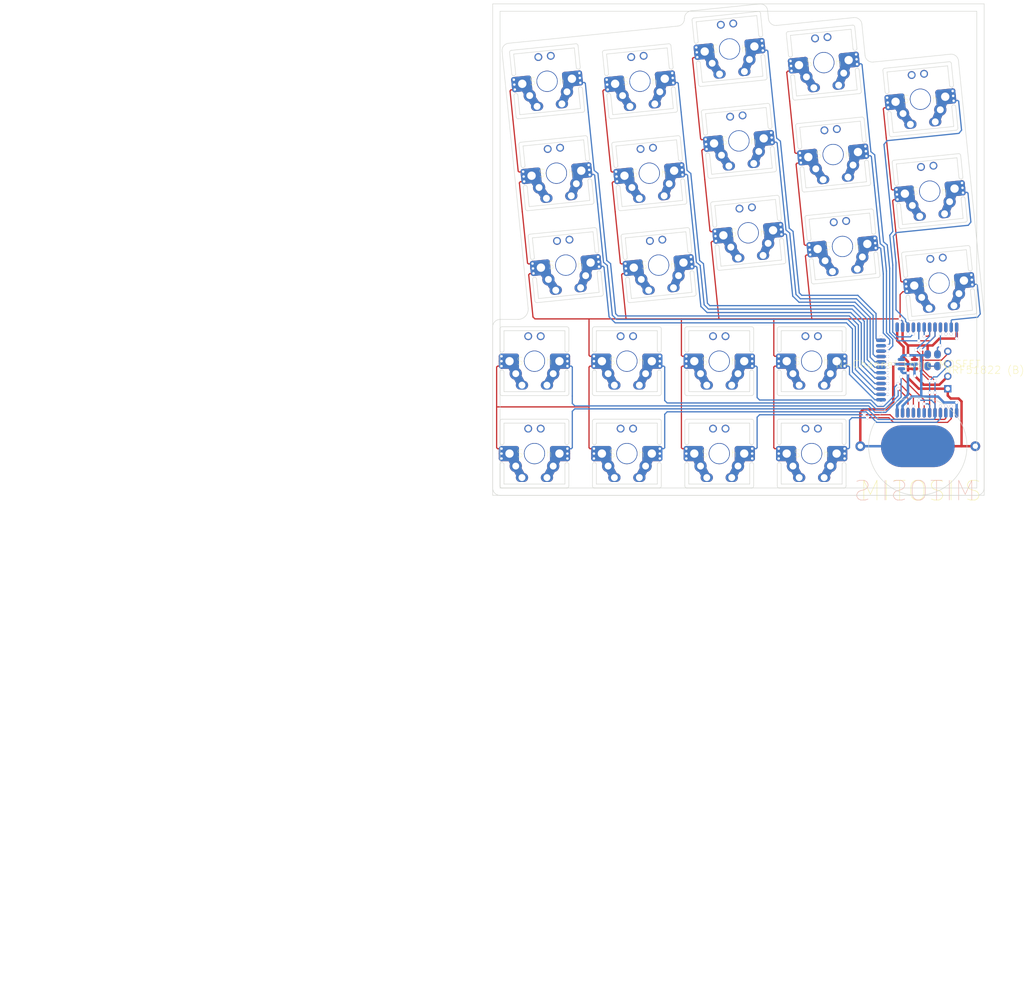
<source format=kicad_pcb>
(kicad_pcb (version 4) (host pcbnew "(2014-07-21 BZR 5016)-product")
  (layers (0 F.Cu signal) (31 B.Cu signal) (34 B.Paste user) (35 F.Paste user) (36 B.SilkS user) (37 F.SilkS user) (38 B.Mask user) (39 F.Mask user) (44 Edge.Cuts user))
  (net 0 "")
  (net 1 "Net1")
  (net 2 "S23")
  (net 3 "S22")
  (net 4 "S21")
  (net 5 "S20")
  (net 6 "S19")
  (net 7 "S18")
  (net 8 "S17")
  (net 9 "S16")
  (net 10 "S15")
  (net 11 "S14")
  (net 12 "S13")
  (net 13 "S12")
  (net 14 "S11")
  (net 15 "S10")
  (net 16 "S9")
  (net 17 "S8")
  (net 18 "S7")
  (net 19 "S6")
  (net 20 "S5")
  (net 21 "S4")
  (net 22 "S3")
  (net 23 "S2")
  (net 24 "S1")
  (net 25 "GND")
  (net 26 "VCC")
  (net 27 "SWDIO")
  (net 28 "SWCLK")
  (net 29 "W23")
  (net 30 "W26")
  (net 31 "GND_P")
  (net 32 "L1")
  (net 33 "L2")
  (net 34 "LED")
  (module "cherry" (layer F.Cu) (at 129.96443 -184.25264)
    (fp_text reference "S2" hide)
    (fp_text value "" hide)
    (fp_text value "Switch")
  )
  (module "cherry" (layer F.Cu) (at 148.19323 -190.82844)
    (fp_text reference "S3" hide)
    (fp_text value "" hide)
    (fp_text value "Switch")
  )
  (module "cherry" (layer F.Cu) (at 167.37195 -188.05236)
    (fp_text reference "S4" hide)
    (fp_text value "" hide)
    (fp_text value "Switch")
  )
  (module "cherry" (layer F.Cu) (at 187.02563 -180.60034)
    (fp_text reference "S5" hide)
    (fp_text value "" hide)
    (fp_text value "Switch")
  )
  (module "cherry" (layer F.Cu) (at 112.96752 -165.54925)
    (fp_text reference "S6" hide)
    (fp_text value "" hide)
    (fp_text value "Switch")
  )
  (module "cherry" (layer F.Cu) (at 131.86429 -165.54888)
    (fp_text reference "S7" hide)
    (fp_text value "" hide)
    (fp_text value "Switch")
  )
  (module "cherry" (layer F.Cu) (at 150.09309 -172.12468)
    (fp_text reference "S8" hide)
    (fp_text value "" hide)
    (fp_text value "Switch")
  )
  (module "cherry" (layer F.Cu) (at 169.27181 -169.3486)
    (fp_text reference "S9" hide)
    (fp_text value "" hide)
    (fp_text value "Switch")
  )
  (module "cherry" (layer F.Cu) (at 188.92549 -161.89658)
    (fp_text reference "S10" hide)
    (fp_text value "" hide)
    (fp_text value "Switch")
  )
  (module "cherry" (layer F.Cu) (at 114.86738 -146.84549)
    (fp_text reference "S11" hide)
    (fp_text value "" hide)
    (fp_text value "Switch")
  )
  (module "cherry" (layer F.Cu) (at 133.76415 -146.84513)
    (fp_text reference "S12" hide)
    (fp_text value "" hide)
    (fp_text value "Switch")
  )
  (module "cherry" (layer F.Cu) (at 151.99294 -153.42093)
    (fp_text reference "S13" hide)
    (fp_text value "" hide)
    (fp_text value "Switch")
  )
  (module "cherry" (layer F.Cu) (at 171.17166 -150.64484)
    (fp_text reference "S14" hide)
    (fp_text value "" hide)
    (fp_text value "Switch")
  )
  (module "cherry" (layer F.Cu) (at 190.82535 -143.19283)
    (fp_text reference "S15" hide)
    (fp_text value "" hide)
    (fp_text value "Switch")
  )
  (module "cherry" (layer F.Cu) (at 108.5 -127.3)
    (fp_text reference "S16" hide)
    (fp_text value "" hide)
    (fp_text value "Switch")
  )
  (module "cherry" (layer F.Cu) (at 127.3 -127.3)
    (fp_text reference "S17" hide)
    (fp_text value "" hide)
    (fp_text value "Switch")
  )
  (module "cherry" (layer F.Cu) (at 146.1 -127.3)
    (fp_text reference "S18" hide)
    (fp_text value "" hide)
    (fp_text value "Switch")
  )
  (module "cherry" (layer F.Cu) (at 164.9 -127.3)
    (fp_text reference "S19" hide)
    (fp_text value "" hide)
    (fp_text value "Switch")
  )
  (module "cherry" (layer F.Cu) (at 108.5 -108.5)
    (fp_text reference "S20" hide)
    (fp_text value "" hide)
    (fp_text value "Switch")
  )
  (module "cherry" (layer F.Cu) (at 127.3 -108.5)
    (fp_text reference "S21" hide)
    (fp_text value "" hide)
    (fp_text value "Switch")
  )
  (module "cherry" (layer F.Cu) (at 146.1 -108.5)
    (fp_text reference "S22" hide)
    (fp_text value "" hide)
    (fp_text value "Switch")
  )
  (module "cherry" (layer F.Cu) (at 164.9 -108.5)
    (fp_text reference "S23" hide)
    (fp_text value "" hide)
    (fp_text value "Switch")
  )
  (module "cherry" (layer F.Cu) (at 111.06766 -184.253)
    (fp_text reference "S1" hide)
    (fp_text value "" hide)
    (fp_text value "Switch")
  )
  (module "SOT-23" (layer B.Cu) (at 184.5 -126.7)
    (fp_text reference "Q2" hide)
    (fp_text value "SOT23, 3-Leads, Body 2.92x3.10mm, Pitch 0.95mm, IPC Medium Density" hide)
    (fp_text value "N-Channel Logic MOSFET")
  )
  (module "SOT-23" (layer F.Cu) (at 184.525 -126.7)
    (fp_text reference "Q1" hide)
    (fp_text value "SOT23, 3-Leads, Body 2.92x3.10mm, Pitch 0.95mm, IPC Medium Density" hide)
    (fp_text value "N-Channel Logic MOSFET")
  )
  (module "RESC2012X06N" (layer F.Cu) (at 190.5 -127.5)
    (fp_text reference "D1" hide)
    (fp_text value "Chip Resistor, 2-Leads, Body 2.00x1.25mm, IPC Medium Density" hide)
    (fp_text value "")
  )
  (module "RESC2012X06N" (layer F.Cu) (at 188.5 -127.5)
    (fp_text reference "R1" hide)
    (fp_text value "Chip Resistor, 2-Leads, Body 2.00x1.25mm, IPC Medium Density" hide)
    (fp_text value "")
  )
  (module "RESC2012X06N" (layer B.Cu) (at 190.5 -127.5)
    (fp_text reference "D2" hide)
    (fp_text value "Chip Resistor, 2-Leads, Body 2.00x1.25mm, IPC Medium Density" hide)
    (fp_text value "")
  )
  (module "RESC2012X06N" (layer B.Cu) (at 188.5 -127.5)
    (fp_text reference "R2" hide)
    (fp_text value "Chip Resistor, 2-Leads, Body 2.00x1.25mm, IPC Medium Density" hide)
    (fp_text value "")
  )
  (module "Core51822 (B)" (layer B.Cu) (at 200 -125.50001)
    (fp_text reference "U2" hide)
    (fp_text value "" hide)
    (fp_text value "NRF51822 (B)")
  )
  (module "Core51822 (B)" (layer F.Cu) (at 200 -125.50001)
    (fp_text reference "U1" hide)
    (fp_text value "" hide)
    (fp_text value "NRF51822 (B)")
  )
  (module "DEFAULT" (layer F.Cu) (at 0 0))
  (gr_arc (start 105.14244 -137.88049) (end 105.20000 -135.80000) (angle -94.9403029525245) (layer Edge.Cuts) (width 0.1))
  (gr_arc (start 137.51681 -196.98102) (end 137.66840 -195.48870) (angle -83.999905358734) (layer Edge.Cuts) (width 0.1))
  (gr_arc (start 140.52166 -197.08521) (end 140.37008 -198.57753) (angle -83.0000886023467) (layer Edge.Cuts) (width 0.1))
  (gr_arc (start 154.44999 -198.50000) (end 155.94231 -198.65159) (angle -89.9999034758476) (layer Edge.Cuts) (width 0.1))
  (gr_arc (start 157.60643 -197.11187) (end 156.11411 -196.96028) (angle -89.9999034760085) (layer Edge.Cuts) (width 0.1))
  (gr_arc (start 173.62872 -195.72392) (end 175.12104 -195.87550) (angle -90.000106328783) (layer Edge.Cuts) (width 0.1))
  (gr_arc (start 177.26012 -189.65985) (end 175.76780 -189.50827) (angle -90.0000867195548) (layer Edge.Cuts) (width 0.1))
  (gr_arc (start 193.28240 -188.27190) (end 194.77472 -188.42348) (angle -90.0000867195549) (layer Edge.Cuts) (width 0.1))
  (gr_arc (start 198.50000 -101.50000) (end 198.50000 -100.00000) (angle -89.9999029791169) (layer Edge.Cuts) (width 0.1))
  (gr_arc (start 103.39711 -190.49983) (end 103.24553 -191.99215) (angle -90.0000867195549) (layer Edge.Cuts) (width 0.1))
  (gr_arc (start 101.50762 -134.29238) (end 101.51524 -135.80000) (angle -90) (layer Edge.Cuts) (width 0.1))
  (gr_arc (start 101.50000 -101.50000) (end 100.00000 -101.50000) (angle -89.9999029791169) (layer Edge.Cuts) (width 0.1))
  (gr_arc (start 117.41155 -187.10871) (end 117.01360 -187.06828) (angle -179.999272346766) (layer Edge.Cuts) (width 0.1))
  (gr_arc (start 117.85619 -182.73124) (end 118.25414 -182.77167) (angle -179.999272346766) (layer Edge.Cuts) (width 0.1))
  (gr_arc (start 104.27912 -185.77477) (end 103.88117 -185.73434) (angle -179.999272346765) (layer Edge.Cuts) (width 0.1))
  (gr_arc (start 104.72377 -181.39730) (end 105.12172 -181.43773) (angle -179.999272346765) (layer Edge.Cuts) (width 0.1))
  (gr_arc (start 116.96690 -191.48619) (end 117.36485 -191.52661) (angle -90) (layer Edge.Cuts) (width 0.1))
  (gr_arc (start 103.83447 -190.15225) (end 103.79405 -190.55020) (angle -90) (layer Edge.Cuts) (width 0.1))
  (gr_arc (start 105.16842 -177.01982) (end 104.77047 -176.97940) (angle -90) (layer Edge.Cuts) (width 0.1))
  (gr_arc (start 118.30084 -178.35376) (end 118.34126 -177.95581) (angle -90) (layer Edge.Cuts) (width 0.1))
  (gr_arc (start 136.30832 -187.10835) (end 135.91037 -187.06792) (angle -179.999272346766) (layer Edge.Cuts) (width 0.1))
  (gr_arc (start 136.75297 -182.73087) (end 137.15092 -182.77130) (angle -179.999272346766) (layer Edge.Cuts) (width 0.1))
  (gr_arc (start 123.17590 -185.77441) (end 122.77795 -185.73398) (angle -179.999272346765) (layer Edge.Cuts) (width 0.1))
  (gr_arc (start 123.62055 -181.39693) (end 124.01850 -181.43736) (angle -179.999272346765) (layer Edge.Cuts) (width 0.1))
  (gr_arc (start 135.86368 -191.48582) (end 136.26163 -191.52624) (angle -90) (layer Edge.Cuts) (width 0.1))
  (gr_arc (start 122.73125 -190.15188) (end 122.69083 -190.54983) (angle -90) (layer Edge.Cuts) (width 0.1))
  (gr_arc (start 124.06519 -177.01946) (end 123.66724 -176.97904) (angle -90) (layer Edge.Cuts) (width 0.1))
  (gr_arc (start 137.19762 -178.35340) (end 137.23804 -177.95545) (angle -90) (layer Edge.Cuts) (width 0.1))
  (gr_arc (start 154.53712 -193.68415) (end 154.13917 -193.64372) (angle -179.999272346766) (layer Edge.Cuts) (width 0.1))
  (gr_arc (start 154.98176 -189.30667) (end 155.37971 -189.34710) (angle -179.999272346766) (layer Edge.Cuts) (width 0.1))
  (gr_arc (start 141.40469 -192.35021) (end 141.00674 -192.30978) (angle -179.999272346765) (layer Edge.Cuts) (width 0.1))
  (gr_arc (start 141.84934 -187.97273) (end 142.24729 -188.01316) (angle -179.999272346765) (layer Edge.Cuts) (width 0.1))
  (gr_arc (start 154.09247 -198.06162) (end 154.49042 -198.10204) (angle -90) (layer Edge.Cuts) (width 0.1))
  (gr_arc (start 140.96004 -196.72768) (end 140.91962 -197.12563) (angle -90) (layer Edge.Cuts) (width 0.1))
  (gr_arc (start 142.29399 -183.59526) (end 141.89604 -183.55484) (angle -90) (layer Edge.Cuts) (width 0.1))
  (gr_arc (start 155.42641 -184.92920) (end 155.46683 -184.53125) (angle -90) (layer Edge.Cuts) (width 0.1))
  (gr_arc (start 173.71583 -190.90807) (end 173.31788 -190.86764) (angle -179.999272346766) (layer Edge.Cuts) (width 0.1))
  (gr_arc (start 174.16048 -186.53059) (end 174.55843 -186.57102) (angle -179.999272346766) (layer Edge.Cuts) (width 0.1))
  (gr_arc (start 160.58341 -189.57413) (end 160.18546 -189.53370) (angle -179.999272346765) (layer Edge.Cuts) (width 0.1))
  (gr_arc (start 161.02806 -185.19665) (end 161.42601 -185.23708) (angle -179.999272346765) (layer Edge.Cuts) (width 0.1))
  (gr_arc (start 173.27119 -195.28554) (end 173.66914 -195.32596) (angle -90) (layer Edge.Cuts) (width 0.1))
  (gr_arc (start 160.13876 -193.95160) (end 160.09834 -194.34955) (angle -90) (layer Edge.Cuts) (width 0.1))
  (gr_arc (start 161.47270 -180.81917) (end 161.07475 -180.77875) (angle -90) (layer Edge.Cuts) (width 0.1))
  (gr_arc (start 174.60513 -182.15312) (end 174.64555 -181.75517) (angle -90) (layer Edge.Cuts) (width 0.1))
  (gr_arc (start 193.36952 -183.45605) (end 192.97157 -183.41562) (angle -179.999272346766) (layer Edge.Cuts) (width 0.1))
  (gr_arc (start 193.81417 -179.07857) (end 194.21212 -179.11900) (angle -179.999272346766) (layer Edge.Cuts) (width 0.1))
  (gr_arc (start 180.23710 -182.12211) (end 179.83915 -182.08168) (angle -179.999272346765) (layer Edge.Cuts) (width 0.1))
  (gr_arc (start 180.68174 -177.74463) (end 181.07969 -177.78506) (angle -179.999272346765) (layer Edge.Cuts) (width 0.1))
  (gr_arc (start 192.92487 -187.83352) (end 193.32282 -187.87394) (angle -90) (layer Edge.Cuts) (width 0.1))
  (gr_arc (start 179.79245 -186.49958) (end 179.75203 -186.89753) (angle -90) (layer Edge.Cuts) (width 0.1))
  (gr_arc (start 181.12639 -173.36715) (end 180.72844 -173.32673) (angle -90) (layer Edge.Cuts) (width 0.1))
  (gr_arc (start 194.25882 -174.70110) (end 194.29924 -174.30315) (angle -90) (layer Edge.Cuts) (width 0.1))
  (gr_arc (start 119.31140 -168.40496) (end 118.91345 -168.36453) (angle -179.999272346766) (layer Edge.Cuts) (width 0.1))
  (gr_arc (start 119.75605 -164.02748) (end 120.15400 -164.06791) (angle -179.999272346766) (layer Edge.Cuts) (width 0.1))
  (gr_arc (start 106.17898 -167.07102) (end 105.78103 -167.03059) (angle -179.999272346765) (layer Edge.Cuts) (width 0.1))
  (gr_arc (start 106.62363 -162.69354) (end 107.02158 -162.73397) (angle -179.999272346765) (layer Edge.Cuts) (width 0.1))
  (gr_arc (start 118.86676 -172.78243) (end 119.26471 -172.82285) (angle -90) (layer Edge.Cuts) (width 0.1))
  (gr_arc (start 105.73433 -171.44849) (end 105.69391 -171.84644) (angle -90) (layer Edge.Cuts) (width 0.1))
  (gr_arc (start 107.06827 -158.31606) (end 106.67032 -158.27564) (angle -90) (layer Edge.Cuts) (width 0.1))
  (gr_arc (start 120.20070 -159.65001) (end 120.24112 -159.25206) (angle -90) (layer Edge.Cuts) (width 0.1))
  (gr_arc (start 138.20818 -168.40459) (end 137.81023 -168.36416) (angle -179.999272346766) (layer Edge.Cuts) (width 0.1))
  (gr_arc (start 138.65283 -164.02711) (end 139.05078 -164.06754) (angle -179.999272346766) (layer Edge.Cuts) (width 0.1))
  (gr_arc (start 125.07576 -167.07065) (end 124.67781 -167.03022) (angle -179.999272346765) (layer Edge.Cuts) (width 0.1))
  (gr_arc (start 125.52040 -162.69317) (end 125.91835 -162.73360) (angle -179.999272346765) (layer Edge.Cuts) (width 0.1))
  (gr_arc (start 137.76353 -172.78206) (end 138.16148 -172.82248) (angle -90) (layer Edge.Cuts) (width 0.1))
  (gr_arc (start 124.63111 -171.44812) (end 124.59069 -171.84607) (angle -90) (layer Edge.Cuts) (width 0.1))
  (gr_arc (start 125.96505 -158.31570) (end 125.56710 -158.27528) (angle -90) (layer Edge.Cuts) (width 0.1))
  (gr_arc (start 139.09748 -159.64964) (end 139.13790 -159.25169) (angle -90) (layer Edge.Cuts) (width 0.1))
  (gr_arc (start 156.43697 -174.98039) (end 156.03902 -174.93996) (angle -179.999272346766) (layer Edge.Cuts) (width 0.1))
  (gr_arc (start 156.88162 -170.60291) (end 157.27957 -170.64334) (angle -179.999272346766) (layer Edge.Cuts) (width 0.1))
  (gr_arc (start 143.30455 -173.64645) (end 142.90660 -173.60602) (angle -179.999272346765) (layer Edge.Cuts) (width 0.1))
  (gr_arc (start 143.74920 -169.26897) (end 144.14715 -169.30940) (angle -179.999272346765) (layer Edge.Cuts) (width 0.1))
  (gr_arc (start 155.99233 -179.35786) (end 156.39028 -179.39828) (angle -90) (layer Edge.Cuts) (width 0.1))
  (gr_arc (start 142.85990 -178.02392) (end 142.81948 -178.42187) (angle -90) (layer Edge.Cuts) (width 0.1))
  (gr_arc (start 144.19384 -164.89150) (end 143.79589 -164.85108) (angle -90) (layer Edge.Cuts) (width 0.1))
  (gr_arc (start 157.32627 -166.22544) (end 157.36669 -165.82749) (angle -90) (layer Edge.Cuts) (width 0.1))
  (gr_arc (start 175.61569 -172.20431) (end 175.21774 -172.16388) (angle -179.999272346766) (layer Edge.Cuts) (width 0.1))
  (gr_arc (start 176.06034 -167.82683) (end 176.45829 -167.86726) (angle -179.999272346766) (layer Edge.Cuts) (width 0.1))
  (gr_arc (start 162.48327 -170.87037) (end 162.08532 -170.82994) (angle -179.999272346765) (layer Edge.Cuts) (width 0.1))
  (gr_arc (start 162.92792 -166.49289) (end 163.32587 -166.53332) (angle -179.999272346765) (layer Edge.Cuts) (width 0.1))
  (gr_arc (start 175.17105 -176.58178) (end 175.56900 -176.62220) (angle -90) (layer Edge.Cuts) (width 0.1))
  (gr_arc (start 162.03862 -175.24784) (end 161.99820 -175.64579) (angle -90) (layer Edge.Cuts) (width 0.1))
  (gr_arc (start 163.37256 -162.11542) (end 162.97461 -162.07500) (angle -90) (layer Edge.Cuts) (width 0.1))
  (gr_arc (start 176.50499 -163.44936) (end 176.54541 -163.05141) (angle -90) (layer Edge.Cuts) (width 0.1))
  (gr_arc (start 195.26938 -164.75229) (end 194.87143 -164.71186) (angle -179.999272346766) (layer Edge.Cuts) (width 0.1))
  (gr_arc (start 195.71403 -160.37481) (end 196.11198 -160.41524) (angle -179.999272346766) (layer Edge.Cuts) (width 0.1))
  (gr_arc (start 182.13696 -163.41835) (end 181.73901 -163.37792) (angle -179.999272346765) (layer Edge.Cuts) (width 0.1))
  (gr_arc (start 182.58160 -159.04087) (end 182.97955 -159.08130) (angle -179.999272346765) (layer Edge.Cuts) (width 0.1))
  (gr_arc (start 194.82473 -169.12976) (end 195.22268 -169.17018) (angle -90) (layer Edge.Cuts) (width 0.1))
  (gr_arc (start 181.69231 -167.79582) (end 181.65189 -168.19377) (angle -90) (layer Edge.Cuts) (width 0.1))
  (gr_arc (start 183.02625 -154.66340) (end 182.62830 -154.62298) (angle -90) (layer Edge.Cuts) (width 0.1))
  (gr_arc (start 196.15868 -155.99734) (end 196.19910 -155.59939) (angle -90) (layer Edge.Cuts) (width 0.1))
  (gr_arc (start 121.21126 -149.70120) (end 120.81331 -149.66077) (angle -179.999272346766) (layer Edge.Cuts) (width 0.1))
  (gr_arc (start 121.65591 -145.32373) (end 122.05386 -145.36416) (angle -179.999272346766) (layer Edge.Cuts) (width 0.1))
  (gr_arc (start 108.07884 -148.36726) (end 107.68089 -148.32683) (angle -179.999272346765) (layer Edge.Cuts) (width 0.1))
  (gr_arc (start 108.52349 -143.98978) (end 108.92144 -144.03021) (angle -179.999272346765) (layer Edge.Cuts) (width 0.1))
  (gr_arc (start 120.76662 -154.07868) (end 121.16457 -154.11910) (angle -90) (layer Edge.Cuts) (width 0.1))
  (gr_arc (start 107.63419 -152.74473) (end 107.59377 -153.14268) (angle -90) (layer Edge.Cuts) (width 0.1))
  (gr_arc (start 108.96813 -139.61231) (end 108.57018 -139.57189) (angle -90) (layer Edge.Cuts) (width 0.1))
  (gr_arc (start 122.10056 -140.94625) (end 122.14098 -140.54830) (angle -90) (layer Edge.Cuts) (width 0.1))
  (gr_arc (start 140.10804 -149.70084) (end 139.71009 -149.66041) (angle -179.999272346766) (layer Edge.Cuts) (width 0.1))
  (gr_arc (start 140.55269 -145.32336) (end 140.95064 -145.36379) (angle -179.999272346766) (layer Edge.Cuts) (width 0.1))
  (gr_arc (start 126.97561 -148.36690) (end 126.57766 -148.32647) (angle -179.999272346765) (layer Edge.Cuts) (width 0.1))
  (gr_arc (start 127.42026 -143.98942) (end 127.81821 -144.02985) (angle -179.999272346765) (layer Edge.Cuts) (width 0.1))
  (gr_arc (start 139.66339 -154.07831) (end 140.06134 -154.11873) (angle -90) (layer Edge.Cuts) (width 0.1))
  (gr_arc (start 126.53097 -152.74437) (end 126.49055 -153.14232) (angle -90) (layer Edge.Cuts) (width 0.1))
  (gr_arc (start 127.86491 -139.61194) (end 127.46696 -139.57152) (angle -90) (layer Edge.Cuts) (width 0.1))
  (gr_arc (start 140.99733 -140.94589) (end 141.03775 -140.54794) (angle -90) (layer Edge.Cuts) (width 0.1))
  (gr_arc (start 158.33683 -156.27663) (end 157.93888 -156.23620) (angle -179.999272346766) (layer Edge.Cuts) (width 0.1))
  (gr_arc (start 158.78148 -151.89916) (end 159.17943 -151.93959) (angle -179.999272346766) (layer Edge.Cuts) (width 0.1))
  (gr_arc (start 145.20441 -154.94269) (end 144.80646 -154.90226) (angle -179.999272346765) (layer Edge.Cuts) (width 0.1))
  (gr_arc (start 145.64905 -150.56522) (end 146.04700 -150.60565) (angle -179.999272346765) (layer Edge.Cuts) (width 0.1))
  (gr_arc (start 157.89218 -160.65411) (end 158.29013 -160.69453) (angle -90) (layer Edge.Cuts) (width 0.1))
  (gr_arc (start 144.75976 -159.32017) (end 144.71934 -159.71812) (angle -90) (layer Edge.Cuts) (width 0.1))
  (gr_arc (start 146.09370 -146.18774) (end 145.69575 -146.14732) (angle -90) (layer Edge.Cuts) (width 0.1))
  (gr_arc (start 159.22613 -147.52168) (end 159.26655 -147.12373) (angle -90) (layer Edge.Cuts) (width 0.1))
  (gr_arc (start 177.51555 -153.50055) (end 177.11760 -153.46012) (angle -179.999272346766) (layer Edge.Cuts) (width 0.1))
  (gr_arc (start 177.96020 -149.12308) (end 178.35815 -149.16351) (angle -179.999272346766) (layer Edge.Cuts) (width 0.1))
  (gr_arc (start 164.38313 -152.16661) (end 163.98518 -152.12618) (angle -179.999272346765) (layer Edge.Cuts) (width 0.1))
  (gr_arc (start 164.82778 -147.78914) (end 165.22573 -147.82957) (angle -179.999272346765) (layer Edge.Cuts) (width 0.1))
  (gr_arc (start 177.07091 -157.87803) (end 177.46886 -157.91845) (angle -90) (layer Edge.Cuts) (width 0.1))
  (gr_arc (start 163.93848 -156.54409) (end 163.89806 -156.94204) (angle -90) (layer Edge.Cuts) (width 0.1))
  (gr_arc (start 165.27242 -143.41166) (end 164.87447 -143.37124) (angle -90) (layer Edge.Cuts) (width 0.1))
  (gr_arc (start 178.40485 -144.74560) (end 178.44527 -144.34765) (angle -90) (layer Edge.Cuts) (width 0.1))
  (gr_arc (start 197.16924 -146.04853) (end 196.77129 -146.00810) (angle -179.999272346766) (layer Edge.Cuts) (width 0.1))
  (gr_arc (start 197.61389 -141.67106) (end 198.01184 -141.71149) (angle -179.999272346766) (layer Edge.Cuts) (width 0.1))
  (gr_arc (start 184.03682 -144.71459) (end 183.63887 -144.67416) (angle -179.999272346765) (layer Edge.Cuts) (width 0.1))
  (gr_arc (start 184.48146 -140.33712) (end 184.87941 -140.37755) (angle -179.999272346765) (layer Edge.Cuts) (width 0.1))
  (gr_arc (start 196.72459 -150.42601) (end 197.12254 -150.46643) (angle -90) (layer Edge.Cuts) (width 0.1))
  (gr_arc (start 183.59217 -149.09207) (end 183.55175 -149.49002) (angle -90) (layer Edge.Cuts) (width 0.1))
  (gr_arc (start 184.92611 -135.95964) (end 184.52816 -135.91922) (angle -90) (layer Edge.Cuts) (width 0.1))
  (gr_arc (start 198.05853 -137.29358) (end 198.09895 -136.89563) (angle -90) (layer Edge.Cuts) (width 0.1))
  (gr_arc (start 115.10000 -129.50000) (end 114.70000 -129.50000) (angle -179.999272346765) (layer Edge.Cuts) (width 0.1))
  (gr_arc (start 115.10000 -125.10000) (end 115.50000 -125.10000) (angle -179.999272346766) (layer Edge.Cuts) (width 0.1))
  (gr_arc (start 101.90000 -129.50001) (end 101.50000 -129.50001) (angle -179.999272346765) (layer Edge.Cuts) (width 0.1))
  (gr_arc (start 101.90000 -125.10000) (end 102.30000 -125.10000) (angle -179.999272346765) (layer Edge.Cuts) (width 0.1))
  (gr_arc (start 115.10000 -133.90000) (end 115.50000 -133.90000) (angle -90) (layer Edge.Cuts) (width 0.1))
  (gr_arc (start 101.90000 -133.90000) (end 101.90000 -134.30000) (angle -90) (layer Edge.Cuts) (width 0.1))
  (gr_arc (start 101.90000 -120.70000) (end 101.50000 -120.70000) (angle -90) (layer Edge.Cuts) (width 0.1))
  (gr_arc (start 115.10000 -120.70000) (end 115.10000 -120.30000) (angle -90) (layer Edge.Cuts) (width 0.1))
  (gr_arc (start 133.90000 -129.50000) (end 133.50000 -129.50000) (angle -179.999272346765) (layer Edge.Cuts) (width 0.1))
  (gr_arc (start 133.90000 -125.10000) (end 134.30000 -125.10000) (angle -179.999272346766) (layer Edge.Cuts) (width 0.1))
  (gr_arc (start 120.70000 -129.50001) (end 120.30000 -129.50001) (angle -179.999272346765) (layer Edge.Cuts) (width 0.1))
  (gr_arc (start 120.70000 -125.10000) (end 121.10000 -125.10000) (angle -179.999272346765) (layer Edge.Cuts) (width 0.1))
  (gr_arc (start 133.90000 -133.90000) (end 134.30000 -133.90000) (angle -90) (layer Edge.Cuts) (width 0.1))
  (gr_arc (start 120.70000 -133.90000) (end 120.70000 -134.30000) (angle -90) (layer Edge.Cuts) (width 0.1))
  (gr_arc (start 120.70000 -120.70000) (end 120.30000 -120.70000) (angle -90) (layer Edge.Cuts) (width 0.1))
  (gr_arc (start 133.90000 -120.70000) (end 133.90000 -120.30000) (angle -90) (layer Edge.Cuts) (width 0.1))
  (gr_arc (start 152.70000 -129.50000) (end 152.30000 -129.50000) (angle -179.999272346765) (layer Edge.Cuts) (width 0.1))
  (gr_arc (start 152.70000 -125.10000) (end 153.10000 -125.10000) (angle -179.999272346766) (layer Edge.Cuts) (width 0.1))
  (gr_arc (start 139.50000 -129.50001) (end 139.10000 -129.50001) (angle -179.999272346765) (layer Edge.Cuts) (width 0.1))
  (gr_arc (start 139.50000 -125.10000) (end 139.90000 -125.10000) (angle -179.999272346765) (layer Edge.Cuts) (width 0.1))
  (gr_arc (start 152.70000 -133.90000) (end 153.10000 -133.90000) (angle -90) (layer Edge.Cuts) (width 0.1))
  (gr_arc (start 139.50000 -133.90000) (end 139.50000 -134.30000) (angle -90) (layer Edge.Cuts) (width 0.1))
  (gr_arc (start 139.50000 -120.70000) (end 139.10000 -120.70000) (angle -90) (layer Edge.Cuts) (width 0.1))
  (gr_arc (start 152.70000 -120.70000) (end 152.70000 -120.30000) (angle -90) (layer Edge.Cuts) (width 0.1))
  (gr_arc (start 171.50000 -129.50000) (end 171.10000 -129.50000) (angle -179.999272346765) (layer Edge.Cuts) (width 0.1))
  (gr_arc (start 171.50000 -125.10000) (end 171.90000 -125.10000) (angle -179.999272346766) (layer Edge.Cuts) (width 0.1))
  (gr_arc (start 158.30000 -129.50001) (end 157.90000 -129.50001) (angle -179.999272346765) (layer Edge.Cuts) (width 0.1))
  (gr_arc (start 158.30000 -125.10000) (end 158.70000 -125.10000) (angle -179.999272346765) (layer Edge.Cuts) (width 0.1))
  (gr_arc (start 171.50000 -133.90000) (end 171.90000 -133.90000) (angle -90) (layer Edge.Cuts) (width 0.1))
  (gr_arc (start 158.30000 -133.90000) (end 158.30000 -134.30000) (angle -90) (layer Edge.Cuts) (width 0.1))
  (gr_arc (start 158.30000 -120.70000) (end 157.90000 -120.70000) (angle -90) (layer Edge.Cuts) (width 0.1))
  (gr_arc (start 171.50000 -120.70000) (end 171.50000 -120.30000) (angle -90) (layer Edge.Cuts) (width 0.1))
  (gr_arc (start 115.10000 -110.70000) (end 114.70000 -110.70000) (angle -179.999272346765) (layer Edge.Cuts) (width 0.1))
  (gr_arc (start 115.10000 -106.30000) (end 115.50000 -106.30000) (angle -179.999272346766) (layer Edge.Cuts) (width 0.1))
  (gr_arc (start 101.90000 -110.70000) (end 101.50000 -110.70000) (angle -179.999272346765) (layer Edge.Cuts) (width 0.1))
  (gr_arc (start 101.90000 -106.30000) (end 102.30000 -106.30000) (angle -179.999272346765) (layer Edge.Cuts) (width 0.1))
  (gr_arc (start 115.10000 -115.10000) (end 115.50000 -115.10000) (angle -90) (layer Edge.Cuts) (width 0.1))
  (gr_arc (start 101.90000 -115.10000) (end 101.90000 -115.50000) (angle -90) (layer Edge.Cuts) (width 0.1))
  (gr_arc (start 101.90000 -101.90000) (end 101.50000 -101.90000) (angle -90) (layer Edge.Cuts) (width 0.1))
  (gr_arc (start 115.10000 -101.90000) (end 115.10000 -101.50000) (angle -90) (layer Edge.Cuts) (width 0.1))
  (gr_arc (start 133.90000 -110.70000) (end 133.50000 -110.70000) (angle -179.999272346765) (layer Edge.Cuts) (width 0.1))
  (gr_arc (start 133.90000 -106.30000) (end 134.30000 -106.30000) (angle -179.999272346766) (layer Edge.Cuts) (width 0.1))
  (gr_arc (start 120.70000 -110.70000) (end 120.30000 -110.70000) (angle -179.999272346765) (layer Edge.Cuts) (width 0.1))
  (gr_arc (start 120.70000 -106.30000) (end 121.10000 -106.30000) (angle -179.999272346765) (layer Edge.Cuts) (width 0.1))
  (gr_arc (start 133.90000 -115.10000) (end 134.30000 -115.10000) (angle -90) (layer Edge.Cuts) (width 0.1))
  (gr_arc (start 120.70000 -115.10000) (end 120.70000 -115.50000) (angle -90) (layer Edge.Cuts) (width 0.1))
  (gr_arc (start 120.70000 -101.90000) (end 120.30000 -101.90000) (angle -90) (layer Edge.Cuts) (width 0.1))
  (gr_arc (start 133.90000 -101.90000) (end 133.90000 -101.50000) (angle -90) (layer Edge.Cuts) (width 0.1))
  (gr_arc (start 152.70000 -110.70000) (end 152.30000 -110.70000) (angle -179.999272346765) (layer Edge.Cuts) (width 0.1))
  (gr_arc (start 152.70000 -106.30000) (end 153.10000 -106.30000) (angle -179.999272346766) (layer Edge.Cuts) (width 0.1))
  (gr_arc (start 139.50000 -110.70000) (end 139.10000 -110.70000) (angle -179.999272346765) (layer Edge.Cuts) (width 0.1))
  (gr_arc (start 139.50000 -106.30000) (end 139.90000 -106.30000) (angle -179.999272346765) (layer Edge.Cuts) (width 0.1))
  (gr_arc (start 152.70000 -115.10000) (end 153.10000 -115.10000) (angle -90) (layer Edge.Cuts) (width 0.1))
  (gr_arc (start 139.50000 -115.10000) (end 139.50000 -115.50000) (angle -90) (layer Edge.Cuts) (width 0.1))
  (gr_arc (start 139.50000 -101.90000) (end 139.10000 -101.90000) (angle -90) (layer Edge.Cuts) (width 0.1))
  (gr_arc (start 152.70000 -101.90000) (end 152.70000 -101.50000) (angle -90) (layer Edge.Cuts) (width 0.1))
  (gr_arc (start 171.50000 -110.70000) (end 171.10000 -110.70000) (angle -179.999272346765) (layer Edge.Cuts) (width 0.1))
  (gr_arc (start 171.50000 -106.30000) (end 171.90000 -106.30000) (angle -179.999272346766) (layer Edge.Cuts) (width 0.1))
  (gr_arc (start 158.30000 -110.70000) (end 157.90000 -110.70000) (angle -179.999272346765) (layer Edge.Cuts) (width 0.1))
  (gr_arc (start 158.30000 -106.30000) (end 158.70000 -106.30000) (angle -179.999272346765) (layer Edge.Cuts) (width 0.1))
  (gr_arc (start 171.50000 -115.10000) (end 171.90000 -115.10000) (angle -90) (layer Edge.Cuts) (width 0.1))
  (gr_arc (start 158.30000 -115.10000) (end 158.30000 -115.50000) (angle -90) (layer Edge.Cuts) (width 0.1))
  (gr_arc (start 158.30000 -101.90000) (end 157.90000 -101.90000) (angle -90) (layer Edge.Cuts) (width 0.1))
  (gr_arc (start 171.50000 -101.90000) (end 171.50000 -101.50000) (angle -90) (layer Edge.Cuts) (width 0.1))
  (gr_arc (start 186.50000 -110.00000) (end 196.50000 -110.00000) (angle -360) (layer Edge.Cuts) (width 0.1))
  (via (at 186.70000 -119.35000) (size 0.6) (layers F.Cu B.Cu) (net 5))
  (via (at 186.70000 -131.45000) (size 0.6) (layers F.Cu B.Cu) (net 21))
  (via (at 180.35000 -120.55000) (size 0.6) (layers F.Cu B.Cu) (net 14))
  (via (at 179.00000 -118.75000) (size 0.6) (layers F.Cu B.Cu) (net 6))
  (via (at 179.00000 -132.25000) (size 0.6) (layers F.Cu B.Cu) (net 22))
  (via (at 182.50000 -121.70000) (size 0.6) (layers F.Cu B.Cu) (net 8))
  (via (at 187.80001 -132.32604) (size 0.6) (layers F.Cu B.Cu) (net 30))
  (via (at 187.80001 -118.61837) (size 0.6) (layers F.Cu B.Cu) (net 9))
  (via (at 193.30003 -132.85000) (size 0.6) (layers F.Cu B.Cu) (net 10))
  (via (at 192.20000 -132.85000) (size 0.6) (layers F.Cu B.Cu) (net 29))
  (via (at 191.10003 -132.85000) (size 0.6) (layers F.Cu B.Cu) (net 34))
  (via (at 185.60002 -132.85000) (size 0.6) (layers F.Cu B.Cu) (net 20))
  (via (at 184.49999 -132.85000) (size 0.6) (layers F.Cu B.Cu) (net 15))
  (via (at 180.35003 -130.45000) (size 0.6) (layers F.Cu B.Cu) (net 11))
  (via (at 180.35003 -129.35002) (size 0.6) (layers F.Cu B.Cu) (net 16))
  (via (at 180.35003 -128.25000) (size 0.6) (layers F.Cu B.Cu) (net 17))
  (via (at 180.35003 -124.95003) (size 0.6) (layers F.Cu B.Cu) (net 18))
  (via (at 180.35003 -123.85001) (size 0.6) (layers F.Cu B.Cu) (net 13))
  (via (at 180.35003 -122.75004) (size 0.6) (layers F.Cu B.Cu) (net 24))
  (via (at 180.35003 -121.65001) (size 0.6) (layers F.Cu B.Cu) (net 19))
  (via (at 193.30003 -118.15004) (size 0.6) (layers F.Cu B.Cu) (net 2))
  (via (at 192.20000 -118.15004) (size 0.6) (layers F.Cu B.Cu) (net 3))
  (via (at 191.10003 -118.15004) (size 0.6) (layers F.Cu B.Cu) (net 4))
  (via (at 185.60002 -118.15004) (size 0.6) (layers F.Cu B.Cu) (net 7))
  (via (at 184.49999 -118.15004) (size 0.6) (layers F.Cu B.Cu) (net 8))
  (via (at 176.25000 -115.80000) (size 0.6) (layers F.Cu B.Cu) (net 2))
  (via (at 175.60000 -116.40000) (size 0.6) (layers F.Cu B.Cu) (net 3))
  (via (at 183.10000 -124.10000) (size 0.6) (layers F.Cu B.Cu) (net 9))
  (via (at 182.50000 -122.75000) (size 0.6) (layers F.Cu B.Cu) (net 7))
  (via (at 184.50000 -128.50000) (size 0.6) (layers F.Cu B.Cu) (net 25))
  (via (at 184.50000 -124.90000) (size 0.6) (layers F.Cu B.Cu) (net 26))
  (via (at 180.35003 -126.05000) (size 0.6) (layers F.Cu B.Cu) (net 23))
  (via (at 180.35003 -127.15003) (size 0.6) (layers F.Cu B.Cu) (net 12))
  (via (at 181.50000 -126.70000) (size 0.6) (layers F.Cu B.Cu) (net 31))
  (via (at 185.90000 -124.30000) (size 0.6) (layers F.Cu B.Cu) (net 31))
  (via (at 188.89618 -120.90383) (size 0.6) (layers F.Cu B.Cu) (net 27))
  (via (at 190.00000 -120.90000) (size 0.6) (layers F.Cu B.Cu) (net 28))
  (via (at 191.00000 -130.50000) (size 0.6) (layers F.Cu B.Cu) (net 34))
  (via (at 186.09998 -129.60000) (size 0.6) (layers F.Cu B.Cu) (net 27))
  (via (at 187.20000 -129.60000) (size 0.6) (layers F.Cu B.Cu) (net 28))
  (via (at 188.89998 -123.30000) (size 0.6) (layers F.Cu B.Cu) (net 27))
  (via (at 190.00000 -123.30000) (size 0.6) (layers F.Cu B.Cu) (net 28))
  (via (at 194.40000 -131.90000) (size 0.6) (layers F.Cu B.Cu) (net 25))
  (via (at 182.89999 -135.89999) (size 0.6) (layers F.Cu B.Cu) (net 25))
  (via (at 194.40000 -118.90000) (size 0.6) (layers F.Cu B.Cu) (net 25))
  (gr_line (start 100.00000 -100.00000) (end 200.00001 -100.00000) (layer Edge.Cuts) (width 0.1))
  (gr_line (start 200.00001 -100.00000) (end 200.00001 -200.00001) (layer Edge.Cuts) (width 0.1))
  (gr_line (start 100.00000 -100.00000) (end 100.00000 -200.00001) (layer Edge.Cuts) (width 0.1))
  (gr_line (start 100.00000 -200.00001) (end 200.00001 -200.00001) (layer Edge.Cuts) (width 0.1))
  (gr_line (start 101.49997 -101.49997) (end 198.49998 -101.49997) (layer Edge.Cuts) (width 0.1))
  (gr_line (start 198.49998 -101.49997) (end 198.49998 -198.49998) (layer Edge.Cuts) (width 0.1))
  (gr_line (start 101.49997 -198.49998) (end 198.49998 -198.49998) (layer Edge.Cuts) (width 0.1))
  (gr_line (start 101.49997 -101.49997) (end 101.49997 -198.49998) (layer Edge.Cuts) (width 0.1))
  (gr_line (start 139.01679 -196.97578) (end 139.02197 -197.11665) (layer Edge.Cuts) (width 0.1))
  (gr_line (start 194.77472 -188.42350) (end 200.00001 -136.98814) (layer Edge.Cuts) (width 0.1))
  (gr_line (start 177.41168 -188.16752) (end 193.13083 -189.76421) (layer Edge.Cuts) (width 0.1))
  (gr_line (start 175.12106 -195.87550) (end 175.76780 -189.50828) (layer Edge.Cuts) (width 0.1))
  (gr_line (start 157.75803 -195.61957) (end 173.47712 -197.21622) (layer Edge.Cuts) (width 0.1))
  (gr_line (start 155.94233 -198.65157) (end 156.11409 -196.96029) (layer Edge.Cuts) (width 0.1))
  (gr_line (start 140.37010 -198.57756) (end 154.29840 -199.99234) (layer Edge.Cuts) (width 0.1))
  (gr_line (start 103.24551 -191.99215) (end 137.66841 -195.48871) (layer Edge.Cuts) (width 0.1))
  (gr_line (start 101.90480 -190.34826) (end 107.21025 -138.11702) (layer Edge.Cuts) (width 0.1))
  (gr_line (start 101.51521 -135.79998) (end 105.19999 -135.79998) (layer Edge.Cuts) (width 0.1))
  (gr_line (start 100.00000 -101.50003) (end 100.00000 -134.30001) (layer Edge.Cuts) (width 0.1))
  (gr_line (start 101.50003 -100.00000) (end 198.49998 -100.00000) (layer Edge.Cuts) (width 0.1))
  (gr_line (start 200.00001 -101.50003) (end 200.00001 -136.98814) (layer Edge.Cuts) (width 0.1))
  (gr_line (start 103.43652 -190.11182) (end 103.88117 -185.73435) (layer Edge.Cuts) (width 0.1))
  (gr_line (start 104.27285 -189.79472) (end 104.67708 -185.81519) (layer Edge.Cuts) (width 0.1))
  (gr_line (start 117.36486 -191.52661) (end 117.80950 -187.14914) (layer Edge.Cuts) (width 0.1))
  (gr_line (start 116.60937 -191.04781) (end 117.01359 -187.06829) (layer Edge.Cuts) (width 0.1))
  (gr_line (start 118.25415 -182.77166) (end 118.69879 -178.39419) (layer Edge.Cuts) (width 0.1))
  (gr_line (start 117.45824 -182.69082) (end 117.86247 -178.71129) (layer Edge.Cuts) (width 0.1))
  (gr_line (start 104.32581 -181.35687) (end 104.77046 -176.97940) (layer Edge.Cuts) (width 0.1))
  (gr_line (start 105.12172 -181.43772) (end 105.52595 -177.45819) (layer Edge.Cuts) (width 0.1))
  (gr_line (start 103.79405 -190.55020) (end 116.92647 -191.88414) (layer Edge.Cuts) (width 0.1))
  (gr_line (start 104.27285 -189.79472) (end 116.60937 -191.04781) (layer Edge.Cuts) (width 0.1))
  (gr_line (start 105.52595 -177.45819) (end 117.86247 -178.71129) (layer Edge.Cuts) (width 0.1))
  (gr_line (start 105.20884 -176.62187) (end 118.34126 -177.95581) (layer Edge.Cuts) (width 0.1))
  (gr_line (start 122.33330 -190.11146) (end 122.77794 -185.73398) (layer Edge.Cuts) (width 0.1))
  (gr_line (start 123.16962 -189.79435) (end 123.57385 -185.81483) (layer Edge.Cuts) (width 0.1))
  (gr_line (start 136.26163 -191.52625) (end 136.70628 -187.14877) (layer Edge.Cuts) (width 0.1))
  (gr_line (start 135.50615 -191.04745) (end 135.91037 -187.06793) (layer Edge.Cuts) (width 0.1))
  (gr_line (start 137.15092 -182.77130) (end 137.59557 -178.39382) (layer Edge.Cuts) (width 0.1))
  (gr_line (start 136.35502 -182.69046) (end 136.75924 -178.71093) (layer Edge.Cuts) (width 0.1))
  (gr_line (start 123.22259 -181.35651) (end 123.66724 -176.97903) (layer Edge.Cuts) (width 0.1))
  (gr_line (start 124.01850 -181.43736) (end 124.42272 -177.45783) (layer Edge.Cuts) (width 0.1))
  (gr_line (start 122.69083 -190.54984) (end 135.82325 -191.88378) (layer Edge.Cuts) (width 0.1))
  (gr_line (start 123.16962 -189.79435) (end 135.50615 -191.04745) (layer Edge.Cuts) (width 0.1))
  (gr_line (start 124.42272 -177.45783) (end 136.75924 -178.71093) (layer Edge.Cuts) (width 0.1))
  (gr_line (start 124.10562 -176.62150) (end 137.23804 -177.95544) (layer Edge.Cuts) (width 0.1))
  (gr_line (start 140.56209 -196.68726) (end 141.00674 -192.30978) (layer Edge.Cuts) (width 0.1))
  (gr_line (start 141.39842 -196.37015) (end 141.80265 -192.39063) (layer Edge.Cuts) (width 0.1))
  (gr_line (start 154.49043 -198.10205) (end 154.93507 -193.72457) (layer Edge.Cuts) (width 0.1))
  (gr_line (start 153.73494 -197.62325) (end 154.13916 -193.64372) (layer Edge.Cuts) (width 0.1))
  (gr_line (start 155.37972 -189.34710) (end 155.82436 -184.96962) (layer Edge.Cuts) (width 0.1))
  (gr_line (start 154.58381 -189.26625) (end 154.98804 -185.28673) (layer Edge.Cuts) (width 0.1))
  (gr_line (start 141.45138 -187.93231) (end 141.89603 -183.55483) (layer Edge.Cuts) (width 0.1))
  (gr_line (start 142.24729 -188.01315) (end 142.65152 -184.03363) (layer Edge.Cuts) (width 0.1))
  (gr_line (start 140.91962 -197.12564) (end 154.05204 -198.45958) (layer Edge.Cuts) (width 0.1))
  (gr_line (start 141.39842 -196.37015) (end 153.73494 -197.62325) (layer Edge.Cuts) (width 0.1))
  (gr_line (start 142.65152 -184.03363) (end 154.98804 -185.28673) (layer Edge.Cuts) (width 0.1))
  (gr_line (start 142.33441 -183.19730) (end 155.46683 -184.53124) (layer Edge.Cuts) (width 0.1))
  (gr_line (start 159.74081 -193.91117) (end 160.18546 -189.53370) (layer Edge.Cuts) (width 0.1))
  (gr_line (start 160.57714 -193.59407) (end 160.98136 -189.61455) (layer Edge.Cuts) (width 0.1))
  (gr_line (start 173.66914 -195.32596) (end 174.11379 -190.94849) (layer Edge.Cuts) (width 0.1))
  (gr_line (start 172.91366 -194.84717) (end 173.31788 -190.86764) (layer Edge.Cuts) (width 0.1))
  (gr_line (start 174.55844 -186.57102) (end 175.00308 -182.19354) (layer Edge.Cuts) (width 0.1))
  (gr_line (start 173.76253 -186.49017) (end 174.16676 -182.51065) (layer Edge.Cuts) (width 0.1))
  (gr_line (start 160.63010 -185.15623) (end 161.07475 -180.77875) (layer Edge.Cuts) (width 0.1))
  (gr_line (start 161.42601 -185.23707) (end 161.83024 -181.25755) (layer Edge.Cuts) (width 0.1))
  (gr_line (start 160.09834 -194.34956) (end 173.23076 -195.68349) (layer Edge.Cuts) (width 0.1))
  (gr_line (start 160.57714 -193.59407) (end 172.91366 -194.84717) (layer Edge.Cuts) (width 0.1))
  (gr_line (start 161.83024 -181.25755) (end 174.16676 -182.51065) (layer Edge.Cuts) (width 0.1))
  (gr_line (start 161.51313 -180.42122) (end 174.64555 -181.75516) (layer Edge.Cuts) (width 0.1))
  (gr_line (start 179.39450 -186.45915) (end 179.83914 -182.08168) (layer Edge.Cuts) (width 0.1))
  (gr_line (start 180.23082 -186.14205) (end 180.63505 -182.16253) (layer Edge.Cuts) (width 0.1))
  (gr_line (start 193.32283 -187.87394) (end 193.76748 -183.49647) (layer Edge.Cuts) (width 0.1))
  (gr_line (start 192.56734 -187.39515) (end 192.97157 -183.41562) (layer Edge.Cuts) (width 0.1))
  (gr_line (start 194.21212 -179.11900) (end 194.65677 -174.74152) (layer Edge.Cuts) (width 0.1))
  (gr_line (start 193.41621 -179.03815) (end 193.82044 -175.05863) (layer Edge.Cuts) (width 0.1))
  (gr_line (start 180.28379 -177.70421) (end 180.72843 -173.32673) (layer Edge.Cuts) (width 0.1))
  (gr_line (start 181.07970 -177.78505) (end 181.48392 -173.80553) (layer Edge.Cuts) (width 0.1))
  (gr_line (start 179.75203 -186.89754) (end 192.88445 -188.23148) (layer Edge.Cuts) (width 0.1))
  (gr_line (start 180.23082 -186.14205) (end 192.56734 -187.39515) (layer Edge.Cuts) (width 0.1))
  (gr_line (start 181.48392 -173.80553) (end 193.82044 -175.05863) (layer Edge.Cuts) (width 0.1))
  (gr_line (start 181.16682 -172.96920) (end 194.29924 -174.30314) (layer Edge.Cuts) (width 0.1))
  (gr_line (start 105.33638 -171.40806) (end 105.78103 -167.03059) (layer Edge.Cuts) (width 0.1))
  (gr_line (start 106.17271 -171.09096) (end 106.57693 -167.11144) (layer Edge.Cuts) (width 0.1))
  (gr_line (start 119.26471 -172.82285) (end 119.70936 -168.44538) (layer Edge.Cuts) (width 0.1))
  (gr_line (start 118.50923 -172.34406) (end 118.91345 -168.36453) (layer Edge.Cuts) (width 0.1))
  (gr_line (start 120.15401 -164.06791) (end 120.59865 -159.69043) (layer Edge.Cuts) (width 0.1))
  (gr_line (start 119.35810 -163.98706) (end 119.76233 -160.00754) (layer Edge.Cuts) (width 0.1))
  (gr_line (start 106.22567 -162.65312) (end 106.67032 -158.27564) (layer Edge.Cuts) (width 0.1))
  (gr_line (start 107.02158 -162.73396) (end 107.42580 -158.75444) (layer Edge.Cuts) (width 0.1))
  (gr_line (start 105.69391 -171.84645) (end 118.82633 -173.18039) (layer Edge.Cuts) (width 0.1))
  (gr_line (start 106.17271 -171.09096) (end 118.50923 -172.34406) (layer Edge.Cuts) (width 0.1))
  (gr_line (start 107.42580 -158.75444) (end 119.76233 -160.00754) (layer Edge.Cuts) (width 0.1))
  (gr_line (start 107.10870 -157.91811) (end 120.24112 -159.25205) (layer Edge.Cuts) (width 0.1))
  (gr_line (start 124.23316 -171.40770) (end 124.67780 -167.03022) (layer Edge.Cuts) (width 0.1))
  (gr_line (start 125.06948 -171.09059) (end 125.47371 -167.11107) (layer Edge.Cuts) (width 0.1))
  (gr_line (start 138.16149 -172.82249) (end 138.60614 -168.44501) (layer Edge.Cuts) (width 0.1))
  (gr_line (start 137.40600 -172.34369) (end 137.81023 -168.36417) (layer Edge.Cuts) (width 0.1))
  (gr_line (start 139.05078 -164.06754) (end 139.49543 -159.69006) (layer Edge.Cuts) (width 0.1))
  (gr_line (start 138.25487 -163.98670) (end 138.65910 -160.00717) (layer Edge.Cuts) (width 0.1))
  (gr_line (start 125.12245 -162.65275) (end 125.56709 -158.27527) (layer Edge.Cuts) (width 0.1))
  (gr_line (start 125.91836 -162.73360) (end 126.32258 -158.75407) (layer Edge.Cuts) (width 0.1))
  (gr_line (start 124.59069 -171.84608) (end 137.72311 -173.18002) (layer Edge.Cuts) (width 0.1))
  (gr_line (start 125.06948 -171.09059) (end 137.40600 -172.34369) (layer Edge.Cuts) (width 0.1))
  (gr_line (start 126.32258 -158.75407) (end 138.65910 -160.00717) (layer Edge.Cuts) (width 0.1))
  (gr_line (start 126.00548 -157.91774) (end 139.13790 -159.25168) (layer Edge.Cuts) (width 0.1))
  (gr_line (start 142.46195 -177.98350) (end 142.90660 -173.60602) (layer Edge.Cuts) (width 0.1))
  (gr_line (start 143.29828 -177.66639) (end 143.70250 -173.68687) (layer Edge.Cuts) (width 0.1))
  (gr_line (start 156.39028 -179.39829) (end 156.83493 -175.02081) (layer Edge.Cuts) (width 0.1))
  (gr_line (start 155.63480 -178.91949) (end 156.03902 -174.93997) (layer Edge.Cuts) (width 0.1))
  (gr_line (start 157.27958 -170.64334) (end 157.72422 -166.26586) (layer Edge.Cuts) (width 0.1))
  (gr_line (start 156.48367 -170.56249) (end 156.88790 -166.58297) (layer Edge.Cuts) (width 0.1))
  (gr_line (start 143.35124 -169.22855) (end 143.79589 -164.85107) (layer Edge.Cuts) (width 0.1))
  (gr_line (start 144.14715 -169.30939) (end 144.55137 -165.32987) (layer Edge.Cuts) (width 0.1))
  (gr_line (start 142.81948 -178.42188) (end 155.95190 -179.75582) (layer Edge.Cuts) (width 0.1))
  (gr_line (start 143.29828 -177.66639) (end 155.63480 -178.91949) (layer Edge.Cuts) (width 0.1))
  (gr_line (start 144.55137 -165.32987) (end 156.88790 -166.58297) (layer Edge.Cuts) (width 0.1))
  (gr_line (start 144.23427 -164.49354) (end 157.36669 -165.82748) (layer Edge.Cuts) (width 0.1))
  (gr_line (start 161.64067 -175.20742) (end 162.08531 -170.82994) (layer Edge.Cuts) (width 0.1))
  (gr_line (start 162.47700 -174.89031) (end 162.88122 -170.91079) (layer Edge.Cuts) (width 0.1))
  (gr_line (start 175.56900 -176.62221) (end 176.01365 -172.24473) (layer Edge.Cuts) (width 0.1))
  (gr_line (start 174.81352 -176.14341) (end 175.21774 -172.16388) (layer Edge.Cuts) (width 0.1))
  (gr_line (start 176.45830 -167.86726) (end 176.90294 -163.48978) (layer Edge.Cuts) (width 0.1))
  (gr_line (start 175.66239 -167.78641) (end 176.06662 -163.80689) (layer Edge.Cuts) (width 0.1))
  (gr_line (start 162.52996 -166.45247) (end 162.97461 -162.07499) (layer Edge.Cuts) (width 0.1))
  (gr_line (start 163.32587 -166.53331) (end 163.73009 -162.55379) (layer Edge.Cuts) (width 0.1))
  (gr_line (start 161.99820 -175.64580) (end 175.13062 -176.97974) (layer Edge.Cuts) (width 0.1))
  (gr_line (start 162.47700 -174.89031) (end 174.81352 -176.14341) (layer Edge.Cuts) (width 0.1))
  (gr_line (start 163.73009 -162.55379) (end 176.06662 -163.80689) (layer Edge.Cuts) (width 0.1))
  (gr_line (start 163.41299 -161.71746) (end 176.54541 -163.05140) (layer Edge.Cuts) (width 0.1))
  (gr_line (start 181.29435 -167.75540) (end 181.73900 -163.37792) (layer Edge.Cuts) (width 0.1))
  (gr_line (start 182.13068 -167.43829) (end 182.53491 -163.45877) (layer Edge.Cuts) (width 0.1))
  (gr_line (start 195.22269 -169.17019) (end 195.66734 -164.79271) (layer Edge.Cuts) (width 0.1))
  (gr_line (start 194.46720 -168.69139) (end 194.87143 -164.71187) (layer Edge.Cuts) (width 0.1))
  (gr_line (start 196.11198 -160.41524) (end 196.55663 -156.03776) (layer Edge.Cuts) (width 0.1))
  (gr_line (start 195.31607 -160.33439) (end 195.72030 -156.35487) (layer Edge.Cuts) (width 0.1))
  (gr_line (start 182.18365 -159.00045) (end 182.62829 -154.62297) (layer Edge.Cuts) (width 0.1))
  (gr_line (start 182.97956 -159.08129) (end 183.38378 -155.10177) (layer Edge.Cuts) (width 0.1))
  (gr_line (start 181.65188 -168.19378) (end 194.78431 -169.52772) (layer Edge.Cuts) (width 0.1))
  (gr_line (start 182.13068 -167.43829) (end 194.46720 -168.69139) (layer Edge.Cuts) (width 0.1))
  (gr_line (start 183.38378 -155.10177) (end 195.72030 -156.35487) (layer Edge.Cuts) (width 0.1))
  (gr_line (start 183.06667 -154.26544) (end 196.19910 -155.59938) (layer Edge.Cuts) (width 0.1))
  (gr_line (start 107.23624 -152.70431) (end 107.68088 -148.32684) (layer Edge.Cuts) (width 0.1))
  (gr_line (start 108.07257 -152.38720) (end 108.47679 -148.40768) (layer Edge.Cuts) (width 0.1))
  (gr_line (start 121.16457 -154.11910) (end 121.60922 -149.74162) (layer Edge.Cuts) (width 0.1))
  (gr_line (start 120.40909 -153.64030) (end 120.81331 -149.66078) (layer Edge.Cuts) (width 0.1))
  (gr_line (start 122.05387 -145.36415) (end 122.49851 -140.98668) (layer Edge.Cuts) (width 0.1))
  (gr_line (start 121.25796 -145.28331) (end 121.66218 -141.30378) (layer Edge.Cuts) (width 0.1))
  (gr_line (start 108.12553 -143.94936) (end 108.57018 -139.57188) (layer Edge.Cuts) (width 0.1))
  (gr_line (start 108.92144 -144.03021) (end 109.32566 -140.05068) (layer Edge.Cuts) (width 0.1))
  (gr_line (start 107.59377 -153.14269) (end 120.72619 -154.47663) (layer Edge.Cuts) (width 0.1))
  (gr_line (start 108.07257 -152.38720) (end 120.40909 -153.64030) (layer Edge.Cuts) (width 0.1))
  (gr_line (start 109.32566 -140.05068) (end 121.66218 -141.30378) (layer Edge.Cuts) (width 0.1))
  (gr_line (start 109.00856 -139.21435) (end 122.14098 -140.54829) (layer Edge.Cuts) (width 0.1))
  (gr_line (start 126.13301 -152.70394) (end 126.57766 -148.32647) (layer Edge.Cuts) (width 0.1))
  (gr_line (start 126.96934 -152.38684) (end 127.37357 -148.40732) (layer Edge.Cuts) (width 0.1))
  (gr_line (start 140.06135 -154.11873) (end 140.50599 -149.74126) (layer Edge.Cuts) (width 0.1))
  (gr_line (start 139.30586 -153.63994) (end 139.71008 -149.66041) (layer Edge.Cuts) (width 0.1))
  (gr_line (start 140.95064 -145.36379) (end 141.39529 -140.98631) (layer Edge.Cuts) (width 0.1))
  (gr_line (start 140.15473 -145.28294) (end 140.55896 -141.30342) (layer Edge.Cuts) (width 0.1))
  (gr_line (start 127.02231 -143.94900) (end 127.46695 -139.57152) (layer Edge.Cuts) (width 0.1))
  (gr_line (start 127.81822 -144.02984) (end 128.22244 -140.05032) (layer Edge.Cuts) (width 0.1))
  (gr_line (start 126.49054 -153.14233) (end 139.62297 -154.47626) (layer Edge.Cuts) (width 0.1))
  (gr_line (start 126.96934 -152.38684) (end 139.30586 -153.63994) (layer Edge.Cuts) (width 0.1))
  (gr_line (start 128.22244 -140.05032) (end 140.55896 -141.30342) (layer Edge.Cuts) (width 0.1))
  (gr_line (start 127.90533 -139.21399) (end 141.03776 -140.54793) (layer Edge.Cuts) (width 0.1))
  (gr_line (start 144.36180 -159.27974) (end 144.80645 -154.90227) (layer Edge.Cuts) (width 0.1))
  (gr_line (start 145.19813 -158.96264) (end 145.60236 -154.98311) (layer Edge.Cuts) (width 0.1))
  (gr_line (start 158.29014 -160.69453) (end 158.73479 -156.31706) (layer Edge.Cuts) (width 0.1))
  (gr_line (start 157.53465 -160.21573) (end 157.93888 -156.23621) (layer Edge.Cuts) (width 0.1))
  (gr_line (start 159.17943 -151.93958) (end 159.62408 -147.56211) (layer Edge.Cuts) (width 0.1))
  (gr_line (start 158.38352 -151.85874) (end 158.78775 -147.87921) (layer Edge.Cuts) (width 0.1))
  (gr_line (start 145.25110 -150.52479) (end 145.69574 -146.14732) (layer Edge.Cuts) (width 0.1))
  (gr_line (start 146.04701 -150.60564) (end 146.45123 -146.62612) (layer Edge.Cuts) (width 0.1))
  (gr_line (start 144.71933 -159.71812) (end 157.85176 -161.05206) (layer Edge.Cuts) (width 0.1))
  (gr_line (start 145.19813 -158.96264) (end 157.53465 -160.21573) (layer Edge.Cuts) (width 0.1))
  (gr_line (start 146.45123 -146.62612) (end 158.78775 -147.87921) (layer Edge.Cuts) (width 0.1))
  (gr_line (start 146.13412 -145.78979) (end 159.26655 -147.12373) (layer Edge.Cuts) (width 0.1))
  (gr_line (start 163.54053 -156.50366) (end 163.98517 -152.12619) (layer Edge.Cuts) (width 0.1))
  (gr_line (start 164.37685 -156.18656) (end 164.78108 -152.20703) (layer Edge.Cuts) (width 0.1))
  (gr_line (start 177.46886 -157.91845) (end 177.91351 -153.54098) (layer Edge.Cuts) (width 0.1))
  (gr_line (start 176.71338 -157.43965) (end 177.11760 -153.46013) (layer Edge.Cuts) (width 0.1))
  (gr_line (start 178.35815 -149.16350) (end 178.80280 -144.78603) (layer Edge.Cuts) (width 0.1))
  (gr_line (start 177.56225 -149.08266) (end 177.96647 -145.10313) (layer Edge.Cuts) (width 0.1))
  (gr_line (start 164.42982 -147.74871) (end 164.87447 -143.37124) (layer Edge.Cuts) (width 0.1))
  (gr_line (start 165.22573 -147.82956) (end 165.62995 -143.85003) (layer Edge.Cuts) (width 0.1))
  (gr_line (start 163.89806 -156.94204) (end 177.03048 -158.27598) (layer Edge.Cuts) (width 0.1))
  (gr_line (start 164.37685 -156.18656) (end 176.71338 -157.43965) (layer Edge.Cuts) (width 0.1))
  (gr_line (start 165.62995 -143.85003) (end 177.96647 -145.10313) (layer Edge.Cuts) (width 0.1))
  (gr_line (start 165.31285 -143.01371) (end 178.44527 -144.34765) (layer Edge.Cuts) (width 0.1))
  (gr_line (start 183.19421 -149.05164) (end 183.63886 -144.67417) (layer Edge.Cuts) (width 0.1))
  (gr_line (start 184.03054 -148.73454) (end 184.43477 -144.75501) (layer Edge.Cuts) (width 0.1))
  (gr_line (start 197.12255 -150.46643) (end 197.56719 -146.08896) (layer Edge.Cuts) (width 0.1))
  (gr_line (start 196.36706 -149.98763) (end 196.77129 -146.00811) (layer Edge.Cuts) (width 0.1))
  (gr_line (start 198.01184 -141.71148) (end 198.45649 -137.33401) (layer Edge.Cuts) (width 0.1))
  (gr_line (start 197.21593 -141.63064) (end 197.62016 -137.65111) (layer Edge.Cuts) (width 0.1))
  (gr_line (start 184.08351 -140.29669) (end 184.52815 -135.91922) (layer Edge.Cuts) (width 0.1))
  (gr_line (start 184.87942 -140.37754) (end 185.28364 -136.39802) (layer Edge.Cuts) (width 0.1))
  (gr_line (start 183.55174 -149.49002) (end 196.68417 -150.82396) (layer Edge.Cuts) (width 0.1))
  (gr_line (start 184.03054 -148.73454) (end 196.36706 -149.98763) (layer Edge.Cuts) (width 0.1))
  (gr_line (start 185.28364 -136.39802) (end 197.62016 -137.65111) (layer Edge.Cuts) (width 0.1))
  (gr_line (start 184.96653 -135.56169) (end 198.09896 -136.89563) (layer Edge.Cuts) (width 0.1))
  (gr_line (start 101.50000 -129.50000) (end 101.50000 -133.90000) (layer Edge.Cuts) (width 0.1))
  (gr_line (start 102.30000 -133.50000) (end 102.30000 -129.50000) (layer Edge.Cuts) (width 0.1))
  (gr_line (start 115.50000 -129.50000) (end 115.50000 -133.90000) (layer Edge.Cuts) (width 0.1))
  (gr_line (start 114.70000 -129.50000) (end 114.70000 -133.50000) (layer Edge.Cuts) (width 0.1))
  (gr_line (start 115.50000 -120.70000) (end 115.50000 -125.10000) (layer Edge.Cuts) (width 0.1))
  (gr_line (start 114.70000 -125.10000) (end 114.70000 -121.10000) (layer Edge.Cuts) (width 0.1))
  (gr_line (start 101.50000 -120.70000) (end 101.50000 -125.10000) (layer Edge.Cuts) (width 0.1))
  (gr_line (start 102.30000 -121.10000) (end 102.30000 -125.10000) (layer Edge.Cuts) (width 0.1))
  (gr_line (start 101.90000 -134.30000) (end 115.10000 -134.30000) (layer Edge.Cuts) (width 0.1))
  (gr_line (start 102.30000 -133.50000) (end 114.70000 -133.50000) (layer Edge.Cuts) (width 0.1))
  (gr_line (start 102.30000 -121.10000) (end 114.70000 -121.10000) (layer Edge.Cuts) (width 0.1))
  (gr_line (start 101.90000 -120.30000) (end 115.10000 -120.30000) (layer Edge.Cuts) (width 0.1))
  (gr_line (start 120.30000 -129.50000) (end 120.30000 -133.90000) (layer Edge.Cuts) (width 0.1))
  (gr_line (start 121.10000 -133.50000) (end 121.10000 -129.50000) (layer Edge.Cuts) (width 0.1))
  (gr_line (start 134.30000 -129.50000) (end 134.30000 -133.90000) (layer Edge.Cuts) (width 0.1))
  (gr_line (start 133.50000 -129.50000) (end 133.50000 -133.50000) (layer Edge.Cuts) (width 0.1))
  (gr_line (start 134.30000 -120.70000) (end 134.30000 -125.10000) (layer Edge.Cuts) (width 0.1))
  (gr_line (start 133.50000 -125.10000) (end 133.50000 -121.10000) (layer Edge.Cuts) (width 0.1))
  (gr_line (start 120.30000 -120.70000) (end 120.30000 -125.10000) (layer Edge.Cuts) (width 0.1))
  (gr_line (start 121.10000 -121.10000) (end 121.10000 -125.10000) (layer Edge.Cuts) (width 0.1))
  (gr_line (start 120.70000 -134.30000) (end 133.90000 -134.30000) (layer Edge.Cuts) (width 0.1))
  (gr_line (start 121.10000 -133.50000) (end 133.50000 -133.50000) (layer Edge.Cuts) (width 0.1))
  (gr_line (start 121.10000 -121.10000) (end 133.50000 -121.10000) (layer Edge.Cuts) (width 0.1))
  (gr_line (start 120.70000 -120.30000) (end 133.90000 -120.30000) (layer Edge.Cuts) (width 0.1))
  (gr_line (start 139.10000 -129.50000) (end 139.10000 -133.90000) (layer Edge.Cuts) (width 0.1))
  (gr_line (start 139.90000 -133.50000) (end 139.90000 -129.50000) (layer Edge.Cuts) (width 0.1))
  (gr_line (start 153.10000 -129.50000) (end 153.10000 -133.90000) (layer Edge.Cuts) (width 0.1))
  (gr_line (start 152.30000 -129.50000) (end 152.30000 -133.50000) (layer Edge.Cuts) (width 0.1))
  (gr_line (start 153.10000 -120.70000) (end 153.10000 -125.10000) (layer Edge.Cuts) (width 0.1))
  (gr_line (start 152.30000 -125.10000) (end 152.30000 -121.10000) (layer Edge.Cuts) (width 0.1))
  (gr_line (start 139.10000 -120.70000) (end 139.10000 -125.10000) (layer Edge.Cuts) (width 0.1))
  (gr_line (start 139.90000 -121.10000) (end 139.90000 -125.10000) (layer Edge.Cuts) (width 0.1))
  (gr_line (start 139.50000 -134.30000) (end 152.70000 -134.30000) (layer Edge.Cuts) (width 0.1))
  (gr_line (start 139.90000 -133.50000) (end 152.30000 -133.50000) (layer Edge.Cuts) (width 0.1))
  (gr_line (start 139.90000 -121.10000) (end 152.30000 -121.10000) (layer Edge.Cuts) (width 0.1))
  (gr_line (start 139.50000 -120.30000) (end 152.70000 -120.30000) (layer Edge.Cuts) (width 0.1))
  (gr_line (start 157.90000 -129.50000) (end 157.90000 -133.90000) (layer Edge.Cuts) (width 0.1))
  (gr_line (start 158.70000 -133.50000) (end 158.70000 -129.50000) (layer Edge.Cuts) (width 0.1))
  (gr_line (start 171.90000 -129.50000) (end 171.90000 -133.90000) (layer Edge.Cuts) (width 0.1))
  (gr_line (start 171.10000 -129.50000) (end 171.10000 -133.50000) (layer Edge.Cuts) (width 0.1))
  (gr_line (start 171.90000 -120.70000) (end 171.90000 -125.10000) (layer Edge.Cuts) (width 0.1))
  (gr_line (start 171.10000 -125.10000) (end 171.10000 -121.10000) (layer Edge.Cuts) (width 0.1))
  (gr_line (start 157.90000 -120.70000) (end 157.90000 -125.10000) (layer Edge.Cuts) (width 0.1))
  (gr_line (start 158.70000 -121.10000) (end 158.70000 -125.10000) (layer Edge.Cuts) (width 0.1))
  (gr_line (start 158.30000 -134.30000) (end 171.50000 -134.30000) (layer Edge.Cuts) (width 0.1))
  (gr_line (start 158.70000 -133.50000) (end 171.10000 -133.50000) (layer Edge.Cuts) (width 0.1))
  (gr_line (start 158.70000 -121.10000) (end 171.10000 -121.10000) (layer Edge.Cuts) (width 0.1))
  (gr_line (start 158.30000 -120.30000) (end 171.50000 -120.30000) (layer Edge.Cuts) (width 0.1))
  (gr_line (start 101.50000 -110.70000) (end 101.50000 -115.10000) (layer Edge.Cuts) (width 0.1))
  (gr_line (start 102.30000 -114.70000) (end 102.30000 -110.70000) (layer Edge.Cuts) (width 0.1))
  (gr_line (start 115.50000 -110.70000) (end 115.50000 -115.10000) (layer Edge.Cuts) (width 0.1))
  (gr_line (start 114.70000 -110.70000) (end 114.70000 -114.70000) (layer Edge.Cuts) (width 0.1))
  (gr_line (start 115.50000 -101.90000) (end 115.50000 -106.30000) (layer Edge.Cuts) (width 0.1))
  (gr_line (start 114.70000 -106.30000) (end 114.70000 -102.30000) (layer Edge.Cuts) (width 0.1))
  (gr_line (start 101.50000 -101.90000) (end 101.50000 -106.30000) (layer Edge.Cuts) (width 0.1))
  (gr_line (start 102.30000 -102.30000) (end 102.30000 -106.30000) (layer Edge.Cuts) (width 0.1))
  (gr_line (start 101.90000 -115.50000) (end 115.10000 -115.50000) (layer Edge.Cuts) (width 0.1))
  (gr_line (start 102.30000 -114.70000) (end 114.70000 -114.70000) (layer Edge.Cuts) (width 0.1))
  (gr_line (start 102.30000 -102.30000) (end 114.70000 -102.30000) (layer Edge.Cuts) (width 0.1))
  (gr_line (start 101.90000 -101.50000) (end 115.10000 -101.50000) (layer Edge.Cuts) (width 0.1))
  (gr_line (start 120.30000 -110.70000) (end 120.30000 -115.10000) (layer Edge.Cuts) (width 0.1))
  (gr_line (start 121.10000 -114.70000) (end 121.10000 -110.70000) (layer Edge.Cuts) (width 0.1))
  (gr_line (start 134.30000 -110.70000) (end 134.30000 -115.10000) (layer Edge.Cuts) (width 0.1))
  (gr_line (start 133.50000 -110.70000) (end 133.50000 -114.70000) (layer Edge.Cuts) (width 0.1))
  (gr_line (start 134.30000 -101.90000) (end 134.30000 -106.30000) (layer Edge.Cuts) (width 0.1))
  (gr_line (start 133.50000 -106.30000) (end 133.50000 -102.30000) (layer Edge.Cuts) (width 0.1))
  (gr_line (start 120.30000 -101.90000) (end 120.30000 -106.30000) (layer Edge.Cuts) (width 0.1))
  (gr_line (start 121.10000 -102.30000) (end 121.10000 -106.30000) (layer Edge.Cuts) (width 0.1))
  (gr_line (start 120.70000 -115.50000) (end 133.90000 -115.50000) (layer Edge.Cuts) (width 0.1))
  (gr_line (start 121.10000 -114.70000) (end 133.50000 -114.70000) (layer Edge.Cuts) (width 0.1))
  (gr_line (start 121.10000 -102.30000) (end 133.50000 -102.30000) (layer Edge.Cuts) (width 0.1))
  (gr_line (start 120.70000 -101.50000) (end 133.90000 -101.50000) (layer Edge.Cuts) (width 0.1))
  (gr_line (start 139.10000 -110.70000) (end 139.10000 -115.10000) (layer Edge.Cuts) (width 0.1))
  (gr_line (start 139.90000 -114.70000) (end 139.90000 -110.70000) (layer Edge.Cuts) (width 0.1))
  (gr_line (start 153.10000 -110.70000) (end 153.10000 -115.10000) (layer Edge.Cuts) (width 0.1))
  (gr_line (start 152.30000 -110.70000) (end 152.30000 -114.70000) (layer Edge.Cuts) (width 0.1))
  (gr_line (start 153.10000 -101.90000) (end 153.10000 -106.30000) (layer Edge.Cuts) (width 0.1))
  (gr_line (start 152.30000 -106.30000) (end 152.30000 -102.30000) (layer Edge.Cuts) (width 0.1))
  (gr_line (start 139.10000 -101.90000) (end 139.10000 -106.30000) (layer Edge.Cuts) (width 0.1))
  (gr_line (start 139.90000 -102.30000) (end 139.90000 -106.30000) (layer Edge.Cuts) (width 0.1))
  (gr_line (start 139.50000 -115.50000) (end 152.70000 -115.50000) (layer Edge.Cuts) (width 0.1))
  (gr_line (start 139.90000 -114.70000) (end 152.30000 -114.70000) (layer Edge.Cuts) (width 0.1))
  (gr_line (start 139.90000 -102.30000) (end 152.30000 -102.30000) (layer Edge.Cuts) (width 0.1))
  (gr_line (start 139.50000 -101.50000) (end 152.70000 -101.50000) (layer Edge.Cuts) (width 0.1))
  (gr_line (start 157.90000 -110.70000) (end 157.90000 -115.10000) (layer Edge.Cuts) (width 0.1))
  (gr_line (start 158.70000 -114.70000) (end 158.70000 -110.70000) (layer Edge.Cuts) (width 0.1))
  (gr_line (start 171.90000 -110.70000) (end 171.90000 -115.10000) (layer Edge.Cuts) (width 0.1))
  (gr_line (start 171.10000 -110.70000) (end 171.10000 -114.70000) (layer Edge.Cuts) (width 0.1))
  (gr_line (start 171.90000 -101.90000) (end 171.90000 -106.30000) (layer Edge.Cuts) (width 0.1))
  (gr_line (start 171.10000 -106.30000) (end 171.10000 -102.30000) (layer Edge.Cuts) (width 0.1))
  (gr_line (start 157.90000 -101.90000) (end 157.90000 -106.30000) (layer Edge.Cuts) (width 0.1))
  (gr_line (start 158.70000 -102.30000) (end 158.70000 -106.30000) (layer Edge.Cuts) (width 0.1))
  (gr_line (start 158.30000 -115.50000) (end 171.50000 -115.50000) (layer Edge.Cuts) (width 0.1))
  (gr_line (start 158.70000 -114.70000) (end 171.10000 -114.70000) (layer Edge.Cuts) (width 0.1))
  (gr_line (start 158.70000 -102.30000) (end 171.10000 -102.30000) (layer Edge.Cuts) (width 0.1))
  (gr_line (start 158.30000 -101.50000) (end 171.50000 -101.50000) (layer Edge.Cuts) (width 0.1))
  (segment (start 181.54999 -114.85001) (end 192.55000 -114.85001) (width 0.254) (layer F.Cu) (net 1))
  (segment (start 180.60000 -115.80000) (end 181.54999 -114.85001) (width 0.254) (layer F.Cu) (net 1))
  (segment (start 181.80000 -115.45001) (end 191.94998 -115.45001) (width 0.254) (layer F.Cu) (net 1))
  (segment (start 192.55000 -114.85001) (end 193.30003 -115.60004) (width 0.254) (layer F.Cu) (net 1))
  (segment (start 191.94998 -115.45001) (end 192.20002 -115.70005) (width 0.254) (layer F.Cu) (net 1))
  (segment (start 192.20002 -115.70005) (end 192.20002 -116.80007) (width 0.254) (layer F.Cu) (net 1))
  (segment (start 189.06834 -131.45000) (end 190.00001 -132.38167) (width 0.254) (layer F.Cu) (net 1))
  (segment (start 186.70000 -131.45000) (end 189.06834 -131.45000) (width 0.254) (layer F.Cu) (net 1))
  (segment (start 190.00000 -116.80002) (end 190.00000 -120.90000) (width 0.254) (layer F.Cu) (net 1))
  (segment (start 184.50000 -116.80002) (end 184.50000 -119.70000) (width 0.254) (layer F.Cu) (net 1))
  (segment (start 193.30003 -115.60004) (end 193.30003 -118.15004) (width 0.254) (layer F.Cu) (net 1))
  (segment (start 192.20000 -116.80002) (end 192.20000 -118.15004) (width 0.254) (layer F.Cu) (net 1))
  (segment (start 191.10003 -116.80005) (end 191.10003 -118.15004) (width 0.254) (layer F.Cu) (net 1))
  (segment (start 184.50000 -132.85001) (end 184.50000 -134.20001) (width 0.254) (layer F.Cu) (net 1))
  (segment (start 185.60000 -132.85002) (end 185.60000 -134.20001) (width 0.254) (layer F.Cu) (net 1))
  (segment (start 191.10000 -132.85003) (end 191.10000 -134.20001) (width 0.254) (layer F.Cu) (net 1))
  (segment (start 192.20000 -132.85001) (end 192.20000 -134.20001) (width 0.254) (layer F.Cu) (net 1))
  (segment (start 193.30000 -132.85003) (end 193.30000 -134.20001) (width 0.254) (layer F.Cu) (net 1))
  (segment (start 179.00005 -130.45000) (end 180.35003 -130.45000) (width 0.254) (layer F.Cu) (net 1))
  (segment (start 179.00005 -129.35002) (end 180.35003 -129.35002) (width 0.254) (layer F.Cu) (net 1))
  (segment (start 179.00005 -128.25000) (end 180.35003 -128.25000) (width 0.254) (layer F.Cu) (net 1))
  (segment (start 179.00005 -127.15003) (end 180.35003 -127.15003) (width 0.254) (layer F.Cu) (net 1))
  (segment (start 179.00005 -126.05000) (end 180.35003 -126.05000) (width 0.254) (layer F.Cu) (net 1))
  (segment (start 179.00005 -124.95003) (end 180.35003 -124.95003) (width 0.254) (layer F.Cu) (net 1))
  (segment (start 179.00005 -123.85001) (end 180.35003 -123.85001) (width 0.254) (layer F.Cu) (net 1))
  (segment (start 179.00005 -122.75004) (end 180.35003 -122.75004) (width 0.254) (layer F.Cu) (net 1))
  (segment (start 179.00005 -121.65001) (end 180.35003 -121.65001) (width 0.254) (layer F.Cu) (net 1))
  (segment (start 179.00002 -120.55000) (end 180.35000 -120.55000) (width 0.254) (layer F.Cu) (net 1))
  (segment (start 179.00000 -131.55003) (end 179.00000 -132.25000) (width 0.254) (layer F.Cu) (net 1))
  (segment (start 179.00000 -118.75000) (end 179.00000 -119.45002) (width 0.254) (layer F.Cu) (net 1))
  (segment (start 108.20087 -136.28085) (end 108.30000 -136.20000) (width 0.254) (layer F.Cu) (net 1))
  (segment (start 183.46482 -141.44002) (end 184.26071 -141.52087) (width 0.254) (layer F.Cu) (net 1))
  (segment (start 163.63235 -148.67284) (end 164.93022 -135.89558) (width 0.254) (layer F.Cu) (net 1))
  (segment (start 163.63235 -148.67284) (end 163.81113 -148.89204) (width 0.254) (layer F.Cu) (net 1))
  (segment (start 163.81113 -148.89204) (end 164.60702 -148.97289) (width 0.254) (layer F.Cu) (net 1))
  (segment (start 144.45363 -151.44892) (end 146.03270 -135.90332) (width 0.254) (layer F.Cu) (net 1))
  (segment (start 144.45363 -151.44892) (end 144.63241 -151.66812) (width 0.254) (layer F.Cu) (net 1))
  (segment (start 144.63241 -151.66812) (end 145.42830 -151.74897) (width 0.254) (layer F.Cu) (net 1))
  (segment (start 126.22484 -144.87312) (end 127.13668 -135.89623) (width 0.254) (layer F.Cu) (net 1))
  (segment (start 126.22484 -144.87312) (end 126.40362 -145.09233) (width 0.254) (layer F.Cu) (net 1))
  (segment (start 126.40362 -145.09233) (end 127.19951 -145.17317) (width 0.254) (layer F.Cu) (net 1))
  (segment (start 107.50684 -145.09269) (end 108.30273 -145.17353) (width 0.254) (layer F.Cu) (net 1))
  (segment (start 107.32807 -144.87349) (end 107.50684 -145.09269) (width 0.254) (layer F.Cu) (net 1))
  (segment (start 107.32807 -144.87349) (end 108.20087 -136.28085) (width 0.254) (layer F.Cu) (net 1))
  (segment (start 119.60000 -109.70001) (end 119.60000 -118.00000) (width 0.254) (layer F.Cu) (net 1))
  (segment (start 100.80000 -118.00000) (end 100.80000 -126.09999) (width 0.254) (layer F.Cu) (net 1))
  (segment (start 100.80000 -109.70001) (end 100.80000 -118.00000) (width 0.254) (layer F.Cu) (net 1))
  (segment (start 100.80000 -118.00000) (end 119.60000 -118.00000) (width 0.254) (layer F.Cu) (net 1))
  (segment (start 182.50000 -121.70000) (end 184.50000 -119.70000) (width 0.254) (layer F.Cu) (net 1))
  (segment (start 183.26270 -143.42978) (end 184.05860 -143.51063) (width 0.254) (layer F.Cu) (net 1))
  (segment (start 183.04350 -143.60856) (end 183.26270 -143.42978) (width 0.254) (layer F.Cu) (net 1))
  (segment (start 181.98241 -154.05478) (end 183.04350 -143.60856) (width 0.254) (layer F.Cu) (net 1))
  (segment (start 181.56496 -160.14378) (end 182.36085 -160.22462) (width 0.254) (layer F.Cu) (net 1))
  (segment (start 181.38618 -159.92458) (end 181.56496 -160.14378) (width 0.254) (layer F.Cu) (net 1))
  (segment (start 181.38618 -159.92458) (end 181.98241 -154.05478) (width 0.254) (layer F.Cu) (net 1))
  (segment (start 181.36285 -162.13354) (end 182.15874 -162.21438) (width 0.254) (layer F.Cu) (net 1))
  (segment (start 181.14365 -162.31232) (end 181.36285 -162.13354) (width 0.254) (layer F.Cu) (net 1))
  (segment (start 180.08256 -172.75854) (end 181.14365 -162.31232) (width 0.254) (layer F.Cu) (net 1))
  (segment (start 179.66510 -178.84754) (end 180.46099 -178.92838) (width 0.254) (layer F.Cu) (net 1))
  (segment (start 179.48632 -178.62833) (end 179.66510 -178.84754) (width 0.254) (layer F.Cu) (net 1))
  (segment (start 179.48632 -178.62833) (end 180.08256 -172.75854) (width 0.254) (layer F.Cu) (net 1))
  (segment (start 163.60902 -150.88180) (end 164.40491 -150.96265) (width 0.254) (layer F.Cu) (net 1))
  (segment (start 163.38982 -151.06058) (end 163.60902 -150.88180) (width 0.254) (layer F.Cu) (net 1))
  (segment (start 162.32873 -161.50680) (end 163.38982 -151.06058) (width 0.254) (layer F.Cu) (net 1))
  (segment (start 161.91127 -167.59580) (end 162.70716 -167.67664) (width 0.254) (layer F.Cu) (net 1))
  (segment (start 161.73250 -167.37660) (end 161.91127 -167.59580) (width 0.254) (layer F.Cu) (net 1))
  (segment (start 161.73250 -167.37660) (end 162.32873 -161.50680) (width 0.254) (layer F.Cu) (net 1))
  (segment (start 161.70916 -169.58556) (end 162.50505 -169.66640) (width 0.254) (layer F.Cu) (net 1))
  (segment (start 161.48996 -169.76434) (end 161.70916 -169.58556) (width 0.254) (layer F.Cu) (net 1))
  (segment (start 160.42887 -180.21056) (end 161.48996 -169.76434) (width 0.254) (layer F.Cu) (net 1))
  (segment (start 160.01141 -186.29956) (end 160.80730 -186.38040) (width 0.254) (layer F.Cu) (net 1))
  (segment (start 159.83264 -186.08035) (end 160.01141 -186.29956) (width 0.254) (layer F.Cu) (net 1))
  (segment (start 159.83264 -186.08035) (end 160.42887 -180.21056) (width 0.254) (layer F.Cu) (net 1))
  (segment (start 144.43030 -153.65789) (end 145.22619 -153.73873) (width 0.254) (layer F.Cu) (net 1))
  (segment (start 144.21110 -153.83666) (end 144.43030 -153.65789) (width 0.254) (layer F.Cu) (net 1))
  (segment (start 143.15001 -164.28288) (end 144.21110 -153.83666) (width 0.254) (layer F.Cu) (net 1))
  (segment (start 142.73255 -170.37188) (end 143.52844 -170.45272) (width 0.254) (layer F.Cu) (net 1))
  (segment (start 142.55378 -170.15268) (end 142.73255 -170.37188) (width 0.254) (layer F.Cu) (net 1))
  (segment (start 142.55378 -170.15268) (end 143.15001 -164.28288) (width 0.254) (layer F.Cu) (net 1))
  (segment (start 142.53044 -172.36164) (end 143.32633 -172.44249) (width 0.254) (layer F.Cu) (net 1))
  (segment (start 142.31124 -172.54042) (end 142.53044 -172.36164) (width 0.254) (layer F.Cu) (net 1))
  (segment (start 141.25015 -182.98664) (end 142.31124 -172.54042) (width 0.254) (layer F.Cu) (net 1))
  (segment (start 140.83269 -189.07564) (end 141.62858 -189.15648) (width 0.254) (layer F.Cu) (net 1))
  (segment (start 140.65392 -188.85644) (end 140.83269 -189.07564) (width 0.254) (layer F.Cu) (net 1))
  (segment (start 140.65392 -188.85644) (end 141.25015 -182.98664) (width 0.254) (layer F.Cu) (net 1))
  (segment (start 126.20151 -147.08209) (end 126.99740 -147.16293) (width 0.254) (layer F.Cu) (net 1))
  (segment (start 125.98231 -147.26086) (end 126.20151 -147.08209) (width 0.254) (layer F.Cu) (net 1))
  (segment (start 124.92122 -157.70709) (end 125.98231 -147.26086) (width 0.254) (layer F.Cu) (net 1))
  (segment (start 124.50376 -163.79608) (end 125.29965 -163.87693) (width 0.254) (layer F.Cu) (net 1))
  (segment (start 124.32498 -163.57688) (end 124.50376 -163.79608) (width 0.254) (layer F.Cu) (net 1))
  (segment (start 124.32498 -163.57688) (end 124.92122 -157.70709) (width 0.254) (layer F.Cu) (net 1))
  (segment (start 124.30165 -165.78585) (end 125.09754 -165.86669) (width 0.254) (layer F.Cu) (net 1))
  (segment (start 124.08245 -165.96462) (end 124.30165 -165.78585) (width 0.254) (layer F.Cu) (net 1))
  (segment (start 123.02136 -176.41084) (end 124.08245 -165.96462) (width 0.254) (layer F.Cu) (net 1))
  (segment (start 122.60390 -182.49984) (end 123.39979 -182.58068) (width 0.254) (layer F.Cu) (net 1))
  (segment (start 122.42512 -182.28064) (end 122.60390 -182.49984) (width 0.254) (layer F.Cu) (net 1))
  (segment (start 122.42512 -182.28064) (end 123.02136 -176.41084) (width 0.254) (layer F.Cu) (net 1))
  (segment (start 103.52835 -182.28100) (end 104.12458 -176.41121) (width 0.254) (layer F.Cu) (net 1))
  (segment (start 103.52835 -182.28100) (end 103.70712 -182.50020) (width 0.254) (layer F.Cu) (net 1))
  (segment (start 103.70712 -182.50020) (end 104.50301 -182.58105) (width 0.254) (layer F.Cu) (net 1))
  (segment (start 104.12458 -176.41121) (end 105.18567 -165.96498) (width 0.254) (layer F.Cu) (net 1))
  (segment (start 105.18567 -165.96498) (end 105.40487 -165.78621) (width 0.254) (layer F.Cu) (net 1))
  (segment (start 105.40487 -165.78621) (end 106.20076 -165.86705) (width 0.254) (layer F.Cu) (net 1))
  (segment (start 105.42821 -163.57724) (end 106.02444 -157.70745) (width 0.254) (layer F.Cu) (net 1))
  (segment (start 105.42821 -163.57724) (end 105.60698 -163.79645) (width 0.254) (layer F.Cu) (net 1))
  (segment (start 105.60698 -163.79645) (end 106.40287 -163.87729) (width 0.254) (layer F.Cu) (net 1))
  (segment (start 106.02444 -157.70745) (end 107.08553 -147.26123) (width 0.254) (layer F.Cu) (net 1))
  (segment (start 107.08553 -147.26123) (end 107.30473 -147.08245) (width 0.254) (layer F.Cu) (net 1))
  (segment (start 107.30473 -147.08245) (end 108.10062 -147.16329) (width 0.254) (layer F.Cu) (net 1))
  (segment (start 157.40002 -109.50000) (end 158.20000 -109.50000) (width 0.254) (layer F.Cu) (net 1))
  (segment (start 157.20000 -109.70001) (end 157.40002 -109.50000) (width 0.254) (layer F.Cu) (net 1))
  (segment (start 157.40002 -126.30000) (end 158.20000 -126.30000) (width 0.254) (layer F.Cu) (net 1))
  (segment (start 157.20000 -126.09999) (end 157.40002 -126.30000) (width 0.254) (layer F.Cu) (net 1))
  (segment (start 157.20000 -109.70001) (end 157.20000 -126.09999) (width 0.254) (layer F.Cu) (net 1))
  (segment (start 138.60001 -109.50000) (end 139.40000 -109.50000) (width 0.254) (layer F.Cu) (net 1))
  (segment (start 138.40000 -109.70001) (end 138.60001 -109.50000) (width 0.254) (layer F.Cu) (net 1))
  (segment (start 138.60001 -126.30000) (end 139.40000 -126.30000) (width 0.254) (layer F.Cu) (net 1))
  (segment (start 138.40000 -126.09999) (end 138.60001 -126.30000) (width 0.254) (layer F.Cu) (net 1))
  (segment (start 138.40000 -109.70001) (end 138.40000 -126.09999) (width 0.254) (layer F.Cu) (net 1))
  (segment (start 119.80001 -109.50000) (end 120.60000 -109.50000) (width 0.254) (layer F.Cu) (net 1))
  (segment (start 119.60000 -109.70001) (end 119.80001 -109.50000) (width 0.254) (layer F.Cu) (net 1))
  (segment (start 119.80001 -126.30000) (end 120.60000 -126.30000) (width 0.254) (layer F.Cu) (net 1))
  (segment (start 119.60000 -126.09999) (end 119.80001 -126.30000) (width 0.254) (layer F.Cu) (net 1))
  (segment (start 119.60000 -118.00000) (end 119.60000 -126.09999) (width 0.254) (layer F.Cu) (net 1))
  (segment (start 100.80000 -126.09999) (end 101.00001 -126.30000) (width 0.254) (layer F.Cu) (net 1))
  (segment (start 101.00001 -126.30000) (end 101.80000 -126.30000) (width 0.254) (layer F.Cu) (net 1))
  (segment (start 100.80000 -109.70001) (end 101.00001 -109.50000) (width 0.254) (layer F.Cu) (net 1))
  (segment (start 101.00001 -109.50000) (end 101.80000 -109.50000) (width 0.254) (layer F.Cu) (net 1))
  (segment (start 187.80001 -132.38167) (end 188.60001 -132.38167) (width 0.254) (layer F.Cu) (net 1))
  (segment (start 187.80001 -132.32604) (end 187.80001 -132.38167) (width 0.254) (layer F.Cu) (net 1))
  (segment (start 188.90004 -132.68164) (end 188.90004 -134.20000) (width 0.254) (layer F.Cu) (net 1))
  (segment (start 188.60001 -132.38167) (end 188.90004 -132.68164) (width 0.254) (layer F.Cu) (net 1))
  (segment (start 190.00001 -132.38167) (end 190.00001 -134.20000) (width 0.254) (layer F.Cu) (net 1))
  (segment (start 186.69999 -116.80004) (end 186.69999 -119.35000) (width 0.254) (layer F.Cu) (net 1))
  (segment (start 187.80001 -116.80004) (end 187.80001 -118.61837) (width 0.254) (layer F.Cu) (net 1))
  (segment (start 119.60000 -128.50001) (end 119.80001 -128.30000) (width 0.254) (layer F.Cu) (net 1))
  (segment (start 119.80001 -128.30000) (end 120.60000 -128.30000) (width 0.254) (layer F.Cu) (net 1))
  (segment (start 119.60000 -128.50001) (end 119.60000 -135.90000) (width 0.254) (layer F.Cu) (net 1))
  (segment (start 138.40000 -128.50001) (end 138.40000 -135.90000) (width 0.254) (layer F.Cu) (net 1))
  (segment (start 138.60001 -128.30000) (end 139.40000 -128.30000) (width 0.254) (layer F.Cu) (net 1))
  (segment (start 138.40000 -128.50001) (end 138.60001 -128.30000) (width 0.254) (layer F.Cu) (net 1))
  (segment (start 157.20000 -128.50001) (end 157.20000 -135.90000) (width 0.254) (layer F.Cu) (net 1))
  (segment (start 157.40002 -128.30000) (end 158.20000 -128.30000) (width 0.254) (layer F.Cu) (net 1))
  (segment (start 157.20000 -128.50001) (end 157.40002 -128.30000) (width 0.254) (layer F.Cu) (net 1))
  (segment (start 180.85001 -116.40000) (end 181.80000 -115.45001) (width 0.254) (layer F.Cu) (net 1))
  (segment (start 175.60000 -116.40000) (end 180.85001 -116.40000) (width 0.254) (layer F.Cu) (net 1))
  (segment (start 176.25000 -115.80000) (end 180.60000 -115.80000) (width 0.254) (layer F.Cu) (net 1))
  (segment (start 175.40000 -117.50000) (end 180.00000 -117.50000) (width 0.5) (layer F.Cu) (net 1))
  (segment (start 183.10000 -124.10000) (end 187.80001 -119.39998) (width 0.254) (layer F.Cu) (net 1))
  (segment (start 187.80001 -118.61837) (end 187.80001 -119.39998) (width 0.254) (layer F.Cu) (net 1))
  (segment (start 182.50000 -122.75000) (end 182.75000 -122.75000) (width 0.254) (layer F.Cu) (net 1))
  (segment (start 182.75000 -122.75000) (end 185.60000 -119.90000) (width 0.254) (layer F.Cu) (net 1))
  (segment (start 185.60000 -116.80002) (end 185.60000 -119.90000) (width 0.254) (layer F.Cu) (net 1))
  (segment (start 180.00000 -117.50000) (end 181.50000 -119.00000) (width 0.5) (layer F.Cu) (net 1))
  (segment (start 184.50000 -128.50000) (end 185.50000 -128.50000) (width 0.5) (layer F.Cu) (net 1))
  (segment (start 185.50000 -128.50000) (end 185.85000 -128.15000) (width 0.5) (layer F.Cu) (net 1))
  (segment (start 185.85000 -127.65000) (end 185.85000 -128.15000) (width 0.5) (layer F.Cu) (net 1))
  (segment (start 183.40002 -131.57400) (end 183.40002 -134.20000) (width 0.5) (layer F.Cu) (net 1))
  (segment (start 183.40002 -131.57400) (end 184.47402 -130.50000) (width 0.5) (layer F.Cu) (net 1))
  (segment (start 188.89618 -121.00383) (end 188.90004 -120.99997) (width 0.254) (layer F.Cu) (net 1))
  (segment (start 186.50000 -110.00000) (end 195.40000 -110.00000) (width 0.5) (layer F.Cu) (net 1))
  (segment (start 195.40000 -110.00000) (end 198.20000 -110.00000) (width 0.5) (layer F.Cu) (net 1))
  (segment (start 181.50000 -119.00000) (end 181.50000 -126.70000) (width 0.5) (layer F.Cu) (net 1))
  (segment (start 181.50000 -126.70000) (end 183.20000 -126.70000) (width 0.5) (layer F.Cu) (net 1))
  (segment (start 184.50000 -128.50000) (end 184.50000 -130.47402) (width 0.5) (layer F.Cu) (net 1))
  (segment (start 184.47402 -130.50000) (end 184.50000 -130.47402) (width 0.5) (layer F.Cu) (net 1))
  (segment (start 183.60000 -128.10000) (end 184.50000 -127.20000) (width 0.5) (layer F.Cu) (net 1))
  (segment (start 183.60000 -128.10000) (end 183.60000 -130.20000) (width 0.5) (layer F.Cu) (net 1))
  (segment (start 182.30000 -131.50000) (end 183.60000 -130.20000) (width 0.5) (layer F.Cu) (net 1))
  (segment (start 182.30000 -131.50000) (end 182.30000 -134.20001) (width 0.5) (layer F.Cu) (net 1))
  (segment (start 184.55000 -125.75000) (end 185.85000 -125.75000) (width 0.5) (layer F.Cu) (net 1))
  (segment (start 184.50000 -125.80000) (end 184.55000 -125.75000) (width 0.5) (layer F.Cu) (net 1))
  (segment (start 184.50000 -125.80000) (end 184.50000 -127.20000) (width 0.5) (layer F.Cu) (net 1))
  (segment (start 184.50000 -124.90000) (end 184.50000 -125.80000) (width 0.5) (layer F.Cu) (net 1))
  (segment (start 184.50000 -123.90000) (end 184.50000 -124.90000) (width 0.5) (layer F.Cu) (net 1))
  (segment (start 189.50000 -130.50000) (end 190.90000 -131.90000) (width 0.5) (layer F.Cu) (net 1))
  (segment (start 174.80000 -116.90000) (end 175.40000 -117.50000) (width 0.5) (layer F.Cu) (net 1))
  (segment (start 174.80000 -110.00000) (end 174.80000 -116.90000) (width 0.5) (layer F.Cu) (net 1))
  (segment (start 184.50000 -123.90000) (end 186.70000 -121.70000) (width 0.5) (layer F.Cu) (net 1))
  (segment (start 188.50000 -126.30000) (end 190.50000 -126.30000) (width 0.25) (layer F.Cu) (net 1))
  (segment (start 188.50000 -128.70000) (end 188.50000 -130.50000) (width 0.5) (layer F.Cu) (net 1))
  (segment (start 188.50000 -130.50000) (end 189.50000 -130.50000) (width 0.5) (layer F.Cu) (net 1))
  (segment (start 190.50000 -128.70000) (end 190.50000 -130.00000) (width 0.25) (layer F.Cu) (net 1))
  (segment (start 190.50000 -130.00000) (end 191.00000 -130.50000) (width 0.25) (layer F.Cu) (net 1))
  (segment (start 185.90000 -124.30000) (end 187.70000 -122.50000) (width 0.5) (layer F.Cu) (net 1))
  (segment (start 187.70000 -122.50000) (end 190.87000 -122.50000) (width 0.5) (layer F.Cu) (net 1))
  (segment (start 190.87000 -122.50000) (end 192.60000 -124.23000) (width 0.5) (layer F.Cu) (net 1))
  (segment (start 184.47402 -130.50000) (end 188.50000 -130.50000) (width 0.5) (layer F.Cu) (net 1))
  (segment (start 187.20000 -129.60000) (end 187.50000 -129.30000) (width 0.25) (layer F.Cu) (net 1))
  (segment (start 186.09998 -129.60000) (end 187.00000 -128.69998) (width 0.25) (layer F.Cu) (net 1))
  (segment (start 188.90004 -116.80004) (end 188.90004 -120.99997) (width 0.254) (layer F.Cu) (net 1))
  (segment (start 187.00000 -125.19998) (end 187.00000 -128.69998) (width 0.25) (layer F.Cu) (net 1))
  (segment (start 187.00000 -125.19998) (end 188.89998 -123.30000) (width 0.25) (layer F.Cu) (net 1))
  (segment (start 187.50000 -125.50000) (end 188.90000 -124.10000) (width 0.25) (layer F.Cu) (net 1))
  (segment (start 188.90000 -124.10000) (end 189.20000 -124.10000) (width 0.25) (layer F.Cu) (net 1))
  (segment (start 189.20000 -124.10000) (end 190.00000 -123.30000) (width 0.25) (layer F.Cu) (net 1))
  (segment (start 187.50000 -125.50000) (end 187.50000 -127.50000) (width 0.25) (layer F.Cu) (net 1))
  (segment (start 187.50000 -127.50000) (end 187.50000 -129.30000) (width 0.25) (layer F.Cu) (net 1))
  (segment (start 187.50000 -127.50000) (end 191.30000 -127.50000) (width 0.25) (layer F.Cu) (net 1))
  (segment (start 194.40000 -132.85001) (end 194.40000 -134.20000) (width 0.5) (layer F.Cu) (net 1))
  (segment (start 194.40000 -132.85001) (end 194.40000 -132.85001) (width 0.5) (layer F.Cu) (net 1))
  (segment (start 194.40000 -131.90000) (end 194.40000 -132.85001) (width 0.5) (layer F.Cu) (net 1))
  (segment (start 190.90000 -131.90000) (end 194.40000 -131.90000) (width 0.5) (layer F.Cu) (net 1))
  (segment (start 194.40000 -131.90000) (end 194.40000 -131.90000) (width 0.5) (layer F.Cu) (net 1))
  (segment (start 194.40000 -131.90000) (end 194.40000 -132.85001) (width 0.5) (layer F.Cu) (net 1))
  (segment (start 108.30000 -136.20000) (end 108.59734 -135.90266) (width 0.254) (layer F.Cu) (net 1))
  (segment (start 182.89999 -135.89999) (end 182.89999 -140.87520) (width 0.254) (layer F.Cu) (net 1))
  (segment (start 182.89999 -140.87520) (end 183.46482 -141.44002) (width 0.254) (layer F.Cu) (net 1))
  (segment (start 182.89999 -135.89999) (end 183.40002 -135.39997) (width 0.254) (layer F.Cu) (net 1))
  (segment (start 183.40002 -134.20000) (end 183.40002 -135.39997) (width 0.254) (layer F.Cu) (net 1))
  (segment (start 186.70000 -121.70000) (end 192.60000 -121.70000) (width 0.5) (layer F.Cu) (net 1))
  (segment (start 192.39000 -121.70000) (end 192.49000 -121.80000) (width 0.5) (layer F.Cu) (net 1))
  (segment (start 192.39000 -121.70000) (end 192.60000 -121.70000) (width 0.5) (layer F.Cu) (net 1))
  (segment (start 192.60000 -120.30000) (end 192.60000 -121.70000) (width 0.5) (layer F.Cu) (net 1))
  (segment (start 192.60000 -120.30000) (end 193.20000 -119.70000) (width 0.5) (layer F.Cu) (net 1))
  (segment (start 195.40000 -110.00000) (end 195.40000 -119.10000) (width 0.5) (layer F.Cu) (net 1))
  (segment (start 193.20000 -119.70000) (end 194.80000 -119.70000) (width 0.5) (layer F.Cu) (net 1))
  (segment (start 194.80000 -119.70000) (end 195.40000 -119.10000) (width 0.5) (layer F.Cu) (net 1))
  (segment (start 108.59734 -135.90266) (end 182.80000 -135.90266) (width 0.254) (layer F.Cu) (net 1))
  (segment (start 194.40000 -116.80002) (end 194.40000 -118.90000) (width 0.25) (layer F.Cu) (net 1))
  (segment (start 191.30000 -127.50000) (end 192.60000 -128.80000) (width 0.25) (layer F.Cu) (net 1))
  (segment (start 192.60000 -128.80000) (end 192.60000 -129.31000) (width 0.25) (layer F.Cu) (net 1))
  (segment (start 107.53384 -181.34098) (end 109.03349 -179.14449) (width 1.7) (layer F.Cu) (net 1))
  (segment (start 114.08749 -179.65785) (end 115.11483 -182.11103) (width 1.7) (layer F.Cu) (net 1))
  (segment (start 114.64766 -185.62180) (end 117.63230 -185.92496) (width 1.1) (layer F.Cu) (net 1))
  (segment (start 114.64766 -185.62180) (end 114.94072 -182.73664) (width 1.1) (layer F.Cu) (net 1))
  (segment (start 115.44670 -183.69267) (end 117.83441 -183.93520) (width 1.1) (layer F.Cu) (net 1))
  (segment (start 116.12165 -184.76637) (end 117.73336 -184.93008) (width 1.1) (layer F.Cu) (net 1))
  (segment (start 117.63230 -185.92496) (end 117.83441 -183.93520) (width 1.1) (layer F.Cu) (net 1))
  (segment (start 104.30090 -184.57081) (end 107.28554 -184.87398) (width 1.1) (layer F.Cu) (net 1))
  (segment (start 107.28554 -184.87398) (end 107.57859 -181.98882) (width 1.1) (layer F.Cu) (net 1))
  (segment (start 104.50301 -182.58105) (end 106.89073 -182.82358) (width 1.1) (layer F.Cu) (net 1))
  (segment (start 104.40196 -183.57593) (end 106.01366 -183.73964) (width 1.1) (layer F.Cu) (net 1))
  (segment (start 104.30090 -184.57081) (end 104.50301 -182.58105) (width 1.1) (layer F.Cu) (net 1))
  (segment (start 106.01366 -183.73964) (end 107.53384 -181.34098) (width 1.7) (layer F.Cu) (net 1))
  (segment (start 115.11483 -182.11103) (end 116.12165 -184.76637) (width 1.7) (layer F.Cu) (net 1))
  (segment (start 126.43062 -181.34062) (end 127.93027 -179.14412) (width 1.7) (layer F.Cu) (net 1))
  (segment (start 132.98426 -179.65749) (end 134.01161 -182.11067) (width 1.7) (layer F.Cu) (net 1))
  (segment (start 133.54444 -185.62143) (end 136.52908 -185.92460) (width 1.1) (layer F.Cu) (net 1))
  (segment (start 133.54444 -185.62143) (end 133.83750 -182.73628) (width 1.1) (layer F.Cu) (net 1))
  (segment (start 134.34348 -183.69230) (end 136.73119 -183.93484) (width 1.1) (layer F.Cu) (net 1))
  (segment (start 135.01843 -184.76601) (end 136.63013 -184.92972) (width 1.1) (layer F.Cu) (net 1))
  (segment (start 136.52908 -185.92460) (end 136.73119 -183.93484) (width 1.1) (layer F.Cu) (net 1))
  (segment (start 123.19768 -184.57045) (end 126.18232 -184.87362) (width 1.1) (layer F.Cu) (net 1))
  (segment (start 126.18232 -184.87362) (end 126.47537 -181.98846) (width 1.1) (layer F.Cu) (net 1))
  (segment (start 123.39979 -182.58068) (end 125.78750 -182.82322) (width 1.1) (layer F.Cu) (net 1))
  (segment (start 123.29873 -183.57556) (end 124.91044 -183.73927) (width 1.1) (layer F.Cu) (net 1))
  (segment (start 123.19768 -184.57045) (end 123.39979 -182.58068) (width 1.1) (layer F.Cu) (net 1))
  (segment (start 124.91044 -183.73927) (end 126.43062 -181.34062) (width 1.7) (layer F.Cu) (net 1))
  (segment (start 134.01161 -182.11067) (end 135.01843 -184.76601) (width 1.7) (layer F.Cu) (net 1))
  (segment (start 144.65941 -187.91642) (end 146.15906 -185.71992) (width 1.7) (layer F.Cu) (net 1))
  (segment (start 151.21306 -186.23329) (end 152.24040 -188.68647) (width 1.7) (layer F.Cu) (net 1))
  (segment (start 151.77323 -192.19723) (end 154.75787 -192.50040) (width 1.1) (layer F.Cu) (net 1))
  (segment (start 151.77323 -192.19723) (end 152.06629 -189.31208) (width 1.1) (layer F.Cu) (net 1))
  (segment (start 152.57227 -190.26810) (end 154.95998 -190.51063) (width 1.1) (layer F.Cu) (net 1))
  (segment (start 153.24722 -191.34181) (end 154.85893 -191.50552) (width 1.1) (layer F.Cu) (net 1))
  (segment (start 154.75787 -192.50040) (end 154.95998 -190.51063) (width 1.1) (layer F.Cu) (net 1))
  (segment (start 141.42647 -191.14624) (end 144.41111 -191.44941) (width 1.1) (layer F.Cu) (net 1))
  (segment (start 144.41111 -191.44941) (end 144.70416 -188.56426) (width 1.1) (layer F.Cu) (net 1))
  (segment (start 141.62858 -189.15648) (end 144.01630 -189.39902) (width 1.1) (layer F.Cu) (net 1))
  (segment (start 141.52753 -190.15136) (end 143.13923 -190.31507) (width 1.1) (layer F.Cu) (net 1))
  (segment (start 141.42647 -191.14624) (end 141.62858 -189.15648) (width 1.1) (layer F.Cu) (net 1))
  (segment (start 143.13923 -190.31507) (end 144.65941 -187.91642) (width 1.7) (layer F.Cu) (net 1))
  (segment (start 152.24040 -188.68647) (end 153.24722 -191.34181) (width 1.7) (layer F.Cu) (net 1))
  (segment (start 163.83813 -185.14034) (end 165.33778 -182.94384) (width 1.7) (layer F.Cu) (net 1))
  (segment (start 170.39178 -183.45720) (end 171.41912 -185.91039) (width 1.7) (layer F.Cu) (net 1))
  (segment (start 170.95195 -189.42115) (end 173.93659 -189.72431) (width 1.1) (layer F.Cu) (net 1))
  (segment (start 170.95195 -189.42115) (end 171.24501 -186.53599) (width 1.1) (layer F.Cu) (net 1))
  (segment (start 171.75099 -187.49202) (end 174.13870 -187.73455) (width 1.1) (layer F.Cu) (net 1))
  (segment (start 172.42594 -188.56572) (end 174.03765 -188.72943) (width 1.1) (layer F.Cu) (net 1))
  (segment (start 173.93659 -189.72431) (end 174.13870 -187.73455) (width 1.1) (layer F.Cu) (net 1))
  (segment (start 160.60519 -188.37016) (end 163.58983 -188.67333) (width 1.1) (layer F.Cu) (net 1))
  (segment (start 163.58983 -188.67333) (end 163.88288 -185.78818) (width 1.1) (layer F.Cu) (net 1))
  (segment (start 160.80730 -186.38040) (end 163.19502 -186.62293) (width 1.1) (layer F.Cu) (net 1))
  (segment (start 160.70625 -187.37528) (end 162.31795 -187.53899) (width 1.1) (layer F.Cu) (net 1))
  (segment (start 160.60519 -188.37016) (end 160.80730 -186.38040) (width 1.1) (layer F.Cu) (net 1))
  (segment (start 162.31795 -187.53899) (end 163.83813 -185.14034) (width 1.7) (layer F.Cu) (net 1))
  (segment (start 171.41912 -185.91039) (end 172.42594 -188.56572) (width 1.7) (layer F.Cu) (net 1))
  (segment (start 183.49182 -177.68832) (end 184.99147 -175.49182) (width 1.7) (layer F.Cu) (net 1))
  (segment (start 190.04546 -176.00519) (end 191.07281 -178.45837) (width 1.7) (layer F.Cu) (net 1))
  (segment (start 190.60564 -181.96913) (end 193.59028 -182.27229) (width 1.1) (layer F.Cu) (net 1))
  (segment (start 190.60564 -181.96913) (end 190.89870 -179.08397) (width 1.1) (layer F.Cu) (net 1))
  (segment (start 191.40467 -180.04000) (end 193.79239 -180.28253) (width 1.1) (layer F.Cu) (net 1))
  (segment (start 192.07963 -181.11370) (end 193.69133 -181.27741) (width 1.1) (layer F.Cu) (net 1))
  (segment (start 193.59028 -182.27229) (end 193.79239 -180.28253) (width 1.1) (layer F.Cu) (net 1))
  (segment (start 180.25888 -180.91814) (end 183.24352 -181.22131) (width 1.1) (layer F.Cu) (net 1))
  (segment (start 183.24352 -181.22131) (end 183.53657 -178.33616) (width 1.1) (layer F.Cu) (net 1))
  (segment (start 180.46099 -178.92838) (end 182.84870 -179.17091) (width 1.1) (layer F.Cu) (net 1))
  (segment (start 180.35993 -179.92326) (end 181.97164 -180.08697) (width 1.1) (layer F.Cu) (net 1))
  (segment (start 180.25888 -180.91814) (end 180.46099 -178.92838) (width 1.1) (layer F.Cu) (net 1))
  (segment (start 181.97164 -180.08697) (end 183.49182 -177.68832) (width 1.7) (layer F.Cu) (net 1))
  (segment (start 191.07281 -178.45837) (end 192.07963 -181.11370) (width 1.7) (layer F.Cu) (net 1))
  (segment (start 109.43370 -162.63723) (end 110.93335 -160.44073) (width 1.7) (layer F.Cu) (net 1))
  (segment (start 115.98734 -160.95410) (end 117.01469 -163.40728) (width 1.7) (layer F.Cu) (net 1))
  (segment (start 116.54752 -166.91804) (end 119.53216 -167.22120) (width 1.1) (layer F.Cu) (net 1))
  (segment (start 116.54752 -166.91804) (end 116.84058 -164.03288) (width 1.1) (layer F.Cu) (net 1))
  (segment (start 117.34656 -164.98891) (end 119.73427 -165.23144) (width 1.1) (layer F.Cu) (net 1))
  (segment (start 118.02151 -166.06261) (end 119.63322 -166.22632) (width 1.1) (layer F.Cu) (net 1))
  (segment (start 119.53216 -167.22120) (end 119.73427 -165.23144) (width 1.1) (layer F.Cu) (net 1))
  (segment (start 106.20076 -165.86705) (end 109.18540 -166.17022) (width 1.1) (layer F.Cu) (net 1))
  (segment (start 109.18540 -166.17022) (end 109.47845 -163.28507) (width 1.1) (layer F.Cu) (net 1))
  (segment (start 106.40287 -163.87729) (end 108.79059 -164.11982) (width 1.1) (layer F.Cu) (net 1))
  (segment (start 106.30182 -164.87217) (end 107.91352 -165.03588) (width 1.1) (layer F.Cu) (net 1))
  (segment (start 106.20076 -165.86705) (end 106.40287 -163.87729) (width 1.1) (layer F.Cu) (net 1))
  (segment (start 107.91352 -165.03588) (end 109.43370 -162.63723) (width 1.7) (layer F.Cu) (net 1))
  (segment (start 117.01469 -163.40728) (end 118.02151 -166.06261) (width 1.7) (layer F.Cu) (net 1))
  (segment (start 128.33048 -162.63686) (end 129.83013 -160.44036) (width 1.7) (layer F.Cu) (net 1))
  (segment (start 134.88412 -160.95373) (end 135.91147 -163.40691) (width 1.7) (layer F.Cu) (net 1))
  (segment (start 135.44430 -166.91767) (end 138.42894 -167.22084) (width 1.1) (layer F.Cu) (net 1))
  (segment (start 135.44430 -166.91767) (end 135.73736 -164.03252) (width 1.1) (layer F.Cu) (net 1))
  (segment (start 136.24333 -164.98854) (end 138.63105 -165.23108) (width 1.1) (layer F.Cu) (net 1))
  (segment (start 136.91829 -166.06225) (end 138.52999 -166.22596) (width 1.1) (layer F.Cu) (net 1))
  (segment (start 138.42894 -167.22084) (end 138.63105 -165.23108) (width 1.1) (layer F.Cu) (net 1))
  (segment (start 125.09754 -165.86669) (end 128.08218 -166.16986) (width 1.1) (layer F.Cu) (net 1))
  (segment (start 128.08218 -166.16986) (end 128.37523 -163.28470) (width 1.1) (layer F.Cu) (net 1))
  (segment (start 125.29965 -163.87692) (end 127.68736 -164.11946) (width 1.1) (layer F.Cu) (net 1))
  (segment (start 125.19859 -164.87180) (end 126.81030 -165.03551) (width 1.1) (layer F.Cu) (net 1))
  (segment (start 125.09754 -165.86669) (end 125.29965 -163.87692) (width 1.1) (layer F.Cu) (net 1))
  (segment (start 126.81030 -165.03551) (end 128.33048 -162.63686) (width 1.7) (layer F.Cu) (net 1))
  (segment (start 135.91147 -163.40691) (end 136.91829 -166.06225) (width 1.7) (layer F.Cu) (net 1))
  (segment (start 146.55927 -169.21266) (end 148.05892 -167.01616) (width 1.7) (layer F.Cu) (net 1))
  (segment (start 153.11291 -167.52953) (end 154.14026 -169.98271) (width 1.7) (layer F.Cu) (net 1))
  (segment (start 153.67309 -173.49347) (end 156.65773 -173.79664) (width 1.1) (layer F.Cu) (net 1))
  (segment (start 153.67309 -173.49347) (end 153.96615 -170.60832) (width 1.1) (layer F.Cu) (net 1))
  (segment (start 154.47213 -171.56434) (end 156.85984 -171.80688) (width 1.1) (layer F.Cu) (net 1))
  (segment (start 155.14708 -172.63805) (end 156.75878 -172.80176) (width 1.1) (layer F.Cu) (net 1))
  (segment (start 156.65773 -173.79664) (end 156.85984 -171.80688) (width 1.1) (layer F.Cu) (net 1))
  (segment (start 143.32633 -172.44248) (end 146.31097 -172.74565) (width 1.1) (layer F.Cu) (net 1))
  (segment (start 146.31097 -172.74565) (end 146.60402 -169.86050) (width 1.1) (layer F.Cu) (net 1))
  (segment (start 143.52844 -170.45272) (end 145.91615 -170.69526) (width 1.1) (layer F.Cu) (net 1))
  (segment (start 143.42739 -171.44760) (end 145.03909 -171.61131) (width 1.1) (layer F.Cu) (net 1))
  (segment (start 143.32633 -172.44248) (end 143.52844 -170.45272) (width 1.1) (layer F.Cu) (net 1))
  (segment (start 145.03909 -171.61131) (end 146.55927 -169.21266) (width 1.7) (layer F.Cu) (net 1))
  (segment (start 154.14026 -169.98271) (end 155.14708 -172.63805) (width 1.7) (layer F.Cu) (net 1))
  (segment (start 165.73799 -166.43658) (end 167.23764 -164.24008) (width 1.7) (layer F.Cu) (net 1))
  (segment (start 172.29163 -164.75345) (end 173.31898 -167.20663) (width 1.7) (layer F.Cu) (net 1))
  (segment (start 172.85181 -170.71739) (end 175.83645 -171.02056) (width 1.1) (layer F.Cu) (net 1))
  (segment (start 172.85181 -170.71739) (end 173.14487 -167.83223) (width 1.1) (layer F.Cu) (net 1))
  (segment (start 173.65085 -168.78826) (end 176.03856 -169.03079) (width 1.1) (layer F.Cu) (net 1))
  (segment (start 174.32580 -169.86197) (end 175.93750 -170.02568) (width 1.1) (layer F.Cu) (net 1))
  (segment (start 175.83645 -171.02056) (end 176.03856 -169.03079) (width 1.1) (layer F.Cu) (net 1))
  (segment (start 162.50505 -169.66640) (end 165.48969 -169.96957) (width 1.1) (layer F.Cu) (net 1))
  (segment (start 165.48969 -169.96957) (end 165.78274 -167.08442) (width 1.1) (layer F.Cu) (net 1))
  (segment (start 162.70716 -167.67664) (end 165.09487 -167.91918) (width 1.1) (layer F.Cu) (net 1))
  (segment (start 162.60611 -168.67152) (end 164.21781 -168.83523) (width 1.1) (layer F.Cu) (net 1))
  (segment (start 162.50505 -169.66640) (end 162.70716 -167.67664) (width 1.1) (layer F.Cu) (net 1))
  (segment (start 164.21781 -168.83523) (end 165.73799 -166.43658) (width 1.7) (layer F.Cu) (net 1))
  (segment (start 173.31898 -167.20663) (end 174.32580 -169.86197) (width 1.7) (layer F.Cu) (net 1))
  (segment (start 185.39168 -158.98456) (end 186.89133 -156.78806) (width 1.7) (layer F.Cu) (net 1))
  (segment (start 191.94532 -157.30143) (end 192.97267 -159.75461) (width 1.7) (layer F.Cu) (net 1))
  (segment (start 192.50550 -163.26537) (end 195.49013 -163.56854) (width 1.1) (layer F.Cu) (net 1))
  (segment (start 192.50550 -163.26537) (end 192.79856 -160.38022) (width 1.1) (layer F.Cu) (net 1))
  (segment (start 193.30453 -161.33624) (end 195.69225 -161.57878) (width 1.1) (layer F.Cu) (net 1))
  (segment (start 193.97949 -162.40995) (end 195.59119 -162.57366) (width 1.1) (layer F.Cu) (net 1))
  (segment (start 195.49013 -163.56854) (end 195.69225 -161.57878) (width 1.1) (layer F.Cu) (net 1))
  (segment (start 182.15874 -162.21438) (end 185.14338 -162.51755) (width 1.1) (layer F.Cu) (net 1))
  (segment (start 185.14338 -162.51755) (end 185.43643 -159.63240) (width 1.1) (layer F.Cu) (net 1))
  (segment (start 182.36085 -160.22462) (end 184.74856 -160.46716) (width 1.1) (layer F.Cu) (net 1))
  (segment (start 182.25979 -161.21950) (end 183.87150 -161.38321) (width 1.1) (layer F.Cu) (net 1))
  (segment (start 182.15874 -162.21438) (end 182.36085 -160.22462) (width 1.1) (layer F.Cu) (net 1))
  (segment (start 183.87150 -161.38321) (end 185.39168 -158.98456) (width 1.7) (layer F.Cu) (net 1))
  (segment (start 192.97267 -159.75461) (end 193.97949 -162.40995) (width 1.7) (layer F.Cu) (net 1))
  (segment (start 111.33356 -143.93347) (end 112.83321 -141.73698) (width 1.7) (layer F.Cu) (net 1))
  (segment (start 117.88720 -142.25034) (end 118.91455 -144.70352) (width 1.7) (layer F.Cu) (net 1))
  (segment (start 118.44738 -148.21428) (end 121.43202 -148.51745) (width 1.1) (layer F.Cu) (net 1))
  (segment (start 118.44738 -148.21428) (end 118.74044 -145.32913) (width 1.1) (layer F.Cu) (net 1))
  (segment (start 119.24642 -146.28515) (end 121.63413 -146.52769) (width 1.1) (layer F.Cu) (net 1))
  (segment (start 119.92137 -147.35886) (end 121.53307 -147.52257) (width 1.1) (layer F.Cu) (net 1))
  (segment (start 121.43202 -148.51745) (end 121.63413 -146.52769) (width 1.1) (layer F.Cu) (net 1))
  (segment (start 108.10062 -147.16330) (end 111.08526 -147.46647) (width 1.1) (layer F.Cu) (net 1))
  (segment (start 111.08526 -147.46647) (end 111.37831 -144.58131) (width 1.1) (layer F.Cu) (net 1))
  (segment (start 108.30273 -145.17353) (end 110.69044 -145.41607) (width 1.1) (layer F.Cu) (net 1))
  (segment (start 108.20168 -146.16841) (end 109.81338 -146.33213) (width 1.1) (layer F.Cu) (net 1))
  (segment (start 108.10062 -147.16330) (end 108.30273 -145.17353) (width 1.1) (layer F.Cu) (net 1))
  (segment (start 109.81338 -146.33213) (end 111.33356 -143.93347) (width 1.7) (layer F.Cu) (net 1))
  (segment (start 118.91455 -144.70352) (end 119.92137 -147.35886) (width 1.7) (layer F.Cu) (net 1))
  (segment (start 130.23034 -143.93311) (end 131.72998 -141.73661) (width 1.7) (layer F.Cu) (net 1))
  (segment (start 136.78398 -142.24997) (end 137.81133 -144.70315) (width 1.7) (layer F.Cu) (net 1))
  (segment (start 137.34415 -148.21392) (end 140.32879 -148.51708) (width 1.1) (layer F.Cu) (net 1))
  (segment (start 137.34415 -148.21392) (end 137.63722 -145.32876) (width 1.1) (layer F.Cu) (net 1))
  (segment (start 138.14319 -146.28479) (end 140.53091 -146.52732) (width 1.1) (layer F.Cu) (net 1))
  (segment (start 138.81814 -147.35849) (end 140.42985 -147.52220) (width 1.1) (layer F.Cu) (net 1))
  (segment (start 140.32879 -148.51708) (end 140.53091 -146.52732) (width 1.1) (layer F.Cu) (net 1))
  (segment (start 126.99739 -147.16293) (end 129.98203 -147.46610) (width 1.1) (layer F.Cu) (net 1))
  (segment (start 129.98203 -147.46610) (end 130.27509 -144.58095) (width 1.1) (layer F.Cu) (net 1))
  (segment (start 127.19951 -145.17317) (end 129.58722 -145.41570) (width 1.1) (layer F.Cu) (net 1))
  (segment (start 127.09845 -146.16805) (end 128.71016 -146.33176) (width 1.1) (layer F.Cu) (net 1))
  (segment (start 126.99739 -147.16293) (end 127.19951 -145.17317) (width 1.1) (layer F.Cu) (net 1))
  (segment (start 128.71016 -146.33176) (end 130.23034 -143.93311) (width 1.7) (layer F.Cu) (net 1))
  (segment (start 137.81133 -144.70315) (end 138.81814 -147.35849) (width 1.7) (layer F.Cu) (net 1))
  (segment (start 148.45913 -150.50890) (end 149.95878 -148.31241) (width 1.7) (layer F.Cu) (net 1))
  (segment (start 155.01277 -148.82577) (end 156.04012 -151.27895) (width 1.7) (layer F.Cu) (net 1))
  (segment (start 155.57295 -154.78972) (end 158.55758 -155.09288) (width 1.1) (layer F.Cu) (net 1))
  (segment (start 155.57295 -154.78972) (end 155.86601 -151.90456) (width 1.1) (layer F.Cu) (net 1))
  (segment (start 156.37198 -152.86059) (end 158.75970 -153.10312) (width 1.1) (layer F.Cu) (net 1))
  (segment (start 157.04694 -153.93429) (end 158.65864 -154.09800) (width 1.1) (layer F.Cu) (net 1))
  (segment (start 158.55758 -155.09288) (end 158.75970 -153.10312) (width 1.1) (layer F.Cu) (net 1))
  (segment (start 145.22619 -153.73873) (end 148.21083 -154.04190) (width 1.1) (layer F.Cu) (net 1))
  (segment (start 148.21083 -154.04190) (end 148.50388 -151.15674) (width 1.1) (layer F.Cu) (net 1))
  (segment (start 145.42830 -151.74897) (end 147.81601 -151.99150) (width 1.1) (layer F.Cu) (net 1))
  (segment (start 145.32724 -152.74385) (end 146.93895 -152.90756) (width 1.1) (layer F.Cu) (net 1))
  (segment (start 145.22619 -153.73873) (end 145.42830 -151.74897) (width 1.1) (layer F.Cu) (net 1))
  (segment (start 146.93895 -152.90756) (end 148.45913 -150.50890) (width 1.7) (layer F.Cu) (net 1))
  (segment (start 156.04012 -151.27895) (end 157.04694 -153.93429) (width 1.7) (layer F.Cu) (net 1))
  (segment (start 167.63785 -147.73282) (end 169.13750 -145.53633) (width 1.7) (layer F.Cu) (net 1))
  (segment (start 174.19149 -146.04969) (end 175.21884 -148.50287) (width 1.7) (layer F.Cu) (net 1))
  (segment (start 174.75167 -152.01364) (end 177.73631 -152.31680) (width 1.1) (layer F.Cu) (net 1))
  (segment (start 174.75167 -152.01364) (end 175.04473 -149.12848) (width 1.1) (layer F.Cu) (net 1))
  (segment (start 175.55071 -150.08451) (end 177.93842 -150.32704) (width 1.1) (layer F.Cu) (net 1))
  (segment (start 176.22566 -151.15821) (end 177.83736 -151.32192) (width 1.1) (layer F.Cu) (net 1))
  (segment (start 177.73631 -152.31680) (end 177.93842 -150.32704) (width 1.1) (layer F.Cu) (net 1))
  (segment (start 164.40491 -150.96265) (end 167.38955 -151.26582) (width 1.1) (layer F.Cu) (net 1))
  (segment (start 167.38955 -151.26582) (end 167.68260 -148.38066) (width 1.1) (layer F.Cu) (net 1))
  (segment (start 164.60702 -148.97289) (end 166.99473 -149.21542) (width 1.1) (layer F.Cu) (net 1))
  (segment (start 164.50597 -149.96777) (end 166.11767 -150.13148) (width 1.1) (layer F.Cu) (net 1))
  (segment (start 164.40491 -150.96265) (end 164.60702 -148.97289) (width 1.1) (layer F.Cu) (net 1))
  (segment (start 166.11767 -150.13148) (end 167.63785 -147.73282) (width 1.7) (layer F.Cu) (net 1))
  (segment (start 175.21884 -148.50287) (end 176.22566 -151.15821) (width 1.7) (layer F.Cu) (net 1))
  (segment (start 187.29154 -140.28080) (end 188.79118 -138.08431) (width 1.7) (layer F.Cu) (net 1))
  (segment (start 193.84518 -138.59767) (end 194.87253 -141.05085) (width 1.7) (layer F.Cu) (net 1))
  (segment (start 194.40535 -144.56162) (end 197.38999 -144.86478) (width 1.1) (layer F.Cu) (net 1))
  (segment (start 194.40535 -144.56162) (end 194.69842 -141.67646) (width 1.1) (layer F.Cu) (net 1))
  (segment (start 195.20439 -142.63249) (end 197.59211 -142.87502) (width 1.1) (layer F.Cu) (net 1))
  (segment (start 195.87934 -143.70619) (end 197.49105 -143.86990) (width 1.1) (layer F.Cu) (net 1))
  (segment (start 197.38999 -144.86478) (end 197.59211 -142.87502) (width 1.1) (layer F.Cu) (net 1))
  (segment (start 184.05860 -143.51063) (end 187.04324 -143.81380) (width 1.1) (layer F.Cu) (net 1))
  (segment (start 187.04324 -143.81380) (end 187.33629 -140.92864) (width 1.1) (layer F.Cu) (net 1))
  (segment (start 184.26071 -141.52087) (end 186.64842 -141.76340) (width 1.1) (layer F.Cu) (net 1))
  (segment (start 184.15965 -142.51575) (end 185.77136 -142.67946) (width 1.1) (layer F.Cu) (net 1))
  (segment (start 184.05860 -143.51063) (end 184.26071 -141.52087) (width 1.1) (layer F.Cu) (net 1))
  (segment (start 185.77136 -142.67946) (end 187.29154 -140.28080) (width 1.7) (layer F.Cu) (net 1))
  (segment (start 194.87253 -141.05085) (end 195.87934 -143.70619) (width 1.7) (layer F.Cu) (net 1))
  (segment (start 104.69000 -124.76000) (end 105.96000 -122.42320) (width 1.7) (layer F.Cu) (net 1))
  (segment (start 111.04000 -122.42320) (end 112.31000 -124.76000) (width 1.7) (layer F.Cu) (net 1))
  (segment (start 112.20000 -128.30000) (end 115.20000 -128.30000) (width 1.1) (layer F.Cu) (net 1))
  (segment (start 112.20000 -125.40000) (end 112.20000 -128.30000) (width 1.1) (layer F.Cu) (net 1))
  (segment (start 112.80000 -126.30000) (end 115.20000 -126.30000) (width 1.1) (layer F.Cu) (net 1))
  (segment (start 113.58000 -127.30000) (end 115.20000 -127.30000) (width 1.1) (layer F.Cu) (net 1))
  (segment (start 115.20000 -126.30000) (end 115.20000 -128.30000) (width 1.1) (layer F.Cu) (net 1))
  (segment (start 101.80000 -128.30000) (end 104.80000 -128.30000) (width 1.1) (layer F.Cu) (net 1))
  (segment (start 104.80000 -125.40000) (end 104.80000 -128.30000) (width 1.1) (layer F.Cu) (net 1))
  (segment (start 101.80000 -126.30000) (end 104.20000 -126.30000) (width 1.1) (layer F.Cu) (net 1))
  (segment (start 101.80000 -127.30000) (end 103.42000 -127.30000) (width 1.1) (layer F.Cu) (net 1))
  (segment (start 101.80000 -126.30000) (end 101.80000 -128.30000) (width 1.1) (layer F.Cu) (net 1))
  (segment (start 103.42000 -127.30000) (end 104.69000 -124.76000) (width 1.7) (layer F.Cu) (net 1))
  (segment (start 112.31000 -124.76000) (end 113.58000 -127.30000) (width 1.7) (layer F.Cu) (net 1))
  (segment (start 123.49000 -124.76000) (end 124.76000 -122.42320) (width 1.7) (layer F.Cu) (net 1))
  (segment (start 129.84000 -122.42320) (end 131.11000 -124.76000) (width 1.7) (layer F.Cu) (net 1))
  (segment (start 131.00000 -128.30000) (end 134.00000 -128.30000) (width 1.1) (layer F.Cu) (net 1))
  (segment (start 131.00000 -125.40000) (end 131.00000 -128.30000) (width 1.1) (layer F.Cu) (net 1))
  (segment (start 131.60000 -126.30000) (end 134.00000 -126.30000) (width 1.1) (layer F.Cu) (net 1))
  (segment (start 132.38000 -127.30000) (end 134.00000 -127.30000) (width 1.1) (layer F.Cu) (net 1))
  (segment (start 134.00000 -126.30000) (end 134.00000 -128.30000) (width 1.1) (layer F.Cu) (net 1))
  (segment (start 120.60000 -128.30000) (end 123.60000 -128.30000) (width 1.1) (layer F.Cu) (net 1))
  (segment (start 123.60000 -125.40000) (end 123.60000 -128.30000) (width 1.1) (layer F.Cu) (net 1))
  (segment (start 120.60000 -126.30000) (end 123.00000 -126.30000) (width 1.1) (layer F.Cu) (net 1))
  (segment (start 120.60000 -127.30000) (end 122.22000 -127.30000) (width 1.1) (layer F.Cu) (net 1))
  (segment (start 120.60000 -126.30000) (end 120.60000 -128.30000) (width 1.1) (layer F.Cu) (net 1))
  (segment (start 122.22000 -127.30000) (end 123.49000 -124.76000) (width 1.7) (layer F.Cu) (net 1))
  (segment (start 131.11000 -124.76000) (end 132.38000 -127.30000) (width 1.7) (layer F.Cu) (net 1))
  (segment (start 142.29000 -124.76000) (end 143.56000 -122.42320) (width 1.7) (layer F.Cu) (net 1))
  (segment (start 148.64000 -122.42320) (end 149.91000 -124.76000) (width 1.7) (layer F.Cu) (net 1))
  (segment (start 149.80000 -128.30000) (end 152.80000 -128.30000) (width 1.1) (layer F.Cu) (net 1))
  (segment (start 149.80000 -125.40000) (end 149.80000 -128.30000) (width 1.1) (layer F.Cu) (net 1))
  (segment (start 150.40000 -126.30000) (end 152.80000 -126.30000) (width 1.1) (layer F.Cu) (net 1))
  (segment (start 151.18000 -127.30000) (end 152.80000 -127.30000) (width 1.1) (layer F.Cu) (net 1))
  (segment (start 152.80000 -126.30000) (end 152.80000 -128.30000) (width 1.1) (layer F.Cu) (net 1))
  (segment (start 139.40000 -128.30000) (end 142.40000 -128.30000) (width 1.1) (layer F.Cu) (net 1))
  (segment (start 142.40000 -125.40000) (end 142.40000 -128.30000) (width 1.1) (layer F.Cu) (net 1))
  (segment (start 139.40000 -126.30000) (end 141.80000 -126.30000) (width 1.1) (layer F.Cu) (net 1))
  (segment (start 139.40000 -127.30000) (end 141.02000 -127.30000) (width 1.1) (layer F.Cu) (net 1))
  (segment (start 139.40000 -126.30000) (end 139.40000 -128.30000) (width 1.1) (layer F.Cu) (net 1))
  (segment (start 141.02000 -127.30000) (end 142.29000 -124.76000) (width 1.7) (layer F.Cu) (net 1))
  (segment (start 149.91000 -124.76000) (end 151.18000 -127.30000) (width 1.7) (layer F.Cu) (net 1))
  (segment (start 161.09000 -124.76000) (end 162.36000 -122.42320) (width 1.7) (layer F.Cu) (net 1))
  (segment (start 167.44000 -122.42320) (end 168.71000 -124.76000) (width 1.7) (layer F.Cu) (net 1))
  (segment (start 168.60000 -128.30000) (end 171.60000 -128.30000) (width 1.1) (layer F.Cu) (net 1))
  (segment (start 168.60000 -125.40000) (end 168.60000 -128.30000) (width 1.1) (layer F.Cu) (net 1))
  (segment (start 169.20000 -126.30000) (end 171.60000 -126.30000) (width 1.1) (layer F.Cu) (net 1))
  (segment (start 169.98000 -127.30000) (end 171.60000 -127.30000) (width 1.1) (layer F.Cu) (net 1))
  (segment (start 171.60000 -126.30000) (end 171.60000 -128.30000) (width 1.1) (layer F.Cu) (net 1))
  (segment (start 158.20000 -128.30000) (end 161.20000 -128.30000) (width 1.1) (layer F.Cu) (net 1))
  (segment (start 161.20000 -125.40000) (end 161.20000 -128.30000) (width 1.1) (layer F.Cu) (net 1))
  (segment (start 158.20000 -126.30000) (end 160.60000 -126.30000) (width 1.1) (layer F.Cu) (net 1))
  (segment (start 158.20000 -127.30000) (end 159.82000 -127.30000) (width 1.1) (layer F.Cu) (net 1))
  (segment (start 158.20000 -126.30000) (end 158.20000 -128.30000) (width 1.1) (layer F.Cu) (net 1))
  (segment (start 159.82000 -127.30000) (end 161.09000 -124.76000) (width 1.7) (layer F.Cu) (net 1))
  (segment (start 168.71000 -124.76000) (end 169.98000 -127.30000) (width 1.7) (layer F.Cu) (net 1))
  (segment (start 104.69000 -105.96000) (end 105.96000 -103.62320) (width 1.7) (layer F.Cu) (net 1))
  (segment (start 111.04000 -103.62320) (end 112.31000 -105.96000) (width 1.7) (layer F.Cu) (net 1))
  (segment (start 112.20000 -109.50000) (end 115.20000 -109.50000) (width 1.1) (layer F.Cu) (net 1))
  (segment (start 112.20000 -106.60000) (end 112.20000 -109.50000) (width 1.1) (layer F.Cu) (net 1))
  (segment (start 112.80000 -107.50000) (end 115.20000 -107.50000) (width 1.1) (layer F.Cu) (net 1))
  (segment (start 113.58000 -108.50000) (end 115.20000 -108.50000) (width 1.1) (layer F.Cu) (net 1))
  (segment (start 115.20000 -107.50000) (end 115.20000 -109.50000) (width 1.1) (layer F.Cu) (net 1))
  (segment (start 101.80000 -109.50000) (end 104.80000 -109.50000) (width 1.1) (layer F.Cu) (net 1))
  (segment (start 104.80000 -106.60000) (end 104.80000 -109.50000) (width 1.1) (layer F.Cu) (net 1))
  (segment (start 101.80000 -107.50000) (end 104.20000 -107.50000) (width 1.1) (layer F.Cu) (net 1))
  (segment (start 101.80000 -108.50000) (end 103.42000 -108.50000) (width 1.1) (layer F.Cu) (net 1))
  (segment (start 101.80000 -107.50000) (end 101.80000 -109.50000) (width 1.1) (layer F.Cu) (net 1))
  (segment (start 103.42000 -108.50000) (end 104.69000 -105.96000) (width 1.7) (layer F.Cu) (net 1))
  (segment (start 112.31000 -105.96000) (end 113.58000 -108.50000) (width 1.7) (layer F.Cu) (net 1))
  (segment (start 123.49000 -105.96000) (end 124.76000 -103.62320) (width 1.7) (layer F.Cu) (net 1))
  (segment (start 129.84000 -103.62320) (end 131.11000 -105.96000) (width 1.7) (layer F.Cu) (net 1))
  (segment (start 131.00000 -109.50000) (end 134.00000 -109.50000) (width 1.1) (layer F.Cu) (net 1))
  (segment (start 131.00000 -106.60000) (end 131.00000 -109.50000) (width 1.1) (layer F.Cu) (net 1))
  (segment (start 131.60000 -107.50000) (end 134.00000 -107.50000) (width 1.1) (layer F.Cu) (net 1))
  (segment (start 132.38000 -108.50000) (end 134.00000 -108.50000) (width 1.1) (layer F.Cu) (net 1))
  (segment (start 134.00000 -107.50000) (end 134.00000 -109.50000) (width 1.1) (layer F.Cu) (net 1))
  (segment (start 120.60000 -109.50000) (end 123.60000 -109.50000) (width 1.1) (layer F.Cu) (net 1))
  (segment (start 123.60000 -106.60000) (end 123.60000 -109.50000) (width 1.1) (layer F.Cu) (net 1))
  (segment (start 120.60000 -107.50000) (end 123.00000 -107.50000) (width 1.1) (layer F.Cu) (net 1))
  (segment (start 120.60000 -108.50000) (end 122.22000 -108.50000) (width 1.1) (layer F.Cu) (net 1))
  (segment (start 120.60000 -107.50000) (end 120.60000 -109.50000) (width 1.1) (layer F.Cu) (net 1))
  (segment (start 122.22000 -108.50000) (end 123.49000 -105.96000) (width 1.7) (layer F.Cu) (net 1))
  (segment (start 131.11000 -105.96000) (end 132.38000 -108.50000) (width 1.7) (layer F.Cu) (net 1))
  (segment (start 142.29000 -105.96000) (end 143.56000 -103.62320) (width 1.7) (layer F.Cu) (net 1))
  (segment (start 148.64000 -103.62320) (end 149.91000 -105.96000) (width 1.7) (layer F.Cu) (net 1))
  (segment (start 149.80000 -109.50000) (end 152.80000 -109.50000) (width 1.1) (layer F.Cu) (net 1))
  (segment (start 149.80000 -106.60000) (end 149.80000 -109.50000) (width 1.1) (layer F.Cu) (net 1))
  (segment (start 150.40000 -107.50000) (end 152.80000 -107.50000) (width 1.1) (layer F.Cu) (net 1))
  (segment (start 151.18000 -108.50000) (end 152.80000 -108.50000) (width 1.1) (layer F.Cu) (net 1))
  (segment (start 152.80000 -107.50000) (end 152.80000 -109.50000) (width 1.1) (layer F.Cu) (net 1))
  (segment (start 139.40000 -109.50000) (end 142.40000 -109.50000) (width 1.1) (layer F.Cu) (net 1))
  (segment (start 142.40000 -106.60000) (end 142.40000 -109.50000) (width 1.1) (layer F.Cu) (net 1))
  (segment (start 139.40000 -107.50000) (end 141.80000 -107.50000) (width 1.1) (layer F.Cu) (net 1))
  (segment (start 139.40000 -108.50000) (end 141.02000 -108.50000) (width 1.1) (layer F.Cu) (net 1))
  (segment (start 139.40000 -107.50000) (end 139.40000 -109.50000) (width 1.1) (layer F.Cu) (net 1))
  (segment (start 141.02000 -108.50000) (end 142.29000 -105.96000) (width 1.7) (layer F.Cu) (net 1))
  (segment (start 149.91000 -105.96000) (end 151.18000 -108.50000) (width 1.7) (layer F.Cu) (net 1))
  (segment (start 161.09000 -105.96000) (end 162.36000 -103.62320) (width 1.7) (layer F.Cu) (net 1))
  (segment (start 167.44000 -103.62320) (end 168.71000 -105.96000) (width 1.7) (layer F.Cu) (net 1))
  (segment (start 168.60000 -109.50000) (end 171.60000 -109.50000) (width 1.1) (layer F.Cu) (net 1))
  (segment (start 168.60000 -106.60000) (end 168.60000 -109.50000) (width 1.1) (layer F.Cu) (net 1))
  (segment (start 169.20000 -107.50000) (end 171.60000 -107.50000) (width 1.1) (layer F.Cu) (net 1))
  (segment (start 169.98000 -108.50000) (end 171.60000 -108.50000) (width 1.1) (layer F.Cu) (net 1))
  (segment (start 171.60000 -107.50000) (end 171.60000 -109.50000) (width 1.1) (layer F.Cu) (net 1))
  (segment (start 158.20000 -109.50000) (end 161.20000 -109.50000) (width 1.1) (layer F.Cu) (net 1))
  (segment (start 161.20000 -106.60000) (end 161.20000 -109.50000) (width 1.1) (layer F.Cu) (net 1))
  (segment (start 158.20000 -107.50000) (end 160.60000 -107.50000) (width 1.1) (layer F.Cu) (net 1))
  (segment (start 158.20000 -108.50000) (end 159.82000 -108.50000) (width 1.1) (layer F.Cu) (net 1))
  (segment (start 158.20000 -107.50000) (end 158.20000 -109.50000) (width 1.1) (layer F.Cu) (net 1))
  (segment (start 159.82000 -108.50000) (end 161.09000 -105.96000) (width 1.7) (layer F.Cu) (net 1))
  (segment (start 168.71000 -105.96000) (end 169.98000 -108.50000) (width 1.7) (layer F.Cu) (net 1))
  (segment (start 172.60000 -109.70001) (end 172.60000 -115.30001) (width 0.254) (layer B.Cu) (net 1))
  (segment (start 172.39999 -109.50000) (end 172.60000 -109.70001) (width 0.254) (layer B.Cu) (net 1))
  (segment (start 171.60000 -109.50000) (end 172.39999 -109.50000) (width 0.254) (layer B.Cu) (net 1))
  (segment (start 135.50000 -117.00000) (end 175.98461 -117.00000) (width 0.254) (layer B.Cu) (net 1))
  (segment (start 116.70000 -117.60000) (end 176.23314 -117.60000) (width 0.254) (layer B.Cu) (net 1))
  (segment (start 116.70000 -118.20000) (end 176.48167 -118.20000) (width 0.254) (layer B.Cu) (net 1))
  (segment (start 135.50000 -118.80000) (end 176.73019 -118.80000) (width 0.254) (layer B.Cu) (net 1))
  (segment (start 154.30000 -119.40000) (end 176.97872 -119.40000) (width 0.254) (layer B.Cu) (net 1))
  (segment (start 193.30000 -116.80001) (end 193.30003 -116.80004) (width 0.254) (layer B.Cu) (net 1))
  (segment (start 192.20000 -116.80001) (end 192.20000 -116.80002) (width 0.254) (layer B.Cu) (net 1))
  (segment (start 192.20000 -116.80002) (end 192.20000 -118.15004) (width 0.254) (layer B.Cu) (net 1))
  (segment (start 193.30003 -116.80004) (end 193.30003 -118.15004) (width 0.254) (layer B.Cu) (net 1))
  (segment (start 186.70004 -131.45000) (end 186.70004 -134.20000) (width 0.254) (layer B.Cu) (net 1))
  (segment (start 182.45000 -131.45000) (end 186.70004 -131.45000) (width 0.254) (layer B.Cu) (net 1))
  (segment (start 181.80000 -132.10000) (end 182.45000 -131.45000) (width 0.254) (layer B.Cu) (net 1))
  (segment (start 179.55000 -118.10000) (end 181.75000 -120.30000) (width 0.254) (layer B.Cu) (net 1))
  (segment (start 177.78166 -116.90000) (end 180.00000 -116.90000) (width 0.254) (layer B.Cu) (net 1))
  (segment (start 180.00000 -116.90000) (end 183.10000 -120.00000) (width 0.254) (layer B.Cu) (net 1))
  (segment (start 182.50000 -120.25000) (end 182.50000 -121.70000) (width 0.254) (layer B.Cu) (net 1))
  (segment (start 179.75000 -117.50000) (end 182.50000 -120.25000) (width 0.254) (layer B.Cu) (net 1))
  (segment (start 178.03019 -117.50000) (end 179.75000 -117.50000) (width 0.254) (layer B.Cu) (net 1))
  (segment (start 178.27872 -118.10000) (end 179.55000 -118.10000) (width 0.254) (layer B.Cu) (net 1))
  (segment (start 191.10003 -116.80004) (end 191.10003 -118.15004) (width 0.254) (layer B.Cu) (net 1))
  (segment (start 185.60002 -116.80003) (end 185.60002 -118.15004) (width 0.254) (layer B.Cu) (net 1))
  (segment (start 184.49999 -116.80002) (end 184.49999 -118.15004) (width 0.254) (layer B.Cu) (net 1))
  (segment (start 193.30000 -132.85003) (end 193.30000 -134.20001) (width 0.254) (layer B.Cu) (net 1))
  (segment (start 192.20000 -132.85000) (end 192.20000 -134.20001) (width 0.254) (layer B.Cu) (net 1))
  (segment (start 191.10000 -132.85003) (end 191.10000 -134.20001) (width 0.254) (layer B.Cu) (net 1))
  (segment (start 184.50000 -132.85001) (end 184.50000 -134.20001) (width 0.254) (layer B.Cu) (net 1))
  (segment (start 182.35000 -132.25000) (end 185.00002 -132.25000) (width 0.254) (layer B.Cu) (net 1))
  (segment (start 185.00002 -132.25000) (end 185.60002 -132.85000) (width 0.254) (layer B.Cu) (net 1))
  (segment (start 179.00009 -130.45000) (end 180.35003 -130.45000) (width 0.254) (layer B.Cu) (net 1))
  (segment (start 179.00009 -129.35002) (end 180.35003 -129.35002) (width 0.254) (layer B.Cu) (net 1))
  (segment (start 179.00009 -128.25000) (end 180.35003 -128.25000) (width 0.254) (layer B.Cu) (net 1))
  (segment (start 179.00009 -127.15003) (end 180.35003 -127.15003) (width 0.254) (layer B.Cu) (net 1))
  (segment (start 179.00009 -126.05000) (end 180.35003 -126.05000) (width 0.254) (layer B.Cu) (net 1))
  (segment (start 179.00009 -124.95003) (end 180.35003 -124.95003) (width 0.254) (layer B.Cu) (net 1))
  (segment (start 179.00009 -123.85001) (end 180.35003 -123.85001) (width 0.254) (layer B.Cu) (net 1))
  (segment (start 179.00009 -122.75004) (end 180.35003 -122.75004) (width 0.254) (layer B.Cu) (net 1))
  (segment (start 179.00009 -121.65001) (end 180.35003 -121.65001) (width 0.254) (layer B.Cu) (net 1))
  (segment (start 179.00009 -128.25000) (end 180.35003 -128.25000) (width 0.254) (layer B.Cu) (net 1))
  (segment (start 179.00009 -127.15003) (end 180.35003 -127.15003) (width 0.254) (layer B.Cu) (net 1))
  (segment (start 179.00009 -126.05000) (end 180.35003 -126.05000) (width 0.254) (layer B.Cu) (net 1))
  (segment (start 179.00009 -124.95003) (end 180.35003 -124.95003) (width 0.254) (layer B.Cu) (net 1))
  (segment (start 179.00009 -123.85001) (end 180.35003 -123.85001) (width 0.254) (layer B.Cu) (net 1))
  (segment (start 179.00009 -122.75004) (end 180.35003 -122.75004) (width 0.254) (layer B.Cu) (net 1))
  (segment (start 179.00009 -121.65001) (end 180.35003 -121.65001) (width 0.254) (layer B.Cu) (net 1))
  (segment (start 179.00006 -120.55000) (end 180.35000 -120.55000) (width 0.254) (layer B.Cu) (net 1))
  (segment (start 181.40000 -130.39999) (end 181.40000 -131.80000) (width 0.254) (layer B.Cu) (net 1))
  (segment (start 180.35003 -129.35002) (end 181.40000 -130.39999) (width 0.254) (layer B.Cu) (net 1))
  (segment (start 179.00003 -129.35002) (end 180.35003 -129.35002) (width 0.254) (layer B.Cu) (net 1))
  (segment (start 180.12490 -133.07510) (end 181.40000 -131.80000) (width 0.254) (layer B.Cu) (net 1))
  (segment (start 180.80000 -130.89997) (end 180.80000 -131.70000) (width 0.254) (layer B.Cu) (net 1))
  (segment (start 180.35003 -130.45000) (end 180.80000 -130.89997) (width 0.254) (layer B.Cu) (net 1))
  (segment (start 179.00003 -130.45000) (end 180.35003 -130.45000) (width 0.254) (layer B.Cu) (net 1))
  (segment (start 179.47900 -133.02100) (end 180.80000 -131.70000) (width 0.254) (layer B.Cu) (net 1))
  (segment (start 179.00000 -131.55001) (end 179.00000 -132.25000) (width 0.254) (layer B.Cu) (net 1))
  (segment (start 179.00000 -118.75000) (end 179.00000 -119.44999) (width 0.254) (layer B.Cu) (net 1))
  (segment (start 179.00000 -119.44999) (end 179.00003 -119.45002) (width 0.254) (layer B.Cu) (net 1))
  (segment (start 185.60002 -132.90002) (end 185.60002 -134.20000) (width 0.254) (layer B.Cu) (net 1))
  (segment (start 181.40000 -133.20000) (end 182.35000 -132.25000) (width 0.254) (layer B.Cu) (net 1))
  (segment (start 181.40000 -133.20000) (end 181.40000 -146.85319) (width 0.254) (layer B.Cu) (net 1))
  (segment (start 180.77081 -133.12920) (end 180.90000 -133.00000) (width 0.254) (layer B.Cu) (net 1))
  (segment (start 180.77081 -133.12920) (end 180.77081 -146.19210) (width 0.254) (layer B.Cu) (net 1))
  (segment (start 180.12490 -133.07510) (end 180.12490 -145.62392) (width 0.254) (layer B.Cu) (net 1))
  (segment (start 179.47900 -133.02100) (end 179.47900 -145.05574) (width 0.254) (layer B.Cu) (net 1))
  (segment (start 180.79012 -152.92854) (end 181.40658 -146.85977) (width 0.254) (layer B.Cu) (net 1))
  (segment (start 179.62063 -150.58837) (end 180.12490 -145.62392) (width 0.254) (layer B.Cu) (net 1))
  (segment (start 180.90000 -133.00000) (end 181.80000 -132.10000) (width 0.254) (layer B.Cu) (net 1))
  (segment (start 193.30003 -134.20000) (end 193.30003 -135.57521) (width 0.254) (layer B.Cu) (net 1))
  (segment (start 193.30003 -135.57521) (end 193.44401 -135.71920) (width 0.254) (layer B.Cu) (net 1))
  (segment (start 172.60000 -124.60000) (end 177.74998 -119.45002) (width 0.254) (layer B.Cu) (net 1))
  (segment (start 172.60000 -124.60000) (end 172.60000 -126.09999) (width 0.254) (layer B.Cu) (net 1))
  (segment (start 178.34998 -131.55002) (end 178.84998 -131.55002) (width 0.254) (layer B.Cu) (net 1))
  (segment (start 178.00000 -131.90000) (end 178.34998 -131.55002) (width 0.254) (layer B.Cu) (net 1))
  (segment (start 178.00000 -131.90000) (end 178.00000 -137.00000) (width 0.254) (layer B.Cu) (net 1))
  (segment (start 174.29592 -140.70408) (end 178.00000 -137.00000) (width 0.254) (layer B.Cu) (net 1))
  (segment (start 171.97463 -135.10000) (end 173.20000 -133.87463) (width 0.254) (layer B.Cu) (net 1))
  (segment (start 173.20000 -125.10000) (end 173.20000 -133.87463) (width 0.254) (layer B.Cu) (net 1))
  (segment (start 172.26459 -135.80000) (end 173.80000 -134.26459) (width 0.254) (layer B.Cu) (net 1))
  (segment (start 172.55622 -136.50408) (end 174.40000 -134.66030) (width 0.254) (layer B.Cu) (net 1))
  (segment (start 172.84448 -137.20000) (end 175.00000 -135.04448) (width 0.254) (layer B.Cu) (net 1))
  (segment (start 175.00000 -126.60000) (end 175.00000 -135.04448) (width 0.254) (layer B.Cu) (net 1))
  (segment (start 175.60000 -127.10000) (end 175.60000 -135.44020) (width 0.254) (layer B.Cu) (net 1))
  (segment (start 175.60000 -127.10000) (end 177.74997 -124.95003) (width 0.254) (layer B.Cu) (net 1))
  (segment (start 173.13612 -137.90408) (end 175.60000 -135.44020) (width 0.254) (layer B.Cu) (net 1))
  (segment (start 176.20408 -127.59593) (end 176.20408 -135.82607) (width 0.254) (layer B.Cu) (net 1))
  (segment (start 176.20408 -127.59593) (end 177.74997 -126.05003) (width 0.254) (layer B.Cu) (net 1))
  (segment (start 173.42607 -138.60408) (end 176.20408 -135.82607) (width 0.254) (layer B.Cu) (net 1))
  (segment (start 176.80000 -128.10000) (end 176.80000 -136.21433) (width 0.254) (layer B.Cu) (net 1))
  (segment (start 176.80000 -128.10000) (end 177.74997 -127.15003) (width 0.254) (layer B.Cu) (net 1))
  (segment (start 173.71433 -139.30000) (end 176.80000 -136.21433) (width 0.254) (layer B.Cu) (net 1))
  (segment (start 177.40000 -128.70000) (end 177.40000 -136.61005) (width 0.254) (layer B.Cu) (net 1))
  (segment (start 177.40000 -128.70000) (end 177.85000 -128.25000) (width 0.254) (layer B.Cu) (net 1))
  (segment (start 174.00597 -140.00408) (end 177.40000 -136.61005) (width 0.254) (layer B.Cu) (net 1))
  (segment (start 175.00000 -126.60000) (end 177.74997 -123.85003) (width 0.254) (layer B.Cu) (net 1))
  (segment (start 174.40000 -126.10000) (end 174.40000 -134.66030) (width 0.254) (layer B.Cu) (net 1))
  (segment (start 174.40000 -126.10000) (end 177.74997 -122.75003) (width 0.254) (layer B.Cu) (net 1))
  (segment (start 173.80000 -125.60001) (end 173.80000 -134.26459) (width 0.254) (layer B.Cu) (net 1))
  (segment (start 173.80000 -125.60001) (end 177.74997 -121.65003) (width 0.254) (layer B.Cu) (net 1))
  (segment (start 173.20000 -125.10000) (end 177.74997 -120.55003) (width 0.254) (layer B.Cu) (net 1))
  (segment (start 177.74997 -120.55003) (end 179.00003 -120.55003) (width 0.254) (layer B.Cu) (net 1))
  (segment (start 177.74997 -121.65003) (end 179.00003 -121.65003) (width 0.254) (layer B.Cu) (net 1))
  (segment (start 177.74997 -122.75003) (end 179.00003 -122.75003) (width 0.254) (layer B.Cu) (net 1))
  (segment (start 177.74997 -123.85003) (end 179.00003 -123.85003) (width 0.254) (layer B.Cu) (net 1))
  (segment (start 177.74997 -124.95003) (end 179.00003 -124.95003) (width 0.254) (layer B.Cu) (net 1))
  (segment (start 177.74997 -126.05003) (end 179.00003 -126.05003) (width 0.254) (layer B.Cu) (net 1))
  (segment (start 177.74997 -127.15003) (end 179.00003 -127.15003) (width 0.254) (layer B.Cu) (net 1))
  (segment (start 177.85000 -128.25000) (end 179.00003 -128.25000) (width 0.254) (layer B.Cu) (net 1))
  (segment (start 177.74998 -119.45002) (end 179.00003 -119.45002) (width 0.254) (layer B.Cu) (net 1))
  (segment (start 176.73019 -118.80000) (end 178.03019 -117.50000) (width 0.254) (layer B.Cu) (net 1))
  (segment (start 176.97872 -119.40000) (end 178.27872 -118.10000) (width 0.254) (layer B.Cu) (net 1))
  (segment (start 190.00003 -115.70004) (end 190.00003 -116.80006) (width 0.254) (layer B.Cu) (net 1))
  (segment (start 189.74999 -115.45000) (end 190.00003 -115.70004) (width 0.254) (layer B.Cu) (net 1))
  (segment (start 190.35001 -114.85000) (end 191.10003 -115.60003) (width 0.254) (layer B.Cu) (net 1))
  (segment (start 178.13461 -114.85000) (end 190.35001 -114.85000) (width 0.254) (layer B.Cu) (net 1))
  (segment (start 124.95000 -135.10000) (end 171.97463 -135.10000) (width 0.254) (layer B.Cu) (net 1))
  (segment (start 171.60000 -126.30000) (end 172.39999 -126.30000) (width 0.254) (layer B.Cu) (net 1))
  (segment (start 172.39999 -126.30000) (end 172.60000 -126.09999) (width 0.254) (layer B.Cu) (net 1))
  (segment (start 191.10003 -115.60003) (end 191.10003 -116.80004) (width 0.254) (layer B.Cu) (net 1))
  (segment (start 178.38314 -115.45000) (end 189.74999 -115.45000) (width 0.254) (layer B.Cu) (net 1))
  (segment (start 176.48167 -118.20000) (end 177.78166 -116.90000) (width 0.254) (layer B.Cu) (net 1))
  (segment (start 176.23314 -117.60000) (end 178.38314 -115.45000) (width 0.254) (layer B.Cu) (net 1))
  (segment (start 175.98461 -117.00000) (end 178.13461 -114.85000) (width 0.254) (layer B.Cu) (net 1))
  (segment (start 135.00000 -109.70001) (end 135.00000 -116.50001) (width 0.254) (layer B.Cu) (net 1))
  (segment (start 134.79998 -109.50000) (end 135.00000 -109.70001) (width 0.254) (layer B.Cu) (net 1))
  (segment (start 134.79998 -126.30000) (end 135.00000 -126.09999) (width 0.254) (layer B.Cu) (net 1))
  (segment (start 135.00000 -119.30000) (end 135.00000 -126.09999) (width 0.254) (layer B.Cu) (net 1))
  (segment (start 135.00000 -116.50001) (end 135.50000 -117.00000) (width 0.254) (layer B.Cu) (net 1))
  (segment (start 153.80000 -119.90000) (end 154.30000 -119.40000) (width 0.254) (layer B.Cu) (net 1))
  (segment (start 135.00000 -119.30000) (end 135.50000 -118.80000) (width 0.254) (layer B.Cu) (net 1))
  (segment (start 116.20000 -118.70000) (end 116.20000 -120.19999) (width 0.254) (layer B.Cu) (net 1))
  (segment (start 116.20000 -118.70000) (end 116.70000 -118.20000) (width 0.254) (layer B.Cu) (net 1))
  (segment (start 116.20000 -117.10000) (end 116.70000 -117.60000) (width 0.254) (layer B.Cu) (net 1))
  (segment (start 116.20000 -109.70001) (end 116.20000 -117.10000) (width 0.254) (layer B.Cu) (net 1))
  (segment (start 179.61698 -171.40456) (end 181.41581 -153.69571) (width 0.254) (layer B.Cu) (net 1))
  (segment (start 180.24267 -172.17173) (end 194.86743 -173.65725) (width 0.254) (layer B.Cu) (net 1))
  (segment (start 179.61698 -171.40456) (end 180.24267 -172.17173) (width 0.254) (layer B.Cu) (net 1))
  (segment (start 180.79012 -152.92854) (end 181.41581 -153.69571) (width 0.254) (layer B.Cu) (net 1))
  (segment (start 181.51684 -152.70080) (end 182.14253 -153.46797) (width 0.254) (layer B.Cu) (net 1))
  (segment (start 181.51684 -152.70080) (end 182.06256 -147.32846) (width 0.254) (layer B.Cu) (net 1))
  (segment (start 198.66715 -136.24974) (end 199.20343 -136.90729) (width 0.254) (layer B.Cu) (net 1))
  (segment (start 193.44401 -135.71920) (end 198.66715 -136.24974) (width 0.254) (layer B.Cu) (net 1))
  (segment (start 196.76729 -154.95350) (end 197.30357 -155.61105) (width 0.254) (layer B.Cu) (net 1))
  (segment (start 182.14253 -153.46797) (end 196.76729 -154.95350) (width 0.254) (layer B.Cu) (net 1))
  (segment (start 194.86743 -173.65725) (end 195.40371 -174.31480) (width 0.254) (layer B.Cu) (net 1))
  (segment (start 197.59211 -142.87502) (end 198.38800 -142.95586) (width 0.254) (layer B.Cu) (net 1))
  (segment (start 198.38800 -142.95586) (end 198.60720 -142.77709) (width 0.254) (layer B.Cu) (net 1))
  (segment (start 198.60720 -142.77709) (end 199.20343 -136.90729) (width 0.254) (layer B.Cu) (net 1))
  (segment (start 161.75000 -140.85000) (end 162.60000 -140.00000) (width 0.254) (layer B.Cu) (net 1))
  (segment (start 161.10000 -140.50000) (end 162.33484 -139.28460) (width 0.254) (layer B.Cu) (net 1))
  (segment (start 143.05000 -138.75000) (end 143.90000 -137.90000) (width 0.254) (layer B.Cu) (net 1))
  (segment (start 142.40000 -138.40000) (end 143.63484 -137.18459) (width 0.254) (layer B.Cu) (net 1))
  (segment (start 123.70000 -136.30000) (end 124.93484 -135.08460) (width 0.254) (layer B.Cu) (net 1))
  (segment (start 123.31634 -146.78901) (end 124.34626 -136.64962) (width 0.254) (layer B.Cu) (net 1))
  (segment (start 124.35000 -136.65000) (end 125.20000 -135.80000) (width 0.254) (layer B.Cu) (net 1))
  (segment (start 162.33484 -139.30000) (end 173.71433 -139.30000) (width 0.254) (layer B.Cu) (net 1))
  (segment (start 162.41763 -141.16718) (end 162.88073 -140.70408) (width 0.254) (layer B.Cu) (net 1))
  (segment (start 162.88073 -140.70408) (end 174.29592 -140.70408) (width 0.254) (layer B.Cu) (net 1))
  (segment (start 162.60000 -140.00408) (end 174.00597 -140.00408) (width 0.254) (layer B.Cu) (net 1))
  (segment (start 143.63484 -137.20000) (end 172.84448 -137.20000) (width 0.254) (layer B.Cu) (net 1))
  (segment (start 143.71762 -139.06718) (end 144.18073 -138.60408) (width 0.254) (layer B.Cu) (net 1))
  (segment (start 144.18073 -138.60408) (end 173.42607 -138.60408) (width 0.254) (layer B.Cu) (net 1))
  (segment (start 143.90000 -137.90408) (end 173.13612 -137.90408) (width 0.254) (layer B.Cu) (net 1))
  (segment (start 125.20000 -135.80000) (end 172.26459 -135.80000) (width 0.254) (layer B.Cu) (net 1))
  (segment (start 125.48073 -136.50408) (end 172.55622 -136.50408) (width 0.254) (layer B.Cu) (net 1))
  (segment (start 125.01763 -136.96718) (end 125.48073 -136.50408) (width 0.254) (layer B.Cu) (net 1))
  (segment (start 122.64922 -146.42976) (end 123.67839 -136.29781) (width 0.254) (layer B.Cu) (net 1))
  (segment (start 196.70734 -161.48084) (end 197.30357 -155.61105) (width 0.254) (layer B.Cu) (net 1))
  (segment (start 196.48814 -161.65962) (end 196.70734 -161.48084) (width 0.254) (layer B.Cu) (net 1))
  (segment (start 195.69225 -161.57878) (end 196.48814 -161.65962) (width 0.254) (layer B.Cu) (net 1))
  (segment (start 194.80748 -180.18460) (end 195.40371 -174.31480) (width 0.254) (layer B.Cu) (net 1))
  (segment (start 194.58828 -180.36338) (end 194.80748 -180.18460) (width 0.254) (layer B.Cu) (net 1))
  (segment (start 193.79239 -180.28253) (end 194.58828 -180.36338) (width 0.254) (layer B.Cu) (net 1))
  (segment (start 174.13870 -187.73455) (end 174.93459 -187.81540) (width 0.254) (layer B.Cu) (net 1))
  (segment (start 174.93459 -187.81540) (end 175.15379 -187.63662) (width 0.254) (layer B.Cu) (net 1))
  (segment (start 175.15379 -187.63662) (end 175.75002 -181.76682) (width 0.254) (layer B.Cu) (net 1))
  (segment (start 177.64988 -163.06306) (end 178.85346 -151.21405) (width 0.254) (layer B.Cu) (net 1))
  (segment (start 176.03856 -169.03079) (end 176.83445 -169.11164) (width 0.254) (layer B.Cu) (net 1))
  (segment (start 177.93842 -150.32704) (end 178.73431 -150.40788) (width 0.254) (layer B.Cu) (net 1))
  (segment (start 178.73431 -150.40788) (end 178.95351 -150.22911) (width 0.254) (layer B.Cu) (net 1))
  (segment (start 178.95351 -150.22911) (end 179.47900 -145.05574) (width 0.254) (layer B.Cu) (net 1))
  (segment (start 176.83445 -169.11164) (end 177.05365 -168.93286) (width 0.254) (layer B.Cu) (net 1))
  (segment (start 177.05365 -168.93286) (end 177.64988 -163.06306) (width 0.254) (layer B.Cu) (net 1))
  (segment (start 175.75002 -181.76682) (end 176.95361 -169.91781) (width 0.254) (layer B.Cu) (net 1))
  (segment (start 177.72077 -169.29212) (end 179.52058 -151.57331) (width 0.254) (layer B.Cu) (net 1))
  (segment (start 176.95361 -169.91781) (end 177.72077 -169.29212) (width 0.254) (layer B.Cu) (net 1))
  (segment (start 178.85346 -151.21405) (end 179.62063 -150.58837) (width 0.254) (layer B.Cu) (net 1))
  (segment (start 180.28776 -150.94762) (end 180.77081 -146.19210) (width 0.254) (layer B.Cu) (net 1))
  (segment (start 179.52059 -151.57331) (end 180.28775 -150.94762) (width 0.254) (layer B.Cu) (net 1))
  (segment (start 154.95998 -190.51063) (end 155.75587 -190.59148) (width 0.254) (layer B.Cu) (net 1))
  (segment (start 155.75587 -190.59148) (end 155.97507 -190.41270) (width 0.254) (layer B.Cu) (net 1))
  (segment (start 155.97507 -190.41270) (end 156.57130 -184.54290) (width 0.254) (layer B.Cu) (net 1))
  (segment (start 158.47116 -165.83915) (end 159.67475 -153.99014) (width 0.254) (layer B.Cu) (net 1))
  (segment (start 156.85984 -171.80688) (end 157.65573 -171.88772) (width 0.254) (layer B.Cu) (net 1))
  (segment (start 158.75970 -153.10312) (end 159.55559 -153.18397) (width 0.254) (layer B.Cu) (net 1))
  (segment (start 159.55559 -153.18397) (end 159.77479 -153.00519) (width 0.254) (layer B.Cu) (net 1))
  (segment (start 159.77479 -153.00519) (end 161.04558 -140.49447) (width 0.254) (layer B.Cu) (net 1))
  (segment (start 157.65573 -171.88772) (end 157.87493 -171.70895) (width 0.254) (layer B.Cu) (net 1))
  (segment (start 157.87493 -171.70895) (end 158.47116 -165.83915) (width 0.254) (layer B.Cu) (net 1))
  (segment (start 156.57130 -184.54290) (end 157.77489 -172.69389) (width 0.254) (layer B.Cu) (net 1))
  (segment (start 158.54206 -172.06820) (end 160.34186 -154.34939) (width 0.254) (layer B.Cu) (net 1))
  (segment (start 157.77489 -172.69389) (end 158.54205 -172.06820) (width 0.254) (layer B.Cu) (net 1))
  (segment (start 159.67475 -153.99014) (end 160.44191 -153.36445) (width 0.254) (layer B.Cu) (net 1))
  (segment (start 160.44191 -153.36445) (end 161.71346 -140.84629) (width 0.254) (layer B.Cu) (net 1))
  (segment (start 161.10904 -153.72371) (end 162.38482 -141.16385) (width 0.254) (layer B.Cu) (net 1))
  (segment (start 160.34187 -154.34939) (end 161.10904 -153.72371) (width 0.254) (layer B.Cu) (net 1))
  (segment (start 136.73119 -183.93484) (end 137.52708 -184.01568) (width 0.254) (layer B.Cu) (net 1))
  (segment (start 137.52708 -184.01568) (end 137.74628 -183.83690) (width 0.254) (layer B.Cu) (net 1))
  (segment (start 137.74628 -183.83690) (end 138.34251 -177.96711) (width 0.254) (layer B.Cu) (net 1))
  (segment (start 140.24237 -159.26335) (end 141.44595 -147.41434) (width 0.254) (layer B.Cu) (net 1))
  (segment (start 138.63105 -165.23108) (end 139.42694 -165.31192) (width 0.254) (layer B.Cu) (net 1))
  (segment (start 140.53091 -146.52732) (end 141.32680 -146.60817) (width 0.254) (layer B.Cu) (net 1))
  (segment (start 141.32680 -146.60817) (end 141.54600 -146.42939) (width 0.254) (layer B.Cu) (net 1))
  (segment (start 141.54600 -146.42939) (end 142.36198 -138.39614) (width 0.254) (layer B.Cu) (net 1))
  (segment (start 139.42694 -165.31192) (end 139.64614 -165.13315) (width 0.254) (layer B.Cu) (net 1))
  (segment (start 139.64614 -165.13315) (end 140.24237 -159.26335) (width 0.254) (layer B.Cu) (net 1))
  (segment (start 138.34251 -177.96711) (end 139.54610 -166.11809) (width 0.254) (layer B.Cu) (net 1))
  (segment (start 140.31326 -165.49240) (end 142.11307 -147.77360) (width 0.254) (layer B.Cu) (net 1))
  (segment (start 139.54609 -166.11809) (end 140.31326 -165.49240) (width 0.254) (layer B.Cu) (net 1))
  (segment (start 141.44595 -147.41434) (end 142.21312 -146.78865) (width 0.254) (layer B.Cu) (net 1))
  (segment (start 142.21312 -146.78865) (end 143.02986 -138.74795) (width 0.254) (layer B.Cu) (net 1))
  (segment (start 142.88025 -147.14791) (end 143.70122 -139.06552) (width 0.254) (layer B.Cu) (net 1))
  (segment (start 142.11308 -147.77360) (end 142.88024 -147.14791) (width 0.254) (layer B.Cu) (net 1))
  (segment (start 123.21630 -147.77396) (end 123.98347 -147.14827) (width 0.254) (layer B.Cu) (net 1))
  (segment (start 123.98347 -147.14827) (end 125.01763 -136.96718) (width 0.254) (layer B.Cu) (net 1))
  (segment (start 122.54918 -147.41470) (end 123.31634 -146.78901) (width 0.254) (layer B.Cu) (net 1))
  (segment (start 120.64932 -166.11846) (end 121.41648 -165.49277) (width 0.254) (layer B.Cu) (net 1))
  (segment (start 121.41649 -165.49277) (end 123.21629 -147.77396) (width 0.254) (layer B.Cu) (net 1))
  (segment (start 119.44574 -177.96747) (end 120.64932 -166.11846) (width 0.254) (layer B.Cu) (net 1))
  (segment (start 134.00000 -109.50000) (end 134.79998 -109.50000) (width 0.254) (layer B.Cu) (net 1))
  (segment (start 153.80000 -109.70001) (end 153.80000 -115.90000) (width 0.254) (layer B.Cu) (net 1))
  (segment (start 153.59998 -109.50000) (end 153.80000 -109.70001) (width 0.254) (layer B.Cu) (net 1))
  (segment (start 152.80000 -109.50000) (end 153.59998 -109.50000) (width 0.254) (layer B.Cu) (net 1))
  (segment (start 153.80000 -119.90000) (end 153.80000 -126.09999) (width 0.254) (layer B.Cu) (net 1))
  (segment (start 153.59998 -126.30000) (end 153.80000 -126.09999) (width 0.254) (layer B.Cu) (net 1))
  (segment (start 152.80000 -126.30000) (end 153.59998 -126.30000) (width 0.254) (layer B.Cu) (net 1))
  (segment (start 134.00000 -126.30000) (end 134.79998 -126.30000) (width 0.254) (layer B.Cu) (net 1))
  (segment (start 115.20000 -126.30000) (end 115.99998 -126.30000) (width 0.254) (layer B.Cu) (net 1))
  (segment (start 115.99998 -126.30000) (end 116.20000 -126.09999) (width 0.254) (layer B.Cu) (net 1))
  (segment (start 116.20000 -120.19999) (end 116.20000 -126.09999) (width 0.254) (layer B.Cu) (net 1))
  (segment (start 115.20000 -109.50000) (end 115.99998 -109.50000) (width 0.254) (layer B.Cu) (net 1))
  (segment (start 115.99998 -109.50000) (end 116.20000 -109.70001) (width 0.254) (layer B.Cu) (net 1))
  (segment (start 120.74936 -165.13351) (end 121.34559 -159.26371) (width 0.254) (layer B.Cu) (net 1))
  (segment (start 120.53016 -165.31229) (end 120.74936 -165.13351) (width 0.254) (layer B.Cu) (net 1))
  (segment (start 122.43002 -146.60853) (end 122.64922 -146.42976) (width 0.254) (layer B.Cu) (net 1))
  (segment (start 121.63413 -146.52769) (end 122.43002 -146.60853) (width 0.254) (layer B.Cu) (net 1))
  (segment (start 119.73427 -165.23144) (end 120.53016 -165.31229) (width 0.254) (layer B.Cu) (net 1))
  (segment (start 121.34559 -159.26371) (end 122.54918 -147.41470) (width 0.254) (layer B.Cu) (net 1))
  (segment (start 118.84950 -183.83727) (end 119.44574 -177.96747) (width 0.254) (layer B.Cu) (net 1))
  (segment (start 118.63030 -184.01604) (end 118.84950 -183.83727) (width 0.254) (layer B.Cu) (net 1))
  (segment (start 117.83441 -183.93520) (end 118.63030 -184.01604) (width 0.254) (layer B.Cu) (net 1))
  (segment (start 187.80001 -132.32604) (end 187.80001 -134.20000) (width 0.254) (layer B.Cu) (net 1))
  (segment (start 190.00001 -116.80004) (end 190.00001 -118.61837) (width 0.254) (layer B.Cu) (net 1))
  (segment (start 188.90004 -116.80004) (end 188.90004 -118.31840) (width 0.254) (layer B.Cu) (net 1))
  (segment (start 188.60001 -118.61837) (end 188.90004 -118.31840) (width 0.254) (layer B.Cu) (net 1))
  (segment (start 187.80001 -118.61837) (end 188.60001 -118.61837) (width 0.254) (layer B.Cu) (net 1))
  (segment (start 172.60000 -115.30001) (end 173.10000 -115.80000) (width 0.254) (layer B.Cu) (net 1))
  (segment (start 173.10000 -115.80000) (end 176.25000 -115.80000) (width 0.254) (layer B.Cu) (net 1))
  (segment (start 174.80000 -110.00000) (end 186.50000 -110.00000) (width 0.5) (layer B.Cu) (net 1))
  (segment (start 153.80000 -115.90000) (end 154.30000 -116.40000) (width 0.254) (layer B.Cu) (net 1))
  (segment (start 154.30000 -116.40000) (end 175.60000 -116.40000) (width 0.254) (layer B.Cu) (net 1))
  (segment (start 183.10000 -120.00000) (end 183.10000 -124.10000) (width 0.254) (layer B.Cu) (net 1))
  (segment (start 181.75000 -120.30000) (end 181.75000 -122.00000) (width 0.254) (layer B.Cu) (net 1))
  (segment (start 181.75000 -122.00000) (end 182.50000 -122.75000) (width 0.254) (layer B.Cu) (net 1))
  (segment (start 183.17500 -127.65000) (end 183.17500 -128.17500) (width 0.5) (layer B.Cu) (net 1))
  (segment (start 183.17500 -128.17500) (end 183.50000 -128.50000) (width 0.5) (layer B.Cu) (net 1))
  (segment (start 183.50000 -128.50000) (end 184.50000 -128.50000) (width 0.5) (layer B.Cu) (net 1))
  (segment (start 183.17500 -125.22500) (end 183.17500 -125.75000) (width 0.5) (layer B.Cu) (net 1))
  (segment (start 183.17500 -125.22500) (end 183.50000 -124.90000) (width 0.5) (layer B.Cu) (net 1))
  (segment (start 183.50000 -124.90000) (end 184.50000 -124.90000) (width 0.5) (layer B.Cu) (net 1))
  (segment (start 181.50000 -126.70000) (end 185.77500 -126.70000) (width 0.5) (layer B.Cu) (net 1))
  (segment (start 182.30000 -116.80001) (end 182.30000 -118.30000) (width 0.5) (layer B.Cu) (net 1))
  (segment (start 182.30000 -118.30000) (end 184.50000 -120.50000) (width 0.5) (layer B.Cu) (net 1))
  (segment (start 184.50000 -120.50000) (end 184.50000 -124.90000) (width 0.5) (layer B.Cu) (net 1))
  (segment (start 183.40002 -116.80004) (end 183.40002 -118.20002) (width 0.5) (layer B.Cu) (net 1))
  (segment (start 185.82500 -124.37500) (end 185.82500 -126.70000) (width 0.5) (layer B.Cu) (net 1))
  (segment (start 185.82500 -124.37500) (end 185.90000 -124.30000) (width 0.5) (layer B.Cu) (net 1))
  (segment (start 186.69999 -119.35000) (end 189.26838 -119.35000) (width 0.254) (layer B.Cu) (net 1))
  (segment (start 189.26838 -119.35000) (end 190.00001 -118.61837) (width 0.254) (layer B.Cu) (net 1))
  (segment (start 183.40002 -118.20002) (end 185.30000 -120.10000) (width 0.5) (layer B.Cu) (net 1))
  (segment (start 185.30000 -120.10000) (end 187.20000 -120.10000) (width 0.5) (layer B.Cu) (net 1))
  (segment (start 188.50000 -126.30000) (end 190.50000 -126.30000) (width 0.25) (layer B.Cu) (net 1))
  (segment (start 184.50000 -128.50000) (end 187.20000 -128.50000) (width 0.5) (layer B.Cu) (net 1))
  (segment (start 187.20000 -120.10000) (end 187.20000 -128.50000) (width 0.5) (layer B.Cu) (net 1))
  (segment (start 187.20000 -128.50000) (end 188.30000 -128.50000) (width 0.5) (layer B.Cu) (net 1))
  (segment (start 188.30000 -128.50000) (end 188.50000 -128.70000) (width 0.5) (layer B.Cu) (net 1))
  (segment (start 190.50000 -128.70000) (end 190.50000 -130.00000) (width 0.25) (layer B.Cu) (net 1))
  (segment (start 190.50000 -130.00000) (end 191.00000 -130.50000) (width 0.25) (layer B.Cu) (net 1))
  (segment (start 191.00000 -130.50000) (end 191.10003 -130.60003) (width 0.25) (layer B.Cu) (net 1))
  (segment (start 191.10003 -130.60003) (end 191.10003 -132.85000) (width 0.25) (layer B.Cu) (net 1))
  (segment (start 188.90000 -132.40000) (end 188.90000 -134.20001) (width 0.25) (layer B.Cu) (net 1))
  (segment (start 186.09999 -129.59999) (end 188.90000 -132.40000) (width 0.25) (layer B.Cu) (net 1))
  (segment (start 190.00000 -132.40000) (end 190.00000 -134.20001) (width 0.25) (layer B.Cu) (net 1))
  (segment (start 187.20000 -129.60000) (end 190.00000 -132.40000) (width 0.25) (layer B.Cu) (net 1))
  (segment (start 190.00000 -120.90000) (end 190.00000 -123.30000) (width 0.25) (layer B.Cu) (net 1))
  (segment (start 188.89618 -120.90383) (end 188.89618 -123.30000) (width 0.25) (layer B.Cu) (net 1))
  (segment (start 188.89998 -123.30000) (end 189.69998 -124.10000) (width 0.25) (layer B.Cu) (net 1))
  (segment (start 189.69998 -124.10000) (end 190.40000 -124.10000) (width 0.25) (layer B.Cu) (net 1))
  (segment (start 194.40000 -131.90000) (end 194.40000 -131.90000) (width 0.25) (layer B.Cu) (net 1))
  (segment (start 194.40000 -131.90000) (end 194.40000 -134.20001) (width 0.25) (layer B.Cu) (net 1))
  (segment (start 184.00000 -135.40000) (end 184.50000 -134.90000) (width 0.254) (layer B.Cu) (net 1))
  (segment (start 184.50000 -134.20001) (end 184.50000 -134.90000) (width 0.254) (layer B.Cu) (net 1))
  (segment (start 184.00000 -135.40000) (end 184.00000 -135.80000) (width 0.254) (layer B.Cu) (net 1))
  (segment (start 182.06256 -137.73744) (end 182.06256 -147.32846) (width 0.254) (layer B.Cu) (net 1))
  (segment (start 187.20000 -120.10000) (end 190.60000 -120.10000) (width 0.5) (layer B.Cu) (net 1))
  (segment (start 190.60000 -120.10000) (end 191.80000 -118.90000) (width 0.5) (layer B.Cu) (net 1))
  (segment (start 191.80000 -118.90000) (end 194.40000 -118.90000) (width 0.5) (layer B.Cu) (net 1))
  (segment (start 194.40000 -116.80001) (end 194.40000 -118.90000) (width 0.5) (layer B.Cu) (net 1))
  (segment (start 182.06256 -137.73744) (end 184.00000 -135.80000) (width 0.254) (layer B.Cu) (net 1))
  (segment (start 182.89999 -135.89999) (end 183.40000 -135.39999) (width 0.254) (layer B.Cu) (net 1))
  (segment (start 183.40000 -134.20001) (end 183.40000 -135.39999) (width 0.254) (layer B.Cu) (net 1))
  (segment (start 190.40000 -124.10000) (end 192.60000 -126.30000) (width 0.25) (layer B.Cu) (net 1))
  (segment (start 192.60000 -126.30000) (end 192.60000 -126.77000) (width 0.25) (layer B.Cu) (net 1))
  (segment (start 107.53384 -181.34098) (end 109.03349 -179.14449) (width 1.7) (layer B.Cu) (net 1))
  (segment (start 114.08749 -179.65785) (end 115.11483 -182.11103) (width 1.7) (layer B.Cu) (net 1))
  (segment (start 106.01366 -183.73964) (end 107.53384 -181.34098) (width 1.7) (layer B.Cu) (net 1))
  (segment (start 115.11483 -182.11103) (end 116.12165 -184.76637) (width 1.7) (layer B.Cu) (net 1))
  (segment (start 104.30090 -184.57081) (end 107.28554 -184.87398) (width 1.1) (layer B.Cu) (net 1))
  (segment (start 107.28554 -184.87398) (end 107.57859 -181.98882) (width 1.1) (layer B.Cu) (net 1))
  (segment (start 104.50301 -182.58105) (end 106.89073 -182.82358) (width 1.1) (layer B.Cu) (net 1))
  (segment (start 104.40196 -183.57593) (end 106.01366 -183.73964) (width 1.1) (layer B.Cu) (net 1))
  (segment (start 104.30090 -184.57081) (end 104.50301 -182.58105) (width 1.1) (layer B.Cu) (net 1))
  (segment (start 117.63230 -185.92496) (end 117.83441 -183.93520) (width 1.1) (layer B.Cu) (net 1))
  (segment (start 116.12165 -184.76637) (end 117.73336 -184.93008) (width 1.1) (layer B.Cu) (net 1))
  (segment (start 115.44670 -183.69267) (end 117.83441 -183.93520) (width 1.1) (layer B.Cu) (net 1))
  (segment (start 114.64766 -185.62180) (end 114.94072 -182.73664) (width 1.1) (layer B.Cu) (net 1))
  (segment (start 114.64766 -185.62180) (end 117.63230 -185.92496) (width 1.1) (layer B.Cu) (net 1))
  (segment (start 126.43062 -181.34062) (end 127.93027 -179.14412) (width 1.7) (layer B.Cu) (net 1))
  (segment (start 132.98426 -179.65749) (end 134.01161 -182.11067) (width 1.7) (layer B.Cu) (net 1))
  (segment (start 124.91044 -183.73927) (end 126.43062 -181.34062) (width 1.7) (layer B.Cu) (net 1))
  (segment (start 134.01161 -182.11067) (end 135.01843 -184.76601) (width 1.7) (layer B.Cu) (net 1))
  (segment (start 123.19768 -184.57045) (end 126.18232 -184.87362) (width 1.1) (layer B.Cu) (net 1))
  (segment (start 126.18232 -184.87362) (end 126.47537 -181.98846) (width 1.1) (layer B.Cu) (net 1))
  (segment (start 123.39979 -182.58068) (end 125.78750 -182.82322) (width 1.1) (layer B.Cu) (net 1))
  (segment (start 123.29873 -183.57556) (end 124.91044 -183.73927) (width 1.1) (layer B.Cu) (net 1))
  (segment (start 123.19768 -184.57045) (end 123.39979 -182.58068) (width 1.1) (layer B.Cu) (net 1))
  (segment (start 136.52908 -185.92460) (end 136.73119 -183.93484) (width 1.1) (layer B.Cu) (net 1))
  (segment (start 135.01843 -184.76601) (end 136.63013 -184.92972) (width 1.1) (layer B.Cu) (net 1))
  (segment (start 134.34348 -183.69230) (end 136.73119 -183.93484) (width 1.1) (layer B.Cu) (net 1))
  (segment (start 133.54444 -185.62143) (end 133.83750 -182.73628) (width 1.1) (layer B.Cu) (net 1))
  (segment (start 133.54444 -185.62143) (end 136.52908 -185.92460) (width 1.1) (layer B.Cu) (net 1))
  (segment (start 144.65941 -187.91642) (end 146.15906 -185.71992) (width 1.7) (layer B.Cu) (net 1))
  (segment (start 151.21306 -186.23329) (end 152.24040 -188.68647) (width 1.7) (layer B.Cu) (net 1))
  (segment (start 143.13923 -190.31507) (end 144.65941 -187.91642) (width 1.7) (layer B.Cu) (net 1))
  (segment (start 152.24040 -188.68647) (end 153.24722 -191.34181) (width 1.7) (layer B.Cu) (net 1))
  (segment (start 141.42647 -191.14624) (end 144.41111 -191.44941) (width 1.1) (layer B.Cu) (net 1))
  (segment (start 144.41111 -191.44941) (end 144.70416 -188.56426) (width 1.1) (layer B.Cu) (net 1))
  (segment (start 141.62858 -189.15648) (end 144.01630 -189.39902) (width 1.1) (layer B.Cu) (net 1))
  (segment (start 141.52753 -190.15136) (end 143.13923 -190.31507) (width 1.1) (layer B.Cu) (net 1))
  (segment (start 141.42647 -191.14624) (end 141.62858 -189.15648) (width 1.1) (layer B.Cu) (net 1))
  (segment (start 154.75787 -192.50040) (end 154.95998 -190.51063) (width 1.1) (layer B.Cu) (net 1))
  (segment (start 153.24722 -191.34181) (end 154.85893 -191.50552) (width 1.1) (layer B.Cu) (net 1))
  (segment (start 152.57227 -190.26810) (end 154.95998 -190.51063) (width 1.1) (layer B.Cu) (net 1))
  (segment (start 151.77323 -192.19723) (end 152.06629 -189.31208) (width 1.1) (layer B.Cu) (net 1))
  (segment (start 151.77323 -192.19723) (end 154.75787 -192.50040) (width 1.1) (layer B.Cu) (net 1))
  (segment (start 163.83813 -185.14034) (end 165.33778 -182.94384) (width 1.7) (layer B.Cu) (net 1))
  (segment (start 170.39178 -183.45720) (end 171.41912 -185.91039) (width 1.7) (layer B.Cu) (net 1))
  (segment (start 162.31795 -187.53899) (end 163.83813 -185.14034) (width 1.7) (layer B.Cu) (net 1))
  (segment (start 171.41912 -185.91039) (end 172.42594 -188.56572) (width 1.7) (layer B.Cu) (net 1))
  (segment (start 160.60519 -188.37016) (end 163.58983 -188.67333) (width 1.1) (layer B.Cu) (net 1))
  (segment (start 163.58983 -188.67333) (end 163.88288 -185.78818) (width 1.1) (layer B.Cu) (net 1))
  (segment (start 160.80730 -186.38040) (end 163.19502 -186.62293) (width 1.1) (layer B.Cu) (net 1))
  (segment (start 160.70625 -187.37528) (end 162.31795 -187.53899) (width 1.1) (layer B.Cu) (net 1))
  (segment (start 160.60519 -188.37016) (end 160.80730 -186.38040) (width 1.1) (layer B.Cu) (net 1))
  (segment (start 173.93659 -189.72431) (end 174.13870 -187.73455) (width 1.1) (layer B.Cu) (net 1))
  (segment (start 172.42594 -188.56572) (end 174.03765 -188.72943) (width 1.1) (layer B.Cu) (net 1))
  (segment (start 171.75099 -187.49202) (end 174.13870 -187.73455) (width 1.1) (layer B.Cu) (net 1))
  (segment (start 170.95195 -189.42115) (end 171.24501 -186.53599) (width 1.1) (layer B.Cu) (net 1))
  (segment (start 170.95195 -189.42115) (end 173.93659 -189.72431) (width 1.1) (layer B.Cu) (net 1))
  (segment (start 183.49182 -177.68832) (end 184.99147 -175.49182) (width 1.7) (layer B.Cu) (net 1))
  (segment (start 190.04546 -176.00519) (end 191.07281 -178.45837) (width 1.7) (layer B.Cu) (net 1))
  (segment (start 181.97164 -180.08697) (end 183.49182 -177.68832) (width 1.7) (layer B.Cu) (net 1))
  (segment (start 191.07281 -178.45837) (end 192.07963 -181.11370) (width 1.7) (layer B.Cu) (net 1))
  (segment (start 180.25888 -180.91814) (end 183.24352 -181.22131) (width 1.1) (layer B.Cu) (net 1))
  (segment (start 183.24352 -181.22131) (end 183.53657 -178.33616) (width 1.1) (layer B.Cu) (net 1))
  (segment (start 180.46099 -178.92838) (end 182.84870 -179.17091) (width 1.1) (layer B.Cu) (net 1))
  (segment (start 180.35993 -179.92326) (end 181.97164 -180.08697) (width 1.1) (layer B.Cu) (net 1))
  (segment (start 180.25888 -180.91814) (end 180.46099 -178.92838) (width 1.1) (layer B.Cu) (net 1))
  (segment (start 193.59028 -182.27229) (end 193.79239 -180.28253) (width 1.1) (layer B.Cu) (net 1))
  (segment (start 192.07963 -181.11370) (end 193.69133 -181.27741) (width 1.1) (layer B.Cu) (net 1))
  (segment (start 191.40467 -180.04000) (end 193.79239 -180.28253) (width 1.1) (layer B.Cu) (net 1))
  (segment (start 190.60564 -181.96913) (end 190.89870 -179.08397) (width 1.1) (layer B.Cu) (net 1))
  (segment (start 190.60564 -181.96913) (end 193.59028 -182.27229) (width 1.1) (layer B.Cu) (net 1))
  (segment (start 109.43370 -162.63723) (end 110.93335 -160.44073) (width 1.7) (layer B.Cu) (net 1))
  (segment (start 115.98734 -160.95410) (end 117.01469 -163.40728) (width 1.7) (layer B.Cu) (net 1))
  (segment (start 107.91352 -165.03588) (end 109.43370 -162.63723) (width 1.7) (layer B.Cu) (net 1))
  (segment (start 117.01469 -163.40728) (end 118.02151 -166.06261) (width 1.7) (layer B.Cu) (net 1))
  (segment (start 106.20076 -165.86705) (end 109.18540 -166.17022) (width 1.1) (layer B.Cu) (net 1))
  (segment (start 109.18540 -166.17022) (end 109.47845 -163.28507) (width 1.1) (layer B.Cu) (net 1))
  (segment (start 106.40287 -163.87729) (end 108.79059 -164.11982) (width 1.1) (layer B.Cu) (net 1))
  (segment (start 106.30182 -164.87217) (end 107.91352 -165.03588) (width 1.1) (layer B.Cu) (net 1))
  (segment (start 106.20076 -165.86705) (end 106.40287 -163.87729) (width 1.1) (layer B.Cu) (net 1))
  (segment (start 119.53216 -167.22120) (end 119.73427 -165.23144) (width 1.1) (layer B.Cu) (net 1))
  (segment (start 118.02151 -166.06261) (end 119.63322 -166.22632) (width 1.1) (layer B.Cu) (net 1))
  (segment (start 117.34656 -164.98891) (end 119.73427 -165.23144) (width 1.1) (layer B.Cu) (net 1))
  (segment (start 116.54752 -166.91804) (end 116.84058 -164.03288) (width 1.1) (layer B.Cu) (net 1))
  (segment (start 116.54752 -166.91804) (end 119.53216 -167.22120) (width 1.1) (layer B.Cu) (net 1))
  (segment (start 128.33048 -162.63686) (end 129.83013 -160.44036) (width 1.7) (layer B.Cu) (net 1))
  (segment (start 134.88412 -160.95373) (end 135.91147 -163.40691) (width 1.7) (layer B.Cu) (net 1))
  (segment (start 126.81030 -165.03551) (end 128.33048 -162.63686) (width 1.7) (layer B.Cu) (net 1))
  (segment (start 135.91147 -163.40691) (end 136.91829 -166.06225) (width 1.7) (layer B.Cu) (net 1))
  (segment (start 125.09754 -165.86669) (end 128.08218 -166.16986) (width 1.1) (layer B.Cu) (net 1))
  (segment (start 128.08218 -166.16986) (end 128.37523 -163.28470) (width 1.1) (layer B.Cu) (net 1))
  (segment (start 125.29965 -163.87692) (end 127.68736 -164.11946) (width 1.1) (layer B.Cu) (net 1))
  (segment (start 125.19859 -164.87180) (end 126.81030 -165.03551) (width 1.1) (layer B.Cu) (net 1))
  (segment (start 125.09754 -165.86669) (end 125.29965 -163.87692) (width 1.1) (layer B.Cu) (net 1))
  (segment (start 138.42894 -167.22084) (end 138.63105 -165.23108) (width 1.1) (layer B.Cu) (net 1))
  (segment (start 136.91829 -166.06225) (end 138.52999 -166.22596) (width 1.1) (layer B.Cu) (net 1))
  (segment (start 136.24333 -164.98854) (end 138.63105 -165.23108) (width 1.1) (layer B.Cu) (net 1))
  (segment (start 135.44430 -166.91767) (end 135.73736 -164.03252) (width 1.1) (layer B.Cu) (net 1))
  (segment (start 135.44430 -166.91767) (end 138.42894 -167.22084) (width 1.1) (layer B.Cu) (net 1))
  (segment (start 146.55927 -169.21266) (end 148.05892 -167.01616) (width 1.7) (layer B.Cu) (net 1))
  (segment (start 153.11291 -167.52953) (end 154.14026 -169.98271) (width 1.7) (layer B.Cu) (net 1))
  (segment (start 145.03909 -171.61131) (end 146.55927 -169.21266) (width 1.7) (layer B.Cu) (net 1))
  (segment (start 154.14026 -169.98271) (end 155.14708 -172.63805) (width 1.7) (layer B.Cu) (net 1))
  (segment (start 143.32633 -172.44248) (end 146.31097 -172.74565) (width 1.1) (layer B.Cu) (net 1))
  (segment (start 146.31097 -172.74565) (end 146.60402 -169.86050) (width 1.1) (layer B.Cu) (net 1))
  (segment (start 143.52844 -170.45272) (end 145.91615 -170.69526) (width 1.1) (layer B.Cu) (net 1))
  (segment (start 143.42739 -171.44760) (end 145.03909 -171.61131) (width 1.1) (layer B.Cu) (net 1))
  (segment (start 143.32633 -172.44248) (end 143.52844 -170.45272) (width 1.1) (layer B.Cu) (net 1))
  (segment (start 156.65773 -173.79664) (end 156.85984 -171.80688) (width 1.1) (layer B.Cu) (net 1))
  (segment (start 155.14708 -172.63805) (end 156.75878 -172.80176) (width 1.1) (layer B.Cu) (net 1))
  (segment (start 154.47213 -171.56434) (end 156.85984 -171.80688) (width 1.1) (layer B.Cu) (net 1))
  (segment (start 153.67309 -173.49347) (end 153.96615 -170.60832) (width 1.1) (layer B.Cu) (net 1))
  (segment (start 153.67309 -173.49347) (end 156.65773 -173.79664) (width 1.1) (layer B.Cu) (net 1))
  (segment (start 165.73799 -166.43658) (end 167.23764 -164.24008) (width 1.7) (layer B.Cu) (net 1))
  (segment (start 172.29163 -164.75345) (end 173.31898 -167.20663) (width 1.7) (layer B.Cu) (net 1))
  (segment (start 164.21781 -168.83523) (end 165.73799 -166.43658) (width 1.7) (layer B.Cu) (net 1))
  (segment (start 173.31898 -167.20663) (end 174.32580 -169.86197) (width 1.7) (layer B.Cu) (net 1))
  (segment (start 162.50505 -169.66640) (end 165.48969 -169.96957) (width 1.1) (layer B.Cu) (net 1))
  (segment (start 165.48969 -169.96957) (end 165.78274 -167.08442) (width 1.1) (layer B.Cu) (net 1))
  (segment (start 162.70716 -167.67664) (end 165.09487 -167.91918) (width 1.1) (layer B.Cu) (net 1))
  (segment (start 162.60611 -168.67152) (end 164.21781 -168.83523) (width 1.1) (layer B.Cu) (net 1))
  (segment (start 162.50505 -169.66640) (end 162.70716 -167.67664) (width 1.1) (layer B.Cu) (net 1))
  (segment (start 175.83645 -171.02056) (end 176.03856 -169.03079) (width 1.1) (layer B.Cu) (net 1))
  (segment (start 174.32580 -169.86197) (end 175.93750 -170.02568) (width 1.1) (layer B.Cu) (net 1))
  (segment (start 173.65085 -168.78826) (end 176.03856 -169.03079) (width 1.1) (layer B.Cu) (net 1))
  (segment (start 172.85181 -170.71739) (end 173.14487 -167.83223) (width 1.1) (layer B.Cu) (net 1))
  (segment (start 172.85181 -170.71739) (end 175.83645 -171.02056) (width 1.1) (layer B.Cu) (net 1))
  (segment (start 185.39168 -158.98456) (end 186.89133 -156.78806) (width 1.7) (layer B.Cu) (net 1))
  (segment (start 191.94532 -157.30143) (end 192.97267 -159.75461) (width 1.7) (layer B.Cu) (net 1))
  (segment (start 183.87150 -161.38321) (end 185.39168 -158.98456) (width 1.7) (layer B.Cu) (net 1))
  (segment (start 192.97267 -159.75461) (end 193.97949 -162.40995) (width 1.7) (layer B.Cu) (net 1))
  (segment (start 182.15874 -162.21438) (end 185.14338 -162.51755) (width 1.1) (layer B.Cu) (net 1))
  (segment (start 185.14338 -162.51755) (end 185.43643 -159.63240) (width 1.1) (layer B.Cu) (net 1))
  (segment (start 182.36085 -160.22462) (end 184.74856 -160.46716) (width 1.1) (layer B.Cu) (net 1))
  (segment (start 182.25979 -161.21950) (end 183.87150 -161.38321) (width 1.1) (layer B.Cu) (net 1))
  (segment (start 182.15874 -162.21438) (end 182.36085 -160.22462) (width 1.1) (layer B.Cu) (net 1))
  (segment (start 195.49013 -163.56854) (end 195.69225 -161.57878) (width 1.1) (layer B.Cu) (net 1))
  (segment (start 193.97949 -162.40995) (end 195.59119 -162.57366) (width 1.1) (layer B.Cu) (net 1))
  (segment (start 193.30453 -161.33624) (end 195.69225 -161.57878) (width 1.1) (layer B.Cu) (net 1))
  (segment (start 192.50550 -163.26537) (end 192.79856 -160.38022) (width 1.1) (layer B.Cu) (net 1))
  (segment (start 192.50550 -163.26537) (end 195.49013 -163.56854) (width 1.1) (layer B.Cu) (net 1))
  (segment (start 111.33356 -143.93347) (end 112.83321 -141.73698) (width 1.7) (layer B.Cu) (net 1))
  (segment (start 117.88720 -142.25034) (end 118.91455 -144.70352) (width 1.7) (layer B.Cu) (net 1))
  (segment (start 109.81338 -146.33213) (end 111.33356 -143.93347) (width 1.7) (layer B.Cu) (net 1))
  (segment (start 118.91455 -144.70352) (end 119.92137 -147.35886) (width 1.7) (layer B.Cu) (net 1))
  (segment (start 108.10062 -147.16330) (end 111.08526 -147.46647) (width 1.1) (layer B.Cu) (net 1))
  (segment (start 111.08526 -147.46647) (end 111.37831 -144.58131) (width 1.1) (layer B.Cu) (net 1))
  (segment (start 108.30273 -145.17353) (end 110.69044 -145.41607) (width 1.1) (layer B.Cu) (net 1))
  (segment (start 108.20168 -146.16841) (end 109.81338 -146.33213) (width 1.1) (layer B.Cu) (net 1))
  (segment (start 108.10062 -147.16330) (end 108.30273 -145.17353) (width 1.1) (layer B.Cu) (net 1))
  (segment (start 121.43202 -148.51745) (end 121.63413 -146.52769) (width 1.1) (layer B.Cu) (net 1))
  (segment (start 119.92137 -147.35886) (end 121.53307 -147.52257) (width 1.1) (layer B.Cu) (net 1))
  (segment (start 119.24642 -146.28515) (end 121.63413 -146.52769) (width 1.1) (layer B.Cu) (net 1))
  (segment (start 118.44738 -148.21428) (end 118.74044 -145.32913) (width 1.1) (layer B.Cu) (net 1))
  (segment (start 118.44738 -148.21428) (end 121.43202 -148.51745) (width 1.1) (layer B.Cu) (net 1))
  (segment (start 130.23034 -143.93311) (end 131.72998 -141.73661) (width 1.7) (layer B.Cu) (net 1))
  (segment (start 136.78398 -142.24997) (end 137.81133 -144.70315) (width 1.7) (layer B.Cu) (net 1))
  (segment (start 128.71016 -146.33176) (end 130.23034 -143.93311) (width 1.7) (layer B.Cu) (net 1))
  (segment (start 137.81133 -144.70315) (end 138.81814 -147.35849) (width 1.7) (layer B.Cu) (net 1))
  (segment (start 126.99739 -147.16293) (end 129.98203 -147.46610) (width 1.1) (layer B.Cu) (net 1))
  (segment (start 129.98203 -147.46610) (end 130.27509 -144.58095) (width 1.1) (layer B.Cu) (net 1))
  (segment (start 127.19951 -145.17317) (end 129.58722 -145.41570) (width 1.1) (layer B.Cu) (net 1))
  (segment (start 127.09845 -146.16805) (end 128.71016 -146.33176) (width 1.1) (layer B.Cu) (net 1))
  (segment (start 126.99739 -147.16293) (end 127.19951 -145.17317) (width 1.1) (layer B.Cu) (net 1))
  (segment (start 140.32879 -148.51708) (end 140.53091 -146.52732) (width 1.1) (layer B.Cu) (net 1))
  (segment (start 138.81814 -147.35849) (end 140.42985 -147.52220) (width 1.1) (layer B.Cu) (net 1))
  (segment (start 138.14319 -146.28479) (end 140.53091 -146.52732) (width 1.1) (layer B.Cu) (net 1))
  (segment (start 137.34415 -148.21392) (end 137.63722 -145.32876) (width 1.1) (layer B.Cu) (net 1))
  (segment (start 137.34415 -148.21392) (end 140.32879 -148.51708) (width 1.1) (layer B.Cu) (net 1))
  (segment (start 148.45913 -150.50890) (end 149.95878 -148.31241) (width 1.7) (layer B.Cu) (net 1))
  (segment (start 155.01277 -148.82577) (end 156.04012 -151.27895) (width 1.7) (layer B.Cu) (net 1))
  (segment (start 146.93895 -152.90756) (end 148.45913 -150.50890) (width 1.7) (layer B.Cu) (net 1))
  (segment (start 156.04012 -151.27895) (end 157.04694 -153.93429) (width 1.7) (layer B.Cu) (net 1))
  (segment (start 145.22619 -153.73873) (end 148.21083 -154.04190) (width 1.1) (layer B.Cu) (net 1))
  (segment (start 148.21083 -154.04190) (end 148.50388 -151.15674) (width 1.1) (layer B.Cu) (net 1))
  (segment (start 145.42830 -151.74897) (end 147.81601 -151.99150) (width 1.1) (layer B.Cu) (net 1))
  (segment (start 145.32724 -152.74385) (end 146.93895 -152.90756) (width 1.1) (layer B.Cu) (net 1))
  (segment (start 145.22619 -153.73873) (end 145.42830 -151.74897) (width 1.1) (layer B.Cu) (net 1))
  (segment (start 158.55758 -155.09288) (end 158.75970 -153.10312) (width 1.1) (layer B.Cu) (net 1))
  (segment (start 157.04694 -153.93429) (end 158.65864 -154.09800) (width 1.1) (layer B.Cu) (net 1))
  (segment (start 156.37198 -152.86059) (end 158.75970 -153.10312) (width 1.1) (layer B.Cu) (net 1))
  (segment (start 155.57295 -154.78972) (end 155.86601 -151.90456) (width 1.1) (layer B.Cu) (net 1))
  (segment (start 155.57295 -154.78972) (end 158.55758 -155.09288) (width 1.1) (layer B.Cu) (net 1))
  (segment (start 167.63785 -147.73282) (end 169.13750 -145.53633) (width 1.7) (layer B.Cu) (net 1))
  (segment (start 174.19149 -146.04969) (end 175.21884 -148.50287) (width 1.7) (layer B.Cu) (net 1))
  (segment (start 166.11767 -150.13148) (end 167.63785 -147.73282) (width 1.7) (layer B.Cu) (net 1))
  (segment (start 175.21884 -148.50287) (end 176.22566 -151.15821) (width 1.7) (layer B.Cu) (net 1))
  (segment (start 164.40491 -150.96265) (end 167.38955 -151.26582) (width 1.1) (layer B.Cu) (net 1))
  (segment (start 167.38955 -151.26582) (end 167.68260 -148.38066) (width 1.1) (layer B.Cu) (net 1))
  (segment (start 164.60702 -148.97289) (end 166.99473 -149.21542) (width 1.1) (layer B.Cu) (net 1))
  (segment (start 164.50597 -149.96777) (end 166.11767 -150.13148) (width 1.1) (layer B.Cu) (net 1))
  (segment (start 164.40491 -150.96265) (end 164.60702 -148.97289) (width 1.1) (layer B.Cu) (net 1))
  (segment (start 177.73631 -152.31680) (end 177.93842 -150.32704) (width 1.1) (layer B.Cu) (net 1))
  (segment (start 176.22566 -151.15821) (end 177.83736 -151.32192) (width 1.1) (layer B.Cu) (net 1))
  (segment (start 175.55071 -150.08451) (end 177.93842 -150.32704) (width 1.1) (layer B.Cu) (net 1))
  (segment (start 174.75167 -152.01364) (end 175.04473 -149.12848) (width 1.1) (layer B.Cu) (net 1))
  (segment (start 174.75167 -152.01364) (end 177.73631 -152.31680) (width 1.1) (layer B.Cu) (net 1))
  (segment (start 187.29154 -140.28080) (end 188.79118 -138.08431) (width 1.7) (layer B.Cu) (net 1))
  (segment (start 193.84518 -138.59767) (end 194.87253 -141.05085) (width 1.7) (layer B.Cu) (net 1))
  (segment (start 185.77136 -142.67946) (end 187.29154 -140.28080) (width 1.7) (layer B.Cu) (net 1))
  (segment (start 194.87253 -141.05085) (end 195.87934 -143.70619) (width 1.7) (layer B.Cu) (net 1))
  (segment (start 184.05860 -143.51063) (end 187.04324 -143.81380) (width 1.1) (layer B.Cu) (net 1))
  (segment (start 187.04324 -143.81380) (end 187.33629 -140.92864) (width 1.1) (layer B.Cu) (net 1))
  (segment (start 184.26071 -141.52087) (end 186.64842 -141.76340) (width 1.1) (layer B.Cu) (net 1))
  (segment (start 184.15965 -142.51575) (end 185.77136 -142.67946) (width 1.1) (layer B.Cu) (net 1))
  (segment (start 184.05860 -143.51063) (end 184.26071 -141.52087) (width 1.1) (layer B.Cu) (net 1))
  (segment (start 197.38999 -144.86478) (end 197.59211 -142.87502) (width 1.1) (layer B.Cu) (net 1))
  (segment (start 195.87934 -143.70619) (end 197.49105 -143.86990) (width 1.1) (layer B.Cu) (net 1))
  (segment (start 195.20439 -142.63249) (end 197.59211 -142.87502) (width 1.1) (layer B.Cu) (net 1))
  (segment (start 194.40535 -144.56162) (end 194.69842 -141.67646) (width 1.1) (layer B.Cu) (net 1))
  (segment (start 194.40535 -144.56162) (end 197.38999 -144.86478) (width 1.1) (layer B.Cu) (net 1))
  (segment (start 104.69000 -124.76000) (end 105.96000 -122.42320) (width 1.7) (layer B.Cu) (net 1))
  (segment (start 111.04000 -122.42320) (end 112.31000 -124.76000) (width 1.7) (layer B.Cu) (net 1))
  (segment (start 103.42000 -127.30000) (end 104.69000 -124.76000) (width 1.7) (layer B.Cu) (net 1))
  (segment (start 112.31000 -124.76000) (end 113.58000 -127.30000) (width 1.7) (layer B.Cu) (net 1))
  (segment (start 101.80000 -128.30000) (end 104.80000 -128.30000) (width 1.1) (layer B.Cu) (net 1))
  (segment (start 104.80000 -125.40000) (end 104.80000 -128.30000) (width 1.1) (layer B.Cu) (net 1))
  (segment (start 101.80000 -126.30000) (end 104.20000 -126.30000) (width 1.1) (layer B.Cu) (net 1))
  (segment (start 101.80000 -127.30000) (end 103.42000 -127.30000) (width 1.1) (layer B.Cu) (net 1))
  (segment (start 101.80000 -126.30000) (end 101.80000 -128.30000) (width 1.1) (layer B.Cu) (net 1))
  (segment (start 115.20000 -126.30000) (end 115.20000 -128.30000) (width 1.1) (layer B.Cu) (net 1))
  (segment (start 113.58000 -127.30000) (end 115.20000 -127.30000) (width 1.1) (layer B.Cu) (net 1))
  (segment (start 112.80000 -126.30000) (end 115.20000 -126.30000) (width 1.1) (layer B.Cu) (net 1))
  (segment (start 112.20000 -125.40000) (end 112.20000 -128.30000) (width 1.1) (layer B.Cu) (net 1))
  (segment (start 112.20000 -128.30000) (end 115.20000 -128.30000) (width 1.1) (layer B.Cu) (net 1))
  (segment (start 123.49000 -124.76000) (end 124.76000 -122.42320) (width 1.7) (layer B.Cu) (net 1))
  (segment (start 129.84000 -122.42320) (end 131.11000 -124.76000) (width 1.7) (layer B.Cu) (net 1))
  (segment (start 122.22000 -127.30000) (end 123.49000 -124.76000) (width 1.7) (layer B.Cu) (net 1))
  (segment (start 131.11000 -124.76000) (end 132.38000 -127.30000) (width 1.7) (layer B.Cu) (net 1))
  (segment (start 120.60000 -128.30000) (end 123.60000 -128.30000) (width 1.1) (layer B.Cu) (net 1))
  (segment (start 123.60000 -125.40000) (end 123.60000 -128.30000) (width 1.1) (layer B.Cu) (net 1))
  (segment (start 120.60000 -126.30000) (end 123.00000 -126.30000) (width 1.1) (layer B.Cu) (net 1))
  (segment (start 120.60000 -127.30000) (end 122.22000 -127.30000) (width 1.1) (layer B.Cu) (net 1))
  (segment (start 120.60000 -126.30000) (end 120.60000 -128.30000) (width 1.1) (layer B.Cu) (net 1))
  (segment (start 134.00000 -126.30000) (end 134.00000 -128.30000) (width 1.1) (layer B.Cu) (net 1))
  (segment (start 132.38000 -127.30000) (end 134.00000 -127.30000) (width 1.1) (layer B.Cu) (net 1))
  (segment (start 131.60000 -126.30000) (end 134.00000 -126.30000) (width 1.1) (layer B.Cu) (net 1))
  (segment (start 131.00000 -125.40000) (end 131.00000 -128.30000) (width 1.1) (layer B.Cu) (net 1))
  (segment (start 131.00000 -128.30000) (end 134.00000 -128.30000) (width 1.1) (layer B.Cu) (net 1))
  (segment (start 142.29000 -124.76000) (end 143.56000 -122.42320) (width 1.7) (layer B.Cu) (net 1))
  (segment (start 148.64000 -122.42320) (end 149.91000 -124.76000) (width 1.7) (layer B.Cu) (net 1))
  (segment (start 141.02000 -127.30000) (end 142.29000 -124.76000) (width 1.7) (layer B.Cu) (net 1))
  (segment (start 149.91000 -124.76000) (end 151.18000 -127.30000) (width 1.7) (layer B.Cu) (net 1))
  (segment (start 139.40000 -128.30000) (end 142.40000 -128.30000) (width 1.1) (layer B.Cu) (net 1))
  (segment (start 142.40000 -125.40000) (end 142.40000 -128.30000) (width 1.1) (layer B.Cu) (net 1))
  (segment (start 139.40000 -126.30000) (end 141.80000 -126.30000) (width 1.1) (layer B.Cu) (net 1))
  (segment (start 139.40000 -127.30000) (end 141.02000 -127.30000) (width 1.1) (layer B.Cu) (net 1))
  (segment (start 139.40000 -126.30000) (end 139.40000 -128.30000) (width 1.1) (layer B.Cu) (net 1))
  (segment (start 152.80000 -126.30000) (end 152.80000 -128.30000) (width 1.1) (layer B.Cu) (net 1))
  (segment (start 151.18000 -127.30000) (end 152.80000 -127.30000) (width 1.1) (layer B.Cu) (net 1))
  (segment (start 150.40000 -126.30000) (end 152.80000 -126.30000) (width 1.1) (layer B.Cu) (net 1))
  (segment (start 149.80000 -125.40000) (end 149.80000 -128.30000) (width 1.1) (layer B.Cu) (net 1))
  (segment (start 149.80000 -128.30000) (end 152.80000 -128.30000) (width 1.1) (layer B.Cu) (net 1))
  (segment (start 161.09000 -124.76000) (end 162.36000 -122.42320) (width 1.7) (layer B.Cu) (net 1))
  (segment (start 167.44000 -122.42320) (end 168.71000 -124.76000) (width 1.7) (layer B.Cu) (net 1))
  (segment (start 159.82000 -127.30000) (end 161.09000 -124.76000) (width 1.7) (layer B.Cu) (net 1))
  (segment (start 168.71000 -124.76000) (end 169.98000 -127.30000) (width 1.7) (layer B.Cu) (net 1))
  (segment (start 158.20000 -128.30000) (end 161.20000 -128.30000) (width 1.1) (layer B.Cu) (net 1))
  (segment (start 161.20000 -125.40000) (end 161.20000 -128.30000) (width 1.1) (layer B.Cu) (net 1))
  (segment (start 158.20000 -126.30000) (end 160.60000 -126.30000) (width 1.1) (layer B.Cu) (net 1))
  (segment (start 158.20000 -127.30000) (end 159.82000 -127.30000) (width 1.1) (layer B.Cu) (net 1))
  (segment (start 158.20000 -126.30000) (end 158.20000 -128.30000) (width 1.1) (layer B.Cu) (net 1))
  (segment (start 171.60000 -126.30000) (end 171.60000 -128.30000) (width 1.1) (layer B.Cu) (net 1))
  (segment (start 169.98000 -127.30000) (end 171.60000 -127.30000) (width 1.1) (layer B.Cu) (net 1))
  (segment (start 169.20000 -126.30000) (end 171.60000 -126.30000) (width 1.1) (layer B.Cu) (net 1))
  (segment (start 168.60000 -125.40000) (end 168.60000 -128.30000) (width 1.1) (layer B.Cu) (net 1))
  (segment (start 168.60000 -128.30000) (end 171.60000 -128.30000) (width 1.1) (layer B.Cu) (net 1))
  (segment (start 104.69000 -105.96000) (end 105.96000 -103.62320) (width 1.7) (layer B.Cu) (net 1))
  (segment (start 111.04000 -103.62320) (end 112.31000 -105.96000) (width 1.7) (layer B.Cu) (net 1))
  (segment (start 103.42000 -108.50000) (end 104.69000 -105.96000) (width 1.7) (layer B.Cu) (net 1))
  (segment (start 112.31000 -105.96000) (end 113.58000 -108.50000) (width 1.7) (layer B.Cu) (net 1))
  (segment (start 101.80000 -109.50000) (end 104.80000 -109.50000) (width 1.1) (layer B.Cu) (net 1))
  (segment (start 104.80000 -106.60000) (end 104.80000 -109.50000) (width 1.1) (layer B.Cu) (net 1))
  (segment (start 101.80000 -107.50000) (end 104.20000 -107.50000) (width 1.1) (layer B.Cu) (net 1))
  (segment (start 101.80000 -108.50000) (end 103.42000 -108.50000) (width 1.1) (layer B.Cu) (net 1))
  (segment (start 101.80000 -107.50000) (end 101.80000 -109.50000) (width 1.1) (layer B.Cu) (net 1))
  (segment (start 115.20000 -107.50000) (end 115.20000 -109.50000) (width 1.1) (layer B.Cu) (net 1))
  (segment (start 113.58000 -108.50000) (end 115.20000 -108.50000) (width 1.1) (layer B.Cu) (net 1))
  (segment (start 112.80000 -107.50000) (end 115.20000 -107.50000) (width 1.1) (layer B.Cu) (net 1))
  (segment (start 112.20000 -106.60000) (end 112.20000 -109.50000) (width 1.1) (layer B.Cu) (net 1))
  (segment (start 112.20000 -109.50000) (end 115.20000 -109.50000) (width 1.1) (layer B.Cu) (net 1))
  (segment (start 123.49000 -105.96000) (end 124.76000 -103.62320) (width 1.7) (layer B.Cu) (net 1))
  (segment (start 129.84000 -103.62320) (end 131.11000 -105.96000) (width 1.7) (layer B.Cu) (net 1))
  (segment (start 122.22000 -108.50000) (end 123.49000 -105.96000) (width 1.7) (layer B.Cu) (net 1))
  (segment (start 131.11000 -105.96000) (end 132.38000 -108.50000) (width 1.7) (layer B.Cu) (net 1))
  (segment (start 120.60000 -109.50000) (end 123.60000 -109.50000) (width 1.1) (layer B.Cu) (net 1))
  (segment (start 123.60000 -106.60000) (end 123.60000 -109.50000) (width 1.1) (layer B.Cu) (net 1))
  (segment (start 120.60000 -107.50000) (end 123.00000 -107.50000) (width 1.1) (layer B.Cu) (net 1))
  (segment (start 120.60000 -108.50000) (end 122.22000 -108.50000) (width 1.1) (layer B.Cu) (net 1))
  (segment (start 120.60000 -107.50000) (end 120.60000 -109.50000) (width 1.1) (layer B.Cu) (net 1))
  (segment (start 134.00000 -107.50000) (end 134.00000 -109.50000) (width 1.1) (layer B.Cu) (net 1))
  (segment (start 132.38000 -108.50000) (end 134.00000 -108.50000) (width 1.1) (layer B.Cu) (net 1))
  (segment (start 131.60000 -107.50000) (end 134.00000 -107.50000) (width 1.1) (layer B.Cu) (net 1))
  (segment (start 131.00000 -106.60000) (end 131.00000 -109.50000) (width 1.1) (layer B.Cu) (net 1))
  (segment (start 131.00000 -109.50000) (end 134.00000 -109.50000) (width 1.1) (layer B.Cu) (net 1))
  (segment (start 142.29000 -105.96000) (end 143.56000 -103.62320) (width 1.7) (layer B.Cu) (net 1))
  (segment (start 148.64000 -103.62320) (end 149.91000 -105.96000) (width 1.7) (layer B.Cu) (net 1))
  (segment (start 141.02000 -108.50000) (end 142.29000 -105.96000) (width 1.7) (layer B.Cu) (net 1))
  (segment (start 149.91000 -105.96000) (end 151.18000 -108.50000) (width 1.7) (layer B.Cu) (net 1))
  (segment (start 139.40000 -109.50000) (end 142.40000 -109.50000) (width 1.1) (layer B.Cu) (net 1))
  (segment (start 142.40000 -106.60000) (end 142.40000 -109.50000) (width 1.1) (layer B.Cu) (net 1))
  (segment (start 139.40000 -107.50000) (end 141.80000 -107.50000) (width 1.1) (layer B.Cu) (net 1))
  (segment (start 139.40000 -108.50000) (end 141.02000 -108.50000) (width 1.1) (layer B.Cu) (net 1))
  (segment (start 139.40000 -107.50000) (end 139.40000 -109.50000) (width 1.1) (layer B.Cu) (net 1))
  (segment (start 152.80000 -107.50000) (end 152.80000 -109.50000) (width 1.1) (layer B.Cu) (net 1))
  (segment (start 151.18000 -108.50000) (end 152.80000 -108.50000) (width 1.1) (layer B.Cu) (net 1))
  (segment (start 150.40000 -107.50000) (end 152.80000 -107.50000) (width 1.1) (layer B.Cu) (net 1))
  (segment (start 149.80000 -106.60000) (end 149.80000 -109.50000) (width 1.1) (layer B.Cu) (net 1))
  (segment (start 149.80000 -109.50000) (end 152.80000 -109.50000) (width 1.1) (layer B.Cu) (net 1))
  (segment (start 161.09000 -105.96000) (end 162.36000 -103.62320) (width 1.7) (layer B.Cu) (net 1))
  (segment (start 167.44000 -103.62320) (end 168.71000 -105.96000) (width 1.7) (layer B.Cu) (net 1))
  (segment (start 159.82000 -108.50000) (end 161.09000 -105.96000) (width 1.7) (layer B.Cu) (net 1))
  (segment (start 168.71000 -105.96000) (end 169.98000 -108.50000) (width 1.7) (layer B.Cu) (net 1))
  (segment (start 158.20000 -109.50000) (end 161.20000 -109.50000) (width 1.1) (layer B.Cu) (net 1))
  (segment (start 161.20000 -106.60000) (end 161.20000 -109.50000) (width 1.1) (layer B.Cu) (net 1))
  (segment (start 158.20000 -107.50000) (end 160.60000 -107.50000) (width 1.1) (layer B.Cu) (net 1))
  (segment (start 158.20000 -108.50000) (end 159.82000 -108.50000) (width 1.1) (layer B.Cu) (net 1))
  (segment (start 158.20000 -107.50000) (end 158.20000 -109.50000) (width 1.1) (layer B.Cu) (net 1))
  (segment (start 171.60000 -107.50000) (end 171.60000 -109.50000) (width 1.1) (layer B.Cu) (net 1))
  (segment (start 169.98000 -108.50000) (end 171.60000 -108.50000) (width 1.1) (layer B.Cu) (net 1))
  (segment (start 169.20000 -107.50000) (end 171.60000 -107.50000) (width 1.1) (layer B.Cu) (net 1))
  (segment (start 168.60000 -106.60000) (end 168.60000 -109.50000) (width 1.1) (layer B.Cu) (net 1))
  (segment (start 168.60000 -109.50000) (end 171.60000 -109.50000) (width 1.1) (layer B.Cu) (net 1))
  (gr_text "S" (at 195.80000 -100.90000 0) (layer F.SilkS) (effects (font (size 4 4) (thickness 0.1)) (justify left)))
  (gr_text "TOSI" (at 181.20000 -100.90000 0) (layer F.SilkS) (effects (font (size 4 4) (thickness 0.1)) (justify left)))
  (gr_text "MI" (at 174.50000 -100.90000 0) (layer F.SilkS) (effects (font (size 4 4) (thickness 0.1)) (justify left)))
  (gr_text "MI" (at 198.50000 -100.90000 0) (layer B.SilkS) (effects (font (size 4 4) (thickness 0.1)) (justify left)))
  (gr_text "TOSI" (at 191.90000 -100.90000 0) (layer B.SilkS) (effects (font (size 4 4) (thickness 0.1)) (justify left)))
  (gr_text "S" (at 177.20000 -100.90000 0) (layer B.SilkS) (effects (font (size 4 4) (thickness 0.1)) (justify left)))
)
</source>
